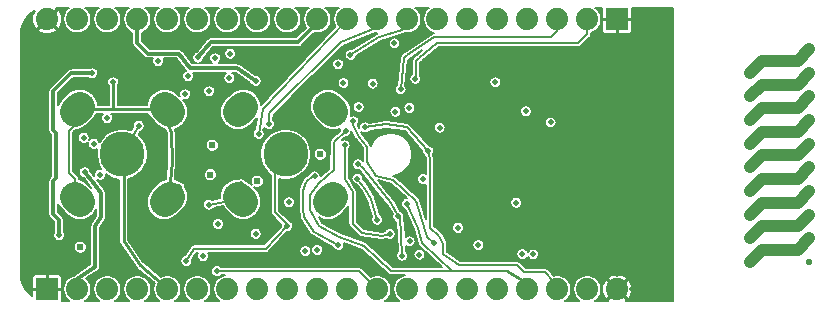
<source format=gbl>
G04 #@! TF.FileFunction,Copper,L4,Bot,Signal*
%FSLAX46Y46*%
G04 Gerber Fmt 4.6, Leading zero omitted, Abs format (unit mm)*
G04 Created by KiCad (PCBNEW 4.0.7+dfsg1-1) date Sun Jan 28 21:58:49 2018*
%MOMM*%
%LPD*%
G01*
G04 APERTURE LIST*
%ADD10C,0.100000*%
%ADD11C,3.810000*%
%ADD12C,2.540000*%
%ADD13R,1.879600X1.879600*%
%ADD14C,1.879600*%
%ADD15O,1.600000X0.900000*%
%ADD16C,0.508000*%
%ADD17C,0.457200*%
%ADD18C,0.584200*%
%ADD19C,0.609600*%
%ADD20C,0.507200*%
%ADD21C,0.203200*%
%ADD22C,0.254000*%
%ADD23C,1.000000*%
%ADD24C,0.304800*%
%ADD25C,0.150000*%
G04 APERTURE END LIST*
D10*
D11*
X137071100Y-105003600D03*
D12*
X141105606Y-108589094D02*
X140656594Y-109038106D01*
X141105606Y-101418106D02*
X140656594Y-100969094D01*
X133485606Y-100969094D02*
X133036594Y-101418106D01*
X133485606Y-109038106D02*
X133036594Y-108589094D01*
D11*
X123228100Y-105003600D03*
D12*
X119193594Y-101418106D02*
X119642606Y-100969094D01*
X119193594Y-108589094D02*
X119642606Y-109038106D01*
X126813594Y-109038106D02*
X127262606Y-108589094D01*
X126813594Y-100969094D02*
X127262606Y-101418106D01*
D13*
X165138100Y-93573600D03*
D14*
X162598100Y-93573600D03*
X160058100Y-93573600D03*
X157518100Y-93573600D03*
X154978100Y-93573600D03*
X152438100Y-93573600D03*
X149898100Y-93573600D03*
X147358100Y-93573600D03*
X144818100Y-93573600D03*
X142278100Y-93573600D03*
X139738100Y-93573600D03*
X137198100Y-93573600D03*
X134658100Y-93573600D03*
X132118100Y-93573600D03*
X129578100Y-93573600D03*
X127038100Y-93573600D03*
X124498100Y-93573600D03*
X121958100Y-93573600D03*
X119418100Y-93573600D03*
X116878100Y-93573600D03*
D13*
X116878100Y-116433600D03*
D14*
X119418100Y-116433600D03*
X121958100Y-116433600D03*
X124498100Y-116433600D03*
X127038100Y-116433600D03*
X129578100Y-116433600D03*
X132118100Y-116433600D03*
X134658100Y-116433600D03*
X137198100Y-116433600D03*
X139738100Y-116433600D03*
X142278100Y-116433600D03*
X144818100Y-116433600D03*
X147358100Y-116433600D03*
X149898100Y-116433600D03*
X152438100Y-116433600D03*
X154978100Y-116433600D03*
X157518100Y-116433600D03*
X160058100Y-116433600D03*
X162598100Y-116433600D03*
X165138100Y-116433600D03*
D15*
X115788100Y-101703600D03*
X115798100Y-108303600D03*
D16*
X158026100Y-113487200D03*
X152920700Y-104571800D03*
X152920700Y-105537000D03*
X152920700Y-106502200D03*
X153885900Y-106502200D03*
X153860500Y-105537000D03*
X153860500Y-104571800D03*
X154876500Y-104571800D03*
X154876500Y-105537000D03*
X154876500Y-106502200D03*
X163817300Y-103708200D03*
X163817300Y-102133400D03*
X163842700Y-102946200D03*
X162318700Y-103378000D03*
X148653500Y-107899200D03*
X155155900Y-112776000D03*
X151472900Y-112522000D03*
X160896300Y-102235000D03*
X162420300Y-102235000D03*
X161150300Y-97790000D03*
X162928300Y-103759000D03*
X160058100Y-101447600D03*
X160058100Y-100177600D03*
X158788100Y-100177600D03*
X158788100Y-101447600D03*
X161328100Y-100177600D03*
X162598100Y-100177600D03*
X162598100Y-98907600D03*
X161328100Y-98907600D03*
X160058100Y-98907600D03*
X160058100Y-97637600D03*
X158788100Y-97637600D03*
X157518100Y-97637600D03*
X156248100Y-97637600D03*
X154978100Y-97637600D03*
X153708100Y-97637600D03*
X153708100Y-96367600D03*
X152438100Y-96367600D03*
X151422100Y-96367600D03*
X147866100Y-99923600D03*
X154978100Y-96367600D03*
X156248100Y-96367600D03*
X157518100Y-96367600D03*
X158788100Y-96367600D03*
X160058100Y-96367600D03*
X157518100Y-98907600D03*
X158788100Y-98907600D03*
X156248100Y-98907600D03*
X157518100Y-100177600D03*
X162598100Y-97637600D03*
X162598100Y-96113600D03*
X161328100Y-96367600D03*
X165138100Y-112623600D03*
X163868100Y-100177600D03*
X163868100Y-98907600D03*
X163868100Y-97637600D03*
X163868100Y-96240600D03*
X163868100Y-101193600D03*
X162598100Y-101447600D03*
X161328100Y-101447600D03*
X165138100Y-113893600D03*
X157518100Y-114147600D03*
X167627300Y-110109000D03*
X166408100Y-111353600D03*
X154139900Y-111988600D03*
X156171900Y-111760000D03*
X155409900Y-112014000D03*
X155308300Y-113639600D03*
X154470100Y-113639600D03*
X153708100Y-113639600D03*
X152946100Y-113639600D03*
X152184100Y-113639600D03*
X124814100Y-108767600D03*
X122366100Y-96581600D03*
X161886900Y-104851200D03*
D17*
X158254700Y-106553000D03*
X158254700Y-106045000D03*
X158254700Y-107061000D03*
D16*
X144056100Y-96621600D03*
X128054100Y-95605600D03*
X115100100Y-98399600D03*
X115100100Y-97129600D03*
X115100100Y-99415600D03*
X122466100Y-113893600D03*
X126979019Y-111693400D03*
X143548100Y-113685600D03*
X142278100Y-113785600D03*
X141008100Y-113893600D03*
X120688100Y-95859600D03*
X122466100Y-97637600D03*
X167627300Y-111379000D03*
X167627300Y-112649000D03*
X166408100Y-112623600D03*
X166408100Y-113893600D03*
X167627300Y-113919000D03*
X167627300Y-115189000D03*
X166408100Y-115163600D03*
X167627300Y-116459000D03*
X163817300Y-94869000D03*
X165138100Y-115163600D03*
X163868100Y-115163600D03*
X166408100Y-116433600D03*
X115100100Y-96113600D03*
X115354100Y-94843600D03*
X115354100Y-93673600D03*
X115254100Y-112623600D03*
X115227100Y-113893600D03*
X115354100Y-115163600D03*
X115354100Y-116233600D03*
X166408100Y-108813600D03*
X167678100Y-108813600D03*
X168948100Y-108813600D03*
X160058100Y-107543600D03*
X163868100Y-107543600D03*
X162598100Y-111353600D03*
X162598100Y-112623600D03*
X162598100Y-113893600D03*
X163868100Y-112623600D03*
X163868100Y-113893600D03*
X161328100Y-110083600D03*
X160058100Y-108813600D03*
X160058100Y-110083600D03*
X160058100Y-111353600D03*
X160058100Y-112623600D03*
X160058100Y-113893600D03*
X161328100Y-111353600D03*
X161328100Y-112623600D03*
X161328100Y-113893600D03*
X161328100Y-108813600D03*
X165138100Y-107543600D03*
X166408100Y-107543600D03*
X167678100Y-107543600D03*
X168948100Y-107543600D03*
X168897300Y-110109000D03*
X168897300Y-111379000D03*
X168897300Y-112649000D03*
X168897300Y-113919000D03*
X168897300Y-115189000D03*
X168897300Y-116459000D03*
X166408100Y-98653600D03*
X166408100Y-105003600D03*
X167678100Y-105003600D03*
X168948100Y-105003600D03*
X165138100Y-106273600D03*
X166408100Y-106273600D03*
X167678100Y-106273600D03*
X168948100Y-106273600D03*
X167678100Y-98653600D03*
X168948100Y-98653600D03*
X168948100Y-97891600D03*
X167170100Y-97891600D03*
X168948100Y-97129600D03*
X167932100Y-97256600D03*
X165011100Y-94970600D03*
X166408100Y-94970600D03*
X167678100Y-94970600D03*
X168948100Y-94970600D03*
X168948100Y-93573600D03*
X167678100Y-93573600D03*
X166408100Y-103733600D03*
X167678100Y-103733600D03*
X168948100Y-103733600D03*
X166408100Y-102463600D03*
X167678100Y-102463600D03*
X168948100Y-102463600D03*
X166408100Y-99923600D03*
X167678100Y-99923600D03*
X168948100Y-99923600D03*
X166408100Y-101193600D03*
X167678100Y-101193600D03*
X168948100Y-101193600D03*
X143433700Y-108937400D03*
X143979700Y-110945400D03*
X137353700Y-108129400D03*
X143852694Y-101576331D03*
X126530100Y-106527600D03*
X125768100Y-113639600D03*
X125641100Y-105384600D03*
X135638100Y-114195600D03*
X125730100Y-94917600D03*
X137579100Y-97383600D03*
X151422100Y-97383600D03*
X150406100Y-97383600D03*
X149644100Y-97383600D03*
X145429100Y-96394600D03*
X127546100Y-111099600D03*
X141820700Y-111072400D03*
X148882100Y-101447600D03*
X158788100Y-108813600D03*
X158788100Y-110083600D03*
X158788100Y-111353600D03*
X132641519Y-104094103D03*
X131117519Y-101808103D03*
X130086100Y-108051600D03*
X134531100Y-96875600D03*
X148932900Y-98145600D03*
X151777700Y-101371400D03*
X149263100Y-102870000D03*
X148328100Y-106346600D03*
X154876500Y-99796600D03*
X155663900Y-99669600D03*
X156527500Y-99669600D03*
X153885900Y-111353600D03*
X154774900Y-111353600D03*
X155663900Y-111328200D03*
X152463500Y-112522000D03*
X153581100Y-98983800D03*
X160896300Y-103124000D03*
X160896300Y-104165400D03*
X156070300Y-113639600D03*
X159092900Y-113665000D03*
X158838900Y-108077000D03*
X158838900Y-105003600D03*
X143190694Y-104678331D03*
X150101300Y-102743000D03*
X153377900Y-112674400D03*
X151650700Y-111226600D03*
X154825700Y-98907600D03*
X156578300Y-109093000D03*
X157111700Y-113461800D03*
X159499300Y-102311200D03*
X157416500Y-101371400D03*
X148704300Y-107111800D03*
X146351700Y-101396800D03*
X132295900Y-98552000D03*
X128054100Y-107797600D03*
X133261100Y-107543600D03*
X139941100Y-108497600D03*
X130540100Y-109267600D03*
X122466100Y-98907600D03*
X134531100Y-111734600D03*
X141009700Y-101188800D03*
X132981700Y-101523800D03*
D18*
X181394100Y-96103600D03*
X176390300Y-98103600D03*
X181394100Y-98103600D03*
X176390300Y-102103600D03*
X181394100Y-102103600D03*
X176390300Y-100103600D03*
X181394100Y-100103600D03*
X176390300Y-106103600D03*
X181394100Y-106103600D03*
X176390300Y-104103600D03*
X181394100Y-104103600D03*
X176390300Y-108103600D03*
X181394100Y-108103600D03*
X176390300Y-112103600D03*
X181394100Y-112103600D03*
X176390300Y-114103600D03*
X181394100Y-114103600D03*
X176390300Y-110103600D03*
X181394100Y-110103600D03*
D16*
X147558100Y-112369600D03*
X148390100Y-113493600D03*
X139519100Y-106881600D03*
X141538100Y-112703600D03*
X147358100Y-109194600D03*
X142132100Y-103017600D03*
X149136100Y-104749600D03*
X143802100Y-102717600D03*
X143140100Y-107062600D03*
X144810100Y-110529600D03*
X145875500Y-111758400D03*
X142062100Y-104241600D03*
X146912100Y-113585600D03*
X146596100Y-110256600D03*
X143186100Y-105865600D03*
X149625100Y-112488600D03*
X142786100Y-102209600D03*
X147539100Y-101066600D03*
X134531100Y-98788600D03*
X129654100Y-96803600D03*
X135646100Y-102438600D03*
D19*
X130694100Y-106735600D03*
X134658100Y-107289600D03*
X130848100Y-104241600D03*
X139992100Y-105003600D03*
D16*
X134773100Y-103276600D03*
X121350100Y-106727600D03*
X120815100Y-104114600D03*
D19*
X119672100Y-112869600D03*
D16*
X130086100Y-113639600D03*
X120053100Y-106527600D03*
X119964100Y-103606600D03*
X128562100Y-99923600D03*
X121958100Y-101955600D03*
D20*
X117894100Y-111861600D03*
X120688100Y-98145600D03*
D16*
X137198100Y-111099600D03*
X128651356Y-114048491D03*
X126276100Y-97129600D03*
X148038100Y-98603600D03*
X137352100Y-109067600D03*
X141516100Y-97383600D03*
X124625100Y-102590600D03*
X141962100Y-98961600D03*
X138738100Y-113203600D03*
X139738100Y-113103600D03*
X131238100Y-114903600D03*
X131338100Y-110903600D03*
X131102100Y-96875600D03*
X142554100Y-96583600D03*
X132364100Y-96475600D03*
X146280100Y-95613600D03*
X130594100Y-99669600D03*
X143240100Y-100993600D03*
X146804100Y-99507600D03*
X144432100Y-99015600D03*
X128816100Y-98399600D03*
D21*
X148932900Y-98145600D02*
X148932900Y-98018600D01*
D22*
X122466100Y-98907600D02*
X122466100Y-101193600D01*
X119418100Y-101193600D02*
X122466100Y-101193600D01*
X122466100Y-101193600D02*
X126530100Y-101193600D01*
X126530100Y-101193600D02*
X127038100Y-101193600D01*
D21*
X132981700Y-101523800D02*
X133261100Y-101193600D01*
X133261100Y-108813600D02*
X130540100Y-109267600D01*
X140881100Y-108813600D02*
X140189894Y-108489853D01*
X140189894Y-108489853D02*
X139941100Y-108497600D01*
D22*
X141009700Y-101188800D02*
X140881100Y-101193600D01*
X127038100Y-108813600D02*
X127092100Y-107935600D01*
X127092100Y-107935600D02*
X127292100Y-107273600D01*
X127292100Y-107273600D02*
X127438100Y-105665600D01*
X127438100Y-105665600D02*
X127376100Y-103125600D01*
X127376100Y-103125600D02*
X126530100Y-101193600D01*
D21*
X119418100Y-101193600D02*
X119418100Y-102323600D01*
X119418100Y-102323600D02*
X118738100Y-103003600D01*
X118738100Y-103003600D02*
X118738100Y-106603600D01*
X118738100Y-106603600D02*
X119238100Y-107103600D01*
X119238100Y-107103600D02*
X119238100Y-108633600D01*
X119238100Y-108633600D02*
X119418100Y-108813600D01*
X133261100Y-108813600D02*
X133261100Y-107543600D01*
D23*
X181394100Y-96103600D02*
X180403500Y-97103600D01*
X180403500Y-97103600D02*
X177380900Y-97103600D01*
X177380900Y-97103600D02*
X176390300Y-98103600D01*
X180403500Y-99103600D02*
X177380900Y-99103600D01*
X177380900Y-99103600D02*
X176390300Y-100103600D01*
X181394100Y-98103600D02*
X180403500Y-99103600D01*
X181394100Y-100103600D02*
X180403500Y-101103600D01*
X180403500Y-101103600D02*
X177380900Y-101103600D01*
X177380900Y-101103600D02*
X176390300Y-102103600D01*
X180403500Y-103103600D02*
X177380900Y-103103600D01*
X177380900Y-103103600D02*
X176390300Y-104103600D01*
X181394100Y-102103600D02*
X180403500Y-103103600D01*
X181394100Y-104103600D02*
X180403500Y-105103600D01*
X180403500Y-105103600D02*
X177380900Y-105103600D01*
X177380900Y-105103600D02*
X176390300Y-106103600D01*
X180403500Y-107103600D02*
X177380900Y-107103600D01*
X177380900Y-107103600D02*
X176390300Y-108103600D01*
X181394100Y-106103600D02*
X180403500Y-107103600D01*
X181394100Y-108103600D02*
X180403500Y-109103600D01*
X180403500Y-109103600D02*
X177380900Y-109103600D01*
X177380900Y-109103600D02*
X176390300Y-110103600D01*
X180403500Y-111103600D02*
X177380900Y-111103600D01*
X177380900Y-111103600D02*
X176390300Y-112103600D01*
X181394100Y-110103600D02*
X180403500Y-111103600D01*
X180403500Y-113103600D02*
X177380900Y-113103600D01*
X177380900Y-113103600D02*
X176390300Y-114103600D01*
X181394100Y-112103600D02*
X180403500Y-113103600D01*
D21*
X139519100Y-106881600D02*
X139397100Y-106876600D01*
X139397100Y-106876600D02*
X138765100Y-107384600D01*
X138765100Y-107384600D02*
X138546100Y-108084600D01*
X138546100Y-108084600D02*
X138546100Y-109627600D01*
X138546100Y-109627600D02*
X138619100Y-110327600D01*
X138619100Y-110327600D02*
X139446100Y-111557600D01*
X139446100Y-111557600D02*
X140538100Y-112203600D01*
X140538100Y-112203600D02*
X141538100Y-112703600D01*
X155802100Y-114909600D02*
X151182100Y-114909600D01*
X151182100Y-114909600D02*
X148628100Y-112501600D01*
X148628100Y-112501600D02*
X148228100Y-111245600D01*
X148228100Y-111245600D02*
X148074100Y-110864600D01*
X148074100Y-110864600D02*
X147358100Y-109194600D01*
D22*
X155802100Y-114909600D02*
X157518100Y-115925600D01*
D21*
X157518100Y-115925600D02*
X157518100Y-116433600D01*
X139852100Y-111076600D02*
X141587100Y-112022600D01*
X141587100Y-112022600D02*
X143730100Y-112784600D01*
X143730100Y-112784600D02*
X145976100Y-114903600D01*
X145976100Y-114903600D02*
X151127281Y-114903600D01*
X151182100Y-114909600D02*
X151133281Y-114909600D01*
X151133281Y-114909600D02*
X151127281Y-114903600D01*
X141116100Y-106375600D02*
X139865100Y-107416600D01*
X139865100Y-107416600D02*
X139103100Y-108432600D01*
X139103100Y-108432600D02*
X139103100Y-109702600D01*
X139103100Y-109702600D02*
X139852100Y-111076600D01*
X141116100Y-106375600D02*
X141135100Y-103987600D01*
X141135100Y-103987600D02*
X142132100Y-103017600D01*
X149263100Y-105384600D02*
X149263100Y-111226600D01*
X149263100Y-111226600D02*
X150090100Y-111934600D01*
X150090100Y-111934600D02*
X150409100Y-112615600D01*
X150409100Y-112615600D02*
X150409100Y-113412600D01*
X150409100Y-113412600D02*
X151706100Y-114401600D01*
X151706100Y-114401600D02*
X156636100Y-114401600D01*
X149136100Y-104749600D02*
X147358100Y-102717600D01*
X149263100Y-105384600D02*
X149136100Y-104749600D01*
X156636100Y-114401600D02*
X157238100Y-115003600D01*
X157238100Y-115003600D02*
X159038100Y-115003600D01*
X159038100Y-115003600D02*
X159738100Y-115703600D01*
X159738100Y-115703600D02*
X159738100Y-116113600D01*
X159738100Y-116113600D02*
X160058100Y-116433600D01*
X143802100Y-102717600D02*
X145580100Y-102463600D01*
X145580100Y-102463600D02*
X147358100Y-102717600D01*
X144302100Y-108791600D02*
X143821100Y-107924600D01*
X143821100Y-107924600D02*
X143140100Y-107062600D01*
X144810100Y-110529600D02*
X144302100Y-108791600D01*
X142062100Y-104241600D02*
X142062100Y-107089600D01*
X142062100Y-107089600D02*
X142738100Y-108219600D01*
X142738100Y-108219600D02*
X142738100Y-110903600D01*
X142738100Y-110903600D02*
X143538100Y-111649600D01*
X143538100Y-111649600D02*
X145195300Y-111903600D01*
X145195300Y-111903600D02*
X145875500Y-111758400D01*
X146912100Y-113585600D02*
X146861100Y-111834600D01*
X143186100Y-105865600D02*
X143648100Y-106192600D01*
X143648100Y-106192600D02*
X145353100Y-108405600D01*
X145353100Y-108405600D02*
X146015100Y-109167600D01*
X146015100Y-109167600D02*
X146596100Y-110256600D01*
X146596100Y-110256600D02*
X146734100Y-110310600D01*
X146734100Y-110310600D02*
X146861100Y-111834600D01*
X148120100Y-108940600D02*
X148501100Y-110337600D01*
X148501100Y-110337600D02*
X149009100Y-111988600D01*
X149009100Y-111988600D02*
X149625100Y-112488600D01*
X143929100Y-105638600D02*
X143929100Y-104368600D01*
X143929100Y-104368600D02*
X143294100Y-103533600D01*
X143929100Y-105638600D02*
X144745100Y-106808600D01*
X144745100Y-106808600D02*
X146142100Y-107189600D01*
X146142100Y-107189600D02*
X148120100Y-108940600D01*
X142786100Y-102209600D02*
X142786100Y-102517600D01*
X142786100Y-102517600D02*
X143294100Y-103533600D01*
D24*
X134531100Y-98788600D02*
X132946100Y-97703600D01*
X132946100Y-97703600D02*
X128978100Y-97703600D01*
X128978100Y-97703600D02*
X128016100Y-96487600D01*
X128016100Y-96487600D02*
X125380100Y-96487600D01*
X125380100Y-96487600D02*
X124498100Y-95605600D01*
X124498100Y-95605600D02*
X124498100Y-93573600D01*
X129654100Y-96803600D02*
X130722100Y-95503600D01*
X130722100Y-95503600D02*
X138138100Y-95503600D01*
X138138100Y-95503600D02*
X139738100Y-93903600D01*
X139738100Y-93903600D02*
X139738100Y-93573600D01*
D21*
X135646100Y-102438600D02*
X135692100Y-101549600D01*
X135692100Y-101549600D02*
X141738100Y-95503600D01*
X141738100Y-95503600D02*
X144488100Y-94403600D01*
X144488100Y-94403600D02*
X144818100Y-93573600D01*
X134773100Y-103276600D02*
X135173100Y-101149600D01*
X135173100Y-101149600D02*
X142278100Y-93663600D01*
X142278100Y-93663600D02*
X142278100Y-93573600D01*
D24*
X120942100Y-114528600D02*
X119418100Y-115544600D01*
X119418100Y-115544600D02*
X119418100Y-116433600D01*
X120942100Y-111099600D02*
X121450100Y-110337600D01*
X121450100Y-110337600D02*
X121450100Y-108305600D01*
X121450100Y-108305600D02*
X120688100Y-107289600D01*
X120688100Y-107289600D02*
X120180100Y-106654600D01*
X120180100Y-106654600D02*
X120053100Y-106527600D01*
X120942100Y-114528600D02*
X120942100Y-111099600D01*
X117894100Y-111861600D02*
X117894100Y-110591600D01*
X117894100Y-110591600D02*
X117386100Y-110083600D01*
X117386100Y-110083600D02*
X117386100Y-107289600D01*
X117386100Y-107289600D02*
X117640100Y-107035600D01*
X117640100Y-107035600D02*
X117640100Y-103225600D01*
X117640100Y-103225600D02*
X117386100Y-102971600D01*
X117386100Y-102971600D02*
X117386100Y-99669600D01*
X117386100Y-99669600D02*
X118910100Y-98145600D01*
X118910100Y-98145600D02*
X120688100Y-98145600D01*
D21*
X137198100Y-111099600D02*
X135412100Y-112985600D01*
X135412100Y-112985600D02*
X129316100Y-112985600D01*
X129316100Y-112985600D02*
X128651356Y-114048491D01*
X137198100Y-111099600D02*
X137198100Y-110937600D01*
X137198100Y-110937600D02*
X136182100Y-109921600D01*
X136182100Y-109921600D02*
X136182100Y-105130600D01*
X136182100Y-105130600D02*
X137071100Y-105003600D01*
X162598100Y-94843600D02*
X161836100Y-95605600D01*
X161836100Y-95605600D02*
X149898100Y-95605600D01*
X149898100Y-95605600D02*
X148374100Y-96875600D01*
X148374100Y-96875600D02*
X148120100Y-97129600D01*
X148120100Y-97129600D02*
X148120100Y-98521600D01*
X162598100Y-94843600D02*
X162598100Y-93573600D01*
X148120100Y-98521600D02*
X148038100Y-98603600D01*
X124625100Y-102590600D02*
X123228100Y-105003600D01*
D22*
X124752100Y-114401600D02*
X123336100Y-112369600D01*
X123336100Y-112369600D02*
X123336100Y-106273600D01*
X123336100Y-106273600D02*
X123228100Y-105003600D01*
X124752100Y-114401600D02*
X126614100Y-115963600D01*
D21*
X126614100Y-115963600D02*
X126868100Y-116263600D01*
X126868100Y-116263600D02*
X127038100Y-116433600D01*
X144818100Y-116433600D02*
X143288100Y-114903600D01*
X143288100Y-114903600D02*
X131238100Y-114903600D01*
X142554100Y-96583600D02*
X144956100Y-95097600D01*
X144956100Y-95097600D02*
X146874100Y-94497600D01*
X146874100Y-94497600D02*
X147358100Y-93913600D01*
X147358100Y-93913600D02*
X147358100Y-93573600D01*
X160058100Y-94589600D02*
X159550100Y-95097600D01*
X159550100Y-95097600D02*
X149644100Y-95097600D01*
X149644100Y-95097600D02*
X147358100Y-96621600D01*
X147358100Y-96621600D02*
X147104100Y-96875600D01*
X147104100Y-96875600D02*
X146804100Y-99507600D01*
X160058100Y-94589600D02*
X160058100Y-93573600D01*
D25*
G36*
X118667197Y-92639665D02*
X118500095Y-92803303D01*
X118367960Y-92996281D01*
X118275825Y-93211249D01*
X118227198Y-93440019D01*
X118223933Y-93673877D01*
X118266153Y-93903916D01*
X118352250Y-94121372D01*
X118478945Y-94317965D01*
X118641413Y-94486205D01*
X118833464Y-94619684D01*
X119047783Y-94713318D01*
X119276208Y-94763540D01*
X119510038Y-94768438D01*
X119740365Y-94727825D01*
X119958418Y-94643248D01*
X120155890Y-94517928D01*
X120325260Y-94356640D01*
X120460077Y-94165525D01*
X120555205Y-93951864D01*
X120607020Y-93723796D01*
X120610751Y-93456660D01*
X120565323Y-93227233D01*
X120476198Y-93010999D01*
X120346770Y-92816195D01*
X120181970Y-92650240D01*
X120112823Y-92603600D01*
X121262310Y-92603600D01*
X121207197Y-92639665D01*
X121040095Y-92803303D01*
X120907960Y-92996281D01*
X120815825Y-93211249D01*
X120767198Y-93440019D01*
X120763933Y-93673877D01*
X120806153Y-93903916D01*
X120892250Y-94121372D01*
X121018945Y-94317965D01*
X121181413Y-94486205D01*
X121373464Y-94619684D01*
X121587783Y-94713318D01*
X121816208Y-94763540D01*
X122050038Y-94768438D01*
X122280365Y-94727825D01*
X122498418Y-94643248D01*
X122695890Y-94517928D01*
X122865260Y-94356640D01*
X123000077Y-94165525D01*
X123095205Y-93951864D01*
X123147020Y-93723796D01*
X123150751Y-93456660D01*
X123105323Y-93227233D01*
X123016198Y-93010999D01*
X122886770Y-92816195D01*
X122721970Y-92650240D01*
X122652823Y-92603600D01*
X123802310Y-92603600D01*
X123747197Y-92639665D01*
X123580095Y-92803303D01*
X123447960Y-92996281D01*
X123355825Y-93211249D01*
X123307198Y-93440019D01*
X123303933Y-93673877D01*
X123346153Y-93903916D01*
X123432250Y-94121372D01*
X123558945Y-94317965D01*
X123721413Y-94486205D01*
X123913464Y-94619684D01*
X124092900Y-94698078D01*
X124092900Y-95605600D01*
X124096549Y-95642810D01*
X124099814Y-95680137D01*
X124100409Y-95682186D01*
X124100617Y-95684304D01*
X124111418Y-95720080D01*
X124121877Y-95756079D01*
X124122859Y-95757974D01*
X124123474Y-95760010D01*
X124141048Y-95793062D01*
X124158271Y-95826287D01*
X124159598Y-95827949D01*
X124160600Y-95829834D01*
X124184272Y-95858859D01*
X124207608Y-95888092D01*
X124210535Y-95891060D01*
X124210582Y-95891118D01*
X124210636Y-95891163D01*
X124211580Y-95892120D01*
X125093580Y-96774119D01*
X125122481Y-96797859D01*
X125151175Y-96821936D01*
X125153043Y-96822963D01*
X125154689Y-96824315D01*
X125187662Y-96841995D01*
X125220475Y-96860034D01*
X125222507Y-96860679D01*
X125224384Y-96861685D01*
X125260193Y-96872633D01*
X125295854Y-96883945D01*
X125297969Y-96884182D01*
X125300009Y-96884806D01*
X125337224Y-96888586D01*
X125374443Y-96892761D01*
X125378615Y-96892790D01*
X125378686Y-96892797D01*
X125378753Y-96892791D01*
X125380100Y-96892800D01*
X125826181Y-96892800D01*
X125790686Y-96975618D01*
X125770022Y-97072834D01*
X125768634Y-97172213D01*
X125786576Y-97269969D01*
X125823163Y-97362378D01*
X125877003Y-97445921D01*
X125946044Y-97517415D01*
X126027656Y-97574137D01*
X126118732Y-97613927D01*
X126215803Y-97635270D01*
X126315169Y-97637351D01*
X126413048Y-97620092D01*
X126505710Y-97584151D01*
X126589627Y-97530896D01*
X126661601Y-97462356D01*
X126718892Y-97381141D01*
X126759317Y-97290345D01*
X126781336Y-97193426D01*
X126782922Y-97079906D01*
X126763617Y-96982410D01*
X126726682Y-96892800D01*
X127819992Y-96892800D01*
X128636887Y-97925382D01*
X128580166Y-97948299D01*
X128497001Y-98002721D01*
X128425990Y-98072259D01*
X128369839Y-98154266D01*
X128330686Y-98245618D01*
X128310022Y-98342834D01*
X128308634Y-98442213D01*
X128326576Y-98539969D01*
X128363163Y-98632378D01*
X128417003Y-98715921D01*
X128486044Y-98787415D01*
X128567656Y-98844137D01*
X128658732Y-98883927D01*
X128755803Y-98905270D01*
X128855169Y-98907351D01*
X128953048Y-98890092D01*
X129045710Y-98854151D01*
X129129627Y-98800896D01*
X129201601Y-98732356D01*
X129258892Y-98651141D01*
X129299317Y-98560345D01*
X129321336Y-98463426D01*
X129322922Y-98349906D01*
X129303617Y-98252410D01*
X129265743Y-98160521D01*
X129231380Y-98108800D01*
X132047586Y-98108800D01*
X131976801Y-98155121D01*
X131905790Y-98224659D01*
X131849639Y-98306666D01*
X131810486Y-98398018D01*
X131789822Y-98495234D01*
X131788434Y-98594613D01*
X131806376Y-98692369D01*
X131842963Y-98784778D01*
X131896803Y-98868321D01*
X131965844Y-98939815D01*
X132047456Y-98996537D01*
X132138532Y-99036327D01*
X132235603Y-99057670D01*
X132334969Y-99059751D01*
X132432848Y-99042492D01*
X132525510Y-99006551D01*
X132609427Y-98953296D01*
X132681401Y-98884756D01*
X132738692Y-98803541D01*
X132779117Y-98712745D01*
X132801136Y-98615826D01*
X132802722Y-98502306D01*
X132783417Y-98404810D01*
X132745543Y-98312921D01*
X132690542Y-98230138D01*
X132620509Y-98159615D01*
X132545174Y-98108800D01*
X132820695Y-98108800D01*
X134050036Y-98950336D01*
X134078163Y-99021378D01*
X134132003Y-99104921D01*
X134201044Y-99176415D01*
X134282656Y-99233137D01*
X134373732Y-99272927D01*
X134470803Y-99294270D01*
X134570169Y-99296351D01*
X134668048Y-99279092D01*
X134760710Y-99243151D01*
X134844627Y-99189896D01*
X134916601Y-99121356D01*
X134973892Y-99040141D01*
X135014317Y-98949345D01*
X135036336Y-98852426D01*
X135037922Y-98738906D01*
X135018617Y-98641410D01*
X134980743Y-98549521D01*
X134925742Y-98466738D01*
X134855709Y-98396215D01*
X134773313Y-98340637D01*
X134681690Y-98302123D01*
X134584331Y-98282138D01*
X134507797Y-98281604D01*
X133174986Y-97369237D01*
X133140581Y-97350328D01*
X133105725Y-97331166D01*
X133105701Y-97331158D01*
X133105682Y-97331148D01*
X133070223Y-97319904D01*
X133030346Y-97307255D01*
X133030322Y-97307252D01*
X133030299Y-97307245D01*
X132993145Y-97303082D01*
X132951757Y-97298439D01*
X132946100Y-97298400D01*
X131381742Y-97298400D01*
X131415627Y-97276896D01*
X131487601Y-97208356D01*
X131544892Y-97127141D01*
X131585317Y-97036345D01*
X131607336Y-96939426D01*
X131608922Y-96825906D01*
X131589617Y-96728410D01*
X131551743Y-96636521D01*
X131496742Y-96553738D01*
X131461464Y-96518213D01*
X131856634Y-96518213D01*
X131874576Y-96615969D01*
X131911163Y-96708378D01*
X131965003Y-96791921D01*
X132034044Y-96863415D01*
X132115656Y-96920137D01*
X132206732Y-96959927D01*
X132303803Y-96981270D01*
X132403169Y-96983351D01*
X132501048Y-96966092D01*
X132593710Y-96930151D01*
X132677627Y-96876896D01*
X132749601Y-96808356D01*
X132806892Y-96727141D01*
X132847317Y-96636345D01*
X132869336Y-96539426D01*
X132870922Y-96425906D01*
X132851617Y-96328410D01*
X132813743Y-96236521D01*
X132758742Y-96153738D01*
X132688709Y-96083215D01*
X132606313Y-96027637D01*
X132514690Y-95989123D01*
X132417331Y-95969138D01*
X132317945Y-95968444D01*
X132220317Y-95987067D01*
X132128166Y-96024299D01*
X132045001Y-96078721D01*
X131973990Y-96148259D01*
X131917839Y-96230266D01*
X131878686Y-96321618D01*
X131858022Y-96418834D01*
X131856634Y-96518213D01*
X131461464Y-96518213D01*
X131426709Y-96483215D01*
X131344313Y-96427637D01*
X131252690Y-96389123D01*
X131155331Y-96369138D01*
X131055945Y-96368444D01*
X130958317Y-96387067D01*
X130866166Y-96424299D01*
X130783001Y-96478721D01*
X130711990Y-96548259D01*
X130655839Y-96630266D01*
X130616686Y-96721618D01*
X130596022Y-96818834D01*
X130594634Y-96918213D01*
X130612576Y-97015969D01*
X130649163Y-97108378D01*
X130703003Y-97191921D01*
X130772044Y-97263415D01*
X130822381Y-97298400D01*
X129766617Y-97298400D01*
X129791048Y-97294092D01*
X129883710Y-97258151D01*
X129967627Y-97204896D01*
X130039601Y-97136356D01*
X130096892Y-97055141D01*
X130137317Y-96964345D01*
X130159336Y-96867426D01*
X130159912Y-96826233D01*
X130913618Y-95908800D01*
X138138100Y-95908800D01*
X138175310Y-95905151D01*
X138212637Y-95901886D01*
X138214686Y-95901291D01*
X138216804Y-95901083D01*
X138252580Y-95890282D01*
X138288579Y-95879823D01*
X138290474Y-95878841D01*
X138292510Y-95878226D01*
X138325562Y-95860652D01*
X138358787Y-95843429D01*
X138360449Y-95842102D01*
X138362334Y-95841100D01*
X138391359Y-95817428D01*
X138420592Y-95794092D01*
X138423560Y-95791165D01*
X138423618Y-95791118D01*
X138423663Y-95791064D01*
X138424620Y-95790120D01*
X139477335Y-94737404D01*
X139596208Y-94763540D01*
X139830038Y-94768438D01*
X140060365Y-94727825D01*
X140278418Y-94643248D01*
X140475890Y-94517928D01*
X140645260Y-94356640D01*
X140780077Y-94165525D01*
X140875205Y-93951864D01*
X140927020Y-93723796D01*
X140930751Y-93456660D01*
X140885323Y-93227233D01*
X140796198Y-93010999D01*
X140666770Y-92816195D01*
X140501970Y-92650240D01*
X140432823Y-92603600D01*
X141582310Y-92603600D01*
X141527197Y-92639665D01*
X141360095Y-92803303D01*
X141227960Y-92996281D01*
X141135825Y-93211249D01*
X141087198Y-93440019D01*
X141083933Y-93673877D01*
X141126153Y-93903916D01*
X141212250Y-94121372D01*
X141269986Y-94210962D01*
X135000386Y-100816764D01*
X134986724Y-100672234D01*
X134901818Y-100387422D01*
X134763208Y-100124525D01*
X134576176Y-99893559D01*
X134347843Y-99703320D01*
X134086908Y-99561053D01*
X133803309Y-99472178D01*
X133507849Y-99440081D01*
X133211781Y-99465984D01*
X132926384Y-99548900D01*
X132662526Y-99685670D01*
X132430259Y-99871086D01*
X132415120Y-99886016D01*
X131953516Y-100347620D01*
X131764875Y-100577275D01*
X131624433Y-100839197D01*
X131537541Y-101123410D01*
X131507507Y-101419087D01*
X131535476Y-101714966D01*
X131620382Y-101999778D01*
X131758992Y-102262674D01*
X131946025Y-102493641D01*
X132174357Y-102683880D01*
X132435292Y-102826147D01*
X132718891Y-102915021D01*
X133014351Y-102947118D01*
X133310419Y-102921216D01*
X133595817Y-102838300D01*
X133859674Y-102701529D01*
X134091941Y-102516114D01*
X134107080Y-102501184D01*
X134568684Y-102039580D01*
X134667814Y-101918897D01*
X134491772Y-102855004D01*
X134454001Y-102879721D01*
X134382990Y-102949259D01*
X134326839Y-103031266D01*
X134287686Y-103122618D01*
X134267022Y-103219834D01*
X134265634Y-103319213D01*
X134283576Y-103416969D01*
X134320163Y-103509378D01*
X134374003Y-103592921D01*
X134443044Y-103664415D01*
X134524656Y-103721137D01*
X134615732Y-103760927D01*
X134712803Y-103782270D01*
X134812169Y-103784351D01*
X134910048Y-103767092D01*
X135002710Y-103731151D01*
X135086627Y-103677896D01*
X135158601Y-103609356D01*
X135215892Y-103528141D01*
X135256317Y-103437345D01*
X135278336Y-103340426D01*
X135279922Y-103226906D01*
X135260617Y-103129410D01*
X135222743Y-103037521D01*
X135188396Y-102985824D01*
X135235249Y-102736682D01*
X135247003Y-102754921D01*
X135316044Y-102826415D01*
X135397656Y-102883137D01*
X135488732Y-102922927D01*
X135585803Y-102944270D01*
X135685169Y-102946351D01*
X135783048Y-102929092D01*
X135875710Y-102893151D01*
X135959627Y-102839896D01*
X136031601Y-102771356D01*
X136088892Y-102690141D01*
X136129317Y-102599345D01*
X136151336Y-102502426D01*
X136152922Y-102388906D01*
X136133617Y-102291410D01*
X136095743Y-102199521D01*
X136040742Y-102116738D01*
X136018774Y-102094616D01*
X136038990Y-101703908D01*
X138738685Y-99004213D01*
X141454634Y-99004213D01*
X141472576Y-99101969D01*
X141509163Y-99194378D01*
X141563003Y-99277921D01*
X141632044Y-99349415D01*
X141713656Y-99406137D01*
X141804732Y-99445927D01*
X141901803Y-99467270D01*
X142001169Y-99469351D01*
X142099048Y-99452092D01*
X142191710Y-99416151D01*
X142275627Y-99362896D01*
X142347601Y-99294356D01*
X142404892Y-99213141D01*
X142445317Y-99122345D01*
X142459887Y-99058213D01*
X143924634Y-99058213D01*
X143942576Y-99155969D01*
X143979163Y-99248378D01*
X144033003Y-99331921D01*
X144102044Y-99403415D01*
X144183656Y-99460137D01*
X144274732Y-99499927D01*
X144371803Y-99521270D01*
X144471169Y-99523351D01*
X144569048Y-99506092D01*
X144661710Y-99470151D01*
X144745627Y-99416896D01*
X144817601Y-99348356D01*
X144874892Y-99267141D01*
X144915317Y-99176345D01*
X144937336Y-99079426D01*
X144938922Y-98965906D01*
X144919617Y-98868410D01*
X144881743Y-98776521D01*
X144826742Y-98693738D01*
X144756709Y-98623215D01*
X144674313Y-98567637D01*
X144582690Y-98529123D01*
X144485331Y-98509138D01*
X144385945Y-98508444D01*
X144288317Y-98527067D01*
X144196166Y-98564299D01*
X144113001Y-98618721D01*
X144041990Y-98688259D01*
X143985839Y-98770266D01*
X143946686Y-98861618D01*
X143926022Y-98958834D01*
X143924634Y-99058213D01*
X142459887Y-99058213D01*
X142467336Y-99025426D01*
X142468922Y-98911906D01*
X142449617Y-98814410D01*
X142411743Y-98722521D01*
X142356742Y-98639738D01*
X142286709Y-98569215D01*
X142204313Y-98513637D01*
X142112690Y-98475123D01*
X142015331Y-98455138D01*
X141915945Y-98454444D01*
X141818317Y-98473067D01*
X141726166Y-98510299D01*
X141643001Y-98564721D01*
X141571990Y-98634259D01*
X141515839Y-98716266D01*
X141476686Y-98807618D01*
X141456022Y-98904834D01*
X141454634Y-99004213D01*
X138738685Y-99004213D01*
X140316685Y-97426213D01*
X141008634Y-97426213D01*
X141026576Y-97523969D01*
X141063163Y-97616378D01*
X141117003Y-97699921D01*
X141186044Y-97771415D01*
X141267656Y-97828137D01*
X141358732Y-97867927D01*
X141455803Y-97889270D01*
X141555169Y-97891351D01*
X141653048Y-97874092D01*
X141745710Y-97838151D01*
X141829627Y-97784896D01*
X141901601Y-97716356D01*
X141958892Y-97635141D01*
X141999317Y-97544345D01*
X142021336Y-97447426D01*
X142022922Y-97333906D01*
X142003617Y-97236410D01*
X141965743Y-97144521D01*
X141910742Y-97061738D01*
X141840709Y-96991215D01*
X141758313Y-96935637D01*
X141666690Y-96897123D01*
X141569331Y-96877138D01*
X141469945Y-96876444D01*
X141372317Y-96895067D01*
X141280166Y-96932299D01*
X141197001Y-96986721D01*
X141125990Y-97056259D01*
X141069839Y-97138266D01*
X141030686Y-97229618D01*
X141010022Y-97326834D01*
X141008634Y-97426213D01*
X140316685Y-97426213D01*
X141937263Y-95805635D01*
X144589926Y-94744570D01*
X144676208Y-94763540D01*
X144830594Y-94766774D01*
X144811728Y-94775710D01*
X144786608Y-94786357D01*
X144780517Y-94790492D01*
X144773873Y-94793639D01*
X144769646Y-94796213D01*
X142676262Y-96091288D01*
X142607331Y-96077138D01*
X142507945Y-96076444D01*
X142410317Y-96095067D01*
X142318166Y-96132299D01*
X142235001Y-96186721D01*
X142163990Y-96256259D01*
X142107839Y-96338266D01*
X142068686Y-96429618D01*
X142048022Y-96526834D01*
X142046634Y-96626213D01*
X142064576Y-96723969D01*
X142101163Y-96816378D01*
X142155003Y-96899921D01*
X142224044Y-96971415D01*
X142305656Y-97028137D01*
X142396732Y-97067927D01*
X142493803Y-97089270D01*
X142593169Y-97091351D01*
X142691048Y-97074092D01*
X142783710Y-97038151D01*
X142867627Y-96984896D01*
X142939601Y-96916356D01*
X142996892Y-96835141D01*
X143037317Y-96744345D01*
X143048671Y-96694370D01*
X144726768Y-95656213D01*
X145772634Y-95656213D01*
X145790576Y-95753969D01*
X145827163Y-95846378D01*
X145881003Y-95929921D01*
X145950044Y-96001415D01*
X146031656Y-96058137D01*
X146122732Y-96097927D01*
X146219803Y-96119270D01*
X146319169Y-96121351D01*
X146417048Y-96104092D01*
X146509710Y-96068151D01*
X146593627Y-96014896D01*
X146665601Y-95946356D01*
X146722892Y-95865141D01*
X146763317Y-95774345D01*
X146785336Y-95677426D01*
X146786922Y-95563906D01*
X146767617Y-95466410D01*
X146729743Y-95374521D01*
X146674742Y-95291738D01*
X146604709Y-95221215D01*
X146522313Y-95165637D01*
X146430690Y-95127123D01*
X146333331Y-95107138D01*
X146233945Y-95106444D01*
X146136317Y-95125067D01*
X146044166Y-95162299D01*
X145961001Y-95216721D01*
X145889990Y-95286259D01*
X145833839Y-95368266D01*
X145794686Y-95459618D01*
X145774022Y-95556834D01*
X145772634Y-95656213D01*
X144726768Y-95656213D01*
X145104555Y-95422495D01*
X146979909Y-94835836D01*
X147007723Y-94824047D01*
X147035816Y-94812953D01*
X147039528Y-94810566D01*
X147043592Y-94808843D01*
X147068564Y-94791890D01*
X147093989Y-94775537D01*
X147097172Y-94772468D01*
X147100817Y-94769994D01*
X147122021Y-94748514D01*
X147126820Y-94743887D01*
X147216208Y-94763540D01*
X147450038Y-94768438D01*
X147680365Y-94727825D01*
X147898418Y-94643248D01*
X148095890Y-94517928D01*
X148265260Y-94356640D01*
X148400077Y-94165525D01*
X148495205Y-93951864D01*
X148547020Y-93723796D01*
X148550751Y-93456660D01*
X148505323Y-93227233D01*
X148416198Y-93010999D01*
X148286770Y-92816195D01*
X148121970Y-92650240D01*
X148052823Y-92603600D01*
X149202310Y-92603600D01*
X149147197Y-92639665D01*
X148980095Y-92803303D01*
X148847960Y-92996281D01*
X148755825Y-93211249D01*
X148707198Y-93440019D01*
X148703933Y-93673877D01*
X148746153Y-93903916D01*
X148832250Y-94121372D01*
X148958945Y-94317965D01*
X149121413Y-94486205D01*
X149313464Y-94619684D01*
X149527783Y-94713318D01*
X149663695Y-94743200D01*
X149644100Y-94743200D01*
X149611819Y-94746365D01*
X149579576Y-94749123D01*
X149577459Y-94749734D01*
X149575263Y-94749949D01*
X149544269Y-94759307D01*
X149513119Y-94768292D01*
X149511156Y-94769305D01*
X149509049Y-94769941D01*
X149480450Y-94785148D01*
X149451651Y-94800006D01*
X149448006Y-94802398D01*
X149447978Y-94802413D01*
X149447956Y-94802431D01*
X149447514Y-94802721D01*
X147161514Y-96326721D01*
X147136349Y-96347311D01*
X147111025Y-96367528D01*
X147108023Y-96370488D01*
X147107982Y-96370521D01*
X147107952Y-96370557D01*
X147107501Y-96371002D01*
X146853501Y-96625001D01*
X146845441Y-96634814D01*
X146836236Y-96643548D01*
X146823543Y-96661473D01*
X146809599Y-96678449D01*
X146803602Y-96689634D01*
X146796265Y-96699995D01*
X146787291Y-96720055D01*
X146776915Y-96739406D01*
X146773205Y-96751539D01*
X146768019Y-96763132D01*
X146763114Y-96784547D01*
X146756692Y-96805550D01*
X146755409Y-96818182D01*
X146752575Y-96830553D01*
X146751980Y-96835465D01*
X146493258Y-99105318D01*
X146485001Y-99110721D01*
X146413990Y-99180259D01*
X146357839Y-99262266D01*
X146318686Y-99353618D01*
X146298022Y-99450834D01*
X146296634Y-99550213D01*
X146314576Y-99647969D01*
X146351163Y-99740378D01*
X146405003Y-99823921D01*
X146474044Y-99895415D01*
X146555656Y-99952137D01*
X146646732Y-99991927D01*
X146743803Y-100013270D01*
X146843169Y-100015351D01*
X146941048Y-99998092D01*
X147033710Y-99962151D01*
X147117627Y-99908896D01*
X147189601Y-99840356D01*
X147246892Y-99759141D01*
X147287317Y-99668345D01*
X147309336Y-99571426D01*
X147310922Y-99457906D01*
X147291617Y-99360410D01*
X147253743Y-99268521D01*
X147198742Y-99185738D01*
X147197611Y-99184599D01*
X147442205Y-97038693D01*
X147583882Y-96897015D01*
X148638529Y-96193917D01*
X148147219Y-96603342D01*
X148137657Y-96613040D01*
X148127025Y-96621528D01*
X148123501Y-96625002D01*
X147869501Y-96879001D01*
X147848700Y-96904325D01*
X147827680Y-96929376D01*
X147826783Y-96931007D01*
X147825599Y-96932449D01*
X147810147Y-96961268D01*
X147794358Y-96989987D01*
X147793793Y-96991769D01*
X147792915Y-96993406D01*
X147783368Y-97024633D01*
X147773444Y-97055916D01*
X147773236Y-97057771D01*
X147772692Y-97059550D01*
X147769383Y-97092123D01*
X147765735Y-97124652D01*
X147765709Y-97128292D01*
X147765702Y-97128363D01*
X147765708Y-97128429D01*
X147765700Y-97129600D01*
X147765700Y-98176162D01*
X147719001Y-98206721D01*
X147647990Y-98276259D01*
X147591839Y-98358266D01*
X147552686Y-98449618D01*
X147532022Y-98546834D01*
X147530634Y-98646213D01*
X147548576Y-98743969D01*
X147585163Y-98836378D01*
X147639003Y-98919921D01*
X147708044Y-98991415D01*
X147789656Y-99048137D01*
X147880732Y-99087927D01*
X147977803Y-99109270D01*
X148077169Y-99111351D01*
X148175048Y-99094092D01*
X148267710Y-99058151D01*
X148351627Y-99004896D01*
X148409049Y-98950213D01*
X154318234Y-98950213D01*
X154336176Y-99047969D01*
X154372763Y-99140378D01*
X154426603Y-99223921D01*
X154495644Y-99295415D01*
X154577256Y-99352137D01*
X154668332Y-99391927D01*
X154765403Y-99413270D01*
X154864769Y-99415351D01*
X154962648Y-99398092D01*
X155055310Y-99362151D01*
X155139227Y-99308896D01*
X155211201Y-99240356D01*
X155268492Y-99159141D01*
X155308917Y-99068345D01*
X155330936Y-98971426D01*
X155332522Y-98857906D01*
X155313217Y-98760410D01*
X155275343Y-98668521D01*
X155220342Y-98585738D01*
X155150309Y-98515215D01*
X155067913Y-98459637D01*
X154976290Y-98421123D01*
X154878931Y-98401138D01*
X154779545Y-98400444D01*
X154681917Y-98419067D01*
X154589766Y-98456299D01*
X154506601Y-98510721D01*
X154435590Y-98580259D01*
X154379439Y-98662266D01*
X154340286Y-98753618D01*
X154319622Y-98850834D01*
X154318234Y-98950213D01*
X148409049Y-98950213D01*
X148423601Y-98936356D01*
X148480892Y-98855141D01*
X148521317Y-98764345D01*
X148543336Y-98667426D01*
X148544922Y-98553906D01*
X148525617Y-98456410D01*
X148487743Y-98364521D01*
X148474500Y-98344589D01*
X148474500Y-97276398D01*
X148613329Y-97137568D01*
X150026411Y-95960000D01*
X161836100Y-95960000D01*
X161868700Y-95956804D01*
X161901292Y-95953952D01*
X161903077Y-95953433D01*
X161904937Y-95953251D01*
X161936279Y-95943788D01*
X161967713Y-95934656D01*
X161969372Y-95933796D01*
X161971151Y-95933259D01*
X162000004Y-95917918D01*
X162029120Y-95902825D01*
X162030578Y-95901661D01*
X162032222Y-95900787D01*
X162057587Y-95880100D01*
X162083175Y-95859673D01*
X162085772Y-95857112D01*
X162085822Y-95857072D01*
X162085860Y-95857026D01*
X162086699Y-95856199D01*
X162848699Y-95094198D01*
X162869502Y-95068873D01*
X162890520Y-95043824D01*
X162891415Y-95042196D01*
X162892602Y-95040751D01*
X162908094Y-95011858D01*
X162923842Y-94983213D01*
X162924406Y-94981435D01*
X162925286Y-94979794D01*
X162934843Y-94948534D01*
X162944756Y-94917284D01*
X162944964Y-94915428D01*
X162945508Y-94913649D01*
X162948816Y-94881082D01*
X162952465Y-94848548D01*
X162952491Y-94844908D01*
X162952498Y-94844837D01*
X162952492Y-94844771D01*
X162952500Y-94843600D01*
X162952500Y-94715361D01*
X163138418Y-94643248D01*
X163335890Y-94517928D01*
X163505260Y-94356640D01*
X163640077Y-94165525D01*
X163735205Y-93951864D01*
X163787020Y-93723796D01*
X163787251Y-93707250D01*
X163870100Y-93707250D01*
X163870100Y-94545725D01*
X163882713Y-94609133D01*
X163907453Y-94668861D01*
X163943370Y-94722615D01*
X163989085Y-94768330D01*
X164042839Y-94804247D01*
X164102568Y-94828988D01*
X164165975Y-94841600D01*
X165004450Y-94841600D01*
X165086500Y-94759550D01*
X165086500Y-93625200D01*
X165189700Y-93625200D01*
X165189700Y-94759550D01*
X165271750Y-94841600D01*
X166110225Y-94841600D01*
X166173632Y-94828988D01*
X166233361Y-94804247D01*
X166287115Y-94768330D01*
X166332830Y-94722615D01*
X166368747Y-94668861D01*
X166393487Y-94609133D01*
X166406100Y-94545725D01*
X166406100Y-93707250D01*
X166324050Y-93625200D01*
X165189700Y-93625200D01*
X165086500Y-93625200D01*
X163952150Y-93625200D01*
X163870100Y-93707250D01*
X163787251Y-93707250D01*
X163790751Y-93456660D01*
X163745323Y-93227233D01*
X163656198Y-93010999D01*
X163526770Y-92816195D01*
X163361970Y-92650240D01*
X163292823Y-92603600D01*
X163870100Y-92603600D01*
X163870100Y-93439950D01*
X163952150Y-93522000D01*
X165086500Y-93522000D01*
X165086500Y-93502000D01*
X165189700Y-93502000D01*
X165189700Y-93522000D01*
X166324050Y-93522000D01*
X166406100Y-93439950D01*
X166406100Y-92603600D01*
X169889100Y-92603600D01*
X169889100Y-117403600D01*
X165893909Y-117403600D01*
X165943755Y-117312228D01*
X165138100Y-116506573D01*
X164332445Y-117312228D01*
X164382291Y-117403600D01*
X163295438Y-117403600D01*
X163335890Y-117377928D01*
X163505260Y-117216640D01*
X163640077Y-117025525D01*
X163735205Y-116811864D01*
X163787020Y-116583796D01*
X163789095Y-116435179D01*
X163863966Y-116435179D01*
X163888756Y-116683720D01*
X163961558Y-116922649D01*
X164077819Y-117140158D01*
X164259472Y-117239255D01*
X165065127Y-116433600D01*
X165211073Y-116433600D01*
X166016728Y-117239255D01*
X166198381Y-117140158D01*
X166315851Y-116919731D01*
X166388060Y-116680622D01*
X166412234Y-116432021D01*
X166387444Y-116183480D01*
X166314642Y-115944551D01*
X166198381Y-115727042D01*
X166016728Y-115627945D01*
X165211073Y-116433600D01*
X165065127Y-116433600D01*
X164259472Y-115627945D01*
X164077819Y-115727042D01*
X163960349Y-115947469D01*
X163888140Y-116186578D01*
X163863966Y-116435179D01*
X163789095Y-116435179D01*
X163790751Y-116316660D01*
X163745323Y-116087233D01*
X163656198Y-115870999D01*
X163526770Y-115676195D01*
X163406391Y-115554972D01*
X164332445Y-115554972D01*
X165138100Y-116360627D01*
X165943755Y-115554972D01*
X165844658Y-115373319D01*
X165624231Y-115255849D01*
X165385122Y-115183640D01*
X165136521Y-115159466D01*
X164887980Y-115184256D01*
X164649051Y-115257058D01*
X164431542Y-115373319D01*
X164332445Y-115554972D01*
X163406391Y-115554972D01*
X163361970Y-115510240D01*
X163168074Y-115379456D01*
X162952468Y-115288823D01*
X162723364Y-115241795D01*
X162489489Y-115240162D01*
X162259750Y-115283987D01*
X162042900Y-115371600D01*
X161847197Y-115499665D01*
X161680095Y-115663303D01*
X161547960Y-115856281D01*
X161455825Y-116071249D01*
X161407198Y-116300019D01*
X161403933Y-116533877D01*
X161446153Y-116763916D01*
X161532250Y-116981372D01*
X161658945Y-117177965D01*
X161821413Y-117346205D01*
X161903994Y-117403600D01*
X160755438Y-117403600D01*
X160795890Y-117377928D01*
X160965260Y-117216640D01*
X161100077Y-117025525D01*
X161195205Y-116811864D01*
X161247020Y-116583796D01*
X161250751Y-116316660D01*
X161205323Y-116087233D01*
X161116198Y-115870999D01*
X160986770Y-115676195D01*
X160821970Y-115510240D01*
X160628074Y-115379456D01*
X160412468Y-115288823D01*
X160183364Y-115241795D01*
X159949489Y-115240162D01*
X159803675Y-115267978D01*
X159288699Y-114753001D01*
X159263375Y-114732200D01*
X159238324Y-114711180D01*
X159236693Y-114710283D01*
X159235251Y-114709099D01*
X159206432Y-114693647D01*
X159177713Y-114677858D01*
X159175931Y-114677293D01*
X159174294Y-114676415D01*
X159143067Y-114666868D01*
X159111784Y-114656944D01*
X159109929Y-114656736D01*
X159108150Y-114656192D01*
X159075577Y-114652883D01*
X159043048Y-114649235D01*
X159039408Y-114649209D01*
X159039337Y-114649202D01*
X159039271Y-114649208D01*
X159038100Y-114649200D01*
X157384897Y-114649200D01*
X156886699Y-114151001D01*
X156861375Y-114130200D01*
X156836324Y-114109180D01*
X156834693Y-114108283D01*
X156833251Y-114107099D01*
X156804432Y-114091647D01*
X156775713Y-114075858D01*
X156773931Y-114075293D01*
X156772294Y-114074415D01*
X156741067Y-114064868D01*
X156709784Y-114054944D01*
X156707929Y-114054736D01*
X156706150Y-114054192D01*
X156673577Y-114050883D01*
X156641048Y-114047235D01*
X156637408Y-114047209D01*
X156637337Y-114047202D01*
X156637271Y-114047208D01*
X156636100Y-114047200D01*
X151825804Y-114047200D01*
X151113980Y-113504413D01*
X156604234Y-113504413D01*
X156622176Y-113602169D01*
X156658763Y-113694578D01*
X156712603Y-113778121D01*
X156781644Y-113849615D01*
X156863256Y-113906337D01*
X156954332Y-113946127D01*
X157051403Y-113967470D01*
X157150769Y-113969551D01*
X157248648Y-113952292D01*
X157341310Y-113916351D01*
X157425227Y-113863096D01*
X157497201Y-113794556D01*
X157554492Y-113713341D01*
X157562984Y-113694268D01*
X157573163Y-113719978D01*
X157627003Y-113803521D01*
X157696044Y-113875015D01*
X157777656Y-113931737D01*
X157868732Y-113971527D01*
X157965803Y-113992870D01*
X158065169Y-113994951D01*
X158163048Y-113977692D01*
X158255710Y-113941751D01*
X158339627Y-113888496D01*
X158411601Y-113819956D01*
X158468892Y-113738741D01*
X158509317Y-113647945D01*
X158531336Y-113551026D01*
X158532922Y-113437506D01*
X158513617Y-113340010D01*
X158475743Y-113248121D01*
X158420742Y-113165338D01*
X158350709Y-113094815D01*
X158268313Y-113039237D01*
X158176690Y-113000723D01*
X158079331Y-112980738D01*
X157979945Y-112980044D01*
X157882317Y-112998667D01*
X157790166Y-113035899D01*
X157707001Y-113090321D01*
X157635990Y-113159859D01*
X157579839Y-113241866D01*
X157574433Y-113254479D01*
X157561343Y-113222721D01*
X157506342Y-113139938D01*
X157436309Y-113069415D01*
X157353913Y-113013837D01*
X157262290Y-112975323D01*
X157164931Y-112955338D01*
X157065545Y-112954644D01*
X156967917Y-112973267D01*
X156875766Y-113010499D01*
X156792601Y-113064921D01*
X156721590Y-113134459D01*
X156665439Y-113216466D01*
X156626286Y-113307818D01*
X156605622Y-113405034D01*
X156604234Y-113504413D01*
X151113980Y-113504413D01*
X150763500Y-113237162D01*
X150763500Y-112717013D01*
X152870434Y-112717013D01*
X152888376Y-112814769D01*
X152924963Y-112907178D01*
X152978803Y-112990721D01*
X153047844Y-113062215D01*
X153129456Y-113118937D01*
X153220532Y-113158727D01*
X153317603Y-113180070D01*
X153416969Y-113182151D01*
X153514848Y-113164892D01*
X153607510Y-113128951D01*
X153691427Y-113075696D01*
X153763401Y-113007156D01*
X153820692Y-112925941D01*
X153861117Y-112835145D01*
X153883136Y-112738226D01*
X153884722Y-112624706D01*
X153865417Y-112527210D01*
X153827543Y-112435321D01*
X153772542Y-112352538D01*
X153702509Y-112282015D01*
X153620113Y-112226437D01*
X153528490Y-112187923D01*
X153431131Y-112167938D01*
X153331745Y-112167244D01*
X153234117Y-112185867D01*
X153141966Y-112223099D01*
X153058801Y-112277521D01*
X152987790Y-112347059D01*
X152931639Y-112429066D01*
X152892486Y-112520418D01*
X152871822Y-112617634D01*
X152870434Y-112717013D01*
X150763500Y-112717013D01*
X150763500Y-112615600D01*
X150762925Y-112609737D01*
X150763306Y-112603851D01*
X150759554Y-112575349D01*
X150756751Y-112546763D01*
X150755047Y-112541121D01*
X150754278Y-112535276D01*
X150745066Y-112508062D01*
X150736759Y-112480549D01*
X150733990Y-112475341D01*
X150732101Y-112469761D01*
X150730034Y-112465265D01*
X150411034Y-111784265D01*
X150409240Y-111781244D01*
X150407999Y-111777947D01*
X150391587Y-111751512D01*
X150375722Y-111724791D01*
X150373372Y-111722172D01*
X150371517Y-111719184D01*
X150350296Y-111696454D01*
X150329530Y-111673310D01*
X150326718Y-111671198D01*
X150324316Y-111668626D01*
X150320580Y-111665382D01*
X149857824Y-111269213D01*
X151143234Y-111269213D01*
X151161176Y-111366969D01*
X151197763Y-111459378D01*
X151251603Y-111542921D01*
X151320644Y-111614415D01*
X151402256Y-111671137D01*
X151493332Y-111710927D01*
X151590403Y-111732270D01*
X151689769Y-111734351D01*
X151787648Y-111717092D01*
X151880310Y-111681151D01*
X151964227Y-111627896D01*
X152036201Y-111559356D01*
X152093492Y-111478141D01*
X152133917Y-111387345D01*
X152155936Y-111290426D01*
X152157522Y-111176906D01*
X152138217Y-111079410D01*
X152100343Y-110987521D01*
X152045342Y-110904738D01*
X151975309Y-110834215D01*
X151892913Y-110778637D01*
X151801290Y-110740123D01*
X151703931Y-110720138D01*
X151604545Y-110719444D01*
X151506917Y-110738067D01*
X151414766Y-110775299D01*
X151331601Y-110829721D01*
X151260590Y-110899259D01*
X151204439Y-110981266D01*
X151165286Y-111072618D01*
X151144622Y-111169834D01*
X151143234Y-111269213D01*
X149857824Y-111269213D01*
X149617500Y-111063471D01*
X149617500Y-109135613D01*
X156070834Y-109135613D01*
X156088776Y-109233369D01*
X156125363Y-109325778D01*
X156179203Y-109409321D01*
X156248244Y-109480815D01*
X156329856Y-109537537D01*
X156420932Y-109577327D01*
X156518003Y-109598670D01*
X156617369Y-109600751D01*
X156715248Y-109583492D01*
X156807910Y-109547551D01*
X156891827Y-109494296D01*
X156963801Y-109425756D01*
X157021092Y-109344541D01*
X157061517Y-109253745D01*
X157083536Y-109156826D01*
X157085122Y-109043306D01*
X157065817Y-108945810D01*
X157027943Y-108853921D01*
X156972942Y-108771138D01*
X156902909Y-108700615D01*
X156820513Y-108645037D01*
X156728890Y-108606523D01*
X156631531Y-108586538D01*
X156532145Y-108585844D01*
X156434517Y-108604467D01*
X156342366Y-108641699D01*
X156259201Y-108696121D01*
X156188190Y-108765659D01*
X156132039Y-108847666D01*
X156092886Y-108939018D01*
X156072222Y-109036234D01*
X156070834Y-109135613D01*
X149617500Y-109135613D01*
X149617500Y-105384600D01*
X149614332Y-105352290D01*
X149611554Y-105319955D01*
X149610756Y-105315811D01*
X149610751Y-105315763D01*
X149610739Y-105315722D01*
X149610618Y-105315096D01*
X149554689Y-105035451D01*
X149578892Y-105001141D01*
X149619317Y-104910345D01*
X149641336Y-104813426D01*
X149642922Y-104699906D01*
X149623617Y-104602410D01*
X149585743Y-104510521D01*
X149530742Y-104427738D01*
X149460709Y-104357215D01*
X149378313Y-104301637D01*
X149286690Y-104263123D01*
X149189331Y-104243138D01*
X149163704Y-104242959D01*
X147888527Y-102785613D01*
X149593834Y-102785613D01*
X149611776Y-102883369D01*
X149648363Y-102975778D01*
X149702203Y-103059321D01*
X149771244Y-103130815D01*
X149852856Y-103187537D01*
X149943932Y-103227327D01*
X150041003Y-103248670D01*
X150140369Y-103250751D01*
X150238248Y-103233492D01*
X150330910Y-103197551D01*
X150414827Y-103144296D01*
X150486801Y-103075756D01*
X150544092Y-102994541D01*
X150584517Y-102903745D01*
X150606536Y-102806826D01*
X150608122Y-102693306D01*
X150588817Y-102595810D01*
X150550943Y-102503921D01*
X150495942Y-102421138D01*
X150429085Y-102353813D01*
X158991834Y-102353813D01*
X159009776Y-102451569D01*
X159046363Y-102543978D01*
X159100203Y-102627521D01*
X159169244Y-102699015D01*
X159250856Y-102755737D01*
X159341932Y-102795527D01*
X159439003Y-102816870D01*
X159538369Y-102818951D01*
X159636248Y-102801692D01*
X159728910Y-102765751D01*
X159812827Y-102712496D01*
X159884801Y-102643956D01*
X159942092Y-102562741D01*
X159982517Y-102471945D01*
X160004536Y-102375026D01*
X160006122Y-102261506D01*
X159986817Y-102164010D01*
X159948943Y-102072121D01*
X159893942Y-101989338D01*
X159823909Y-101918815D01*
X159741513Y-101863237D01*
X159649890Y-101824723D01*
X159552531Y-101804738D01*
X159453145Y-101804044D01*
X159355517Y-101822667D01*
X159263366Y-101859899D01*
X159180201Y-101914321D01*
X159109190Y-101983859D01*
X159053039Y-102065866D01*
X159013886Y-102157218D01*
X158993222Y-102254434D01*
X158991834Y-102353813D01*
X150429085Y-102353813D01*
X150425909Y-102350615D01*
X150343513Y-102295037D01*
X150251890Y-102256523D01*
X150154531Y-102236538D01*
X150055145Y-102235844D01*
X149957517Y-102254467D01*
X149865366Y-102291699D01*
X149782201Y-102346121D01*
X149711190Y-102415659D01*
X149655039Y-102497666D01*
X149615886Y-102589018D01*
X149595222Y-102686234D01*
X149593834Y-102785613D01*
X147888527Y-102785613D01*
X147624813Y-102484226D01*
X147610640Y-102470910D01*
X147597666Y-102456435D01*
X147585505Y-102447294D01*
X147574405Y-102436865D01*
X147557913Y-102426554D01*
X147542376Y-102414876D01*
X147528662Y-102408267D01*
X147515757Y-102400199D01*
X147497587Y-102393292D01*
X147480068Y-102384849D01*
X147465332Y-102381030D01*
X147451104Y-102375621D01*
X147431934Y-102372374D01*
X147413113Y-102367496D01*
X147408220Y-102366762D01*
X145630220Y-102112762D01*
X145617036Y-102112179D01*
X145604019Y-102110008D01*
X145582571Y-102110656D01*
X145561120Y-102109708D01*
X145548066Y-102111699D01*
X145534883Y-102112097D01*
X145529980Y-102112762D01*
X144112045Y-102315324D01*
X144044313Y-102269637D01*
X143952690Y-102231123D01*
X143855331Y-102211138D01*
X143755945Y-102210444D01*
X143658317Y-102229067D01*
X143566166Y-102266299D01*
X143483001Y-102320721D01*
X143411990Y-102390259D01*
X143355839Y-102472266D01*
X143316686Y-102563618D01*
X143296022Y-102660834D01*
X143294879Y-102742695D01*
X143185124Y-102523186D01*
X143228892Y-102461141D01*
X143269317Y-102370345D01*
X143291336Y-102273426D01*
X143292922Y-102159906D01*
X143273617Y-102062410D01*
X143235743Y-101970521D01*
X143180742Y-101887738D01*
X143110709Y-101817215D01*
X143028313Y-101761637D01*
X142936690Y-101723123D01*
X142839331Y-101703138D01*
X142739945Y-101702444D01*
X142642317Y-101721067D01*
X142602042Y-101737339D01*
X142602522Y-101735809D01*
X142634619Y-101440349D01*
X142608716Y-101144281D01*
X142577320Y-101036213D01*
X142732634Y-101036213D01*
X142750576Y-101133969D01*
X142787163Y-101226378D01*
X142841003Y-101309921D01*
X142910044Y-101381415D01*
X142991656Y-101438137D01*
X143082732Y-101477927D01*
X143179803Y-101499270D01*
X143279169Y-101501351D01*
X143377048Y-101484092D01*
X143469710Y-101448151D01*
X143483478Y-101439413D01*
X145844234Y-101439413D01*
X145862176Y-101537169D01*
X145898763Y-101629578D01*
X145952603Y-101713121D01*
X146021644Y-101784615D01*
X146103256Y-101841337D01*
X146194332Y-101881127D01*
X146291403Y-101902470D01*
X146390769Y-101904551D01*
X146488648Y-101887292D01*
X146581310Y-101851351D01*
X146665227Y-101798096D01*
X146737201Y-101729556D01*
X146794492Y-101648341D01*
X146834917Y-101557545D01*
X146856936Y-101460626D01*
X146858522Y-101347106D01*
X146839217Y-101249610D01*
X146801343Y-101157721D01*
X146769115Y-101109213D01*
X147031634Y-101109213D01*
X147049576Y-101206969D01*
X147086163Y-101299378D01*
X147140003Y-101382921D01*
X147209044Y-101454415D01*
X147290656Y-101511137D01*
X147381732Y-101550927D01*
X147478803Y-101572270D01*
X147578169Y-101574351D01*
X147676048Y-101557092D01*
X147768710Y-101521151D01*
X147852627Y-101467896D01*
X147909209Y-101414013D01*
X156909034Y-101414013D01*
X156926976Y-101511769D01*
X156963563Y-101604178D01*
X157017403Y-101687721D01*
X157086444Y-101759215D01*
X157168056Y-101815937D01*
X157259132Y-101855727D01*
X157356203Y-101877070D01*
X157455569Y-101879151D01*
X157553448Y-101861892D01*
X157646110Y-101825951D01*
X157730027Y-101772696D01*
X157802001Y-101704156D01*
X157859292Y-101622941D01*
X157899717Y-101532145D01*
X157921736Y-101435226D01*
X157923322Y-101321706D01*
X157904017Y-101224210D01*
X157866143Y-101132321D01*
X157811142Y-101049538D01*
X157741109Y-100979015D01*
X157658713Y-100923437D01*
X157567090Y-100884923D01*
X157469731Y-100864938D01*
X157370345Y-100864244D01*
X157272717Y-100882867D01*
X157180566Y-100920099D01*
X157097401Y-100974521D01*
X157026390Y-101044059D01*
X156970239Y-101126066D01*
X156931086Y-101217418D01*
X156910422Y-101314634D01*
X156909034Y-101414013D01*
X147909209Y-101414013D01*
X147924601Y-101399356D01*
X147981892Y-101318141D01*
X148022317Y-101227345D01*
X148044336Y-101130426D01*
X148045922Y-101016906D01*
X148026617Y-100919410D01*
X147988743Y-100827521D01*
X147933742Y-100744738D01*
X147863709Y-100674215D01*
X147781313Y-100618637D01*
X147689690Y-100580123D01*
X147592331Y-100560138D01*
X147492945Y-100559444D01*
X147395317Y-100578067D01*
X147303166Y-100615299D01*
X147220001Y-100669721D01*
X147148990Y-100739259D01*
X147092839Y-100821266D01*
X147053686Y-100912618D01*
X147033022Y-101009834D01*
X147031634Y-101109213D01*
X146769115Y-101109213D01*
X146746342Y-101074938D01*
X146676309Y-101004415D01*
X146593913Y-100948837D01*
X146502290Y-100910323D01*
X146404931Y-100890338D01*
X146305545Y-100889644D01*
X146207917Y-100908267D01*
X146115766Y-100945499D01*
X146032601Y-100999921D01*
X145961590Y-101069459D01*
X145905439Y-101151466D01*
X145866286Y-101242818D01*
X145845622Y-101340034D01*
X145844234Y-101439413D01*
X143483478Y-101439413D01*
X143553627Y-101394896D01*
X143625601Y-101326356D01*
X143682892Y-101245141D01*
X143723317Y-101154345D01*
X143745336Y-101057426D01*
X143746922Y-100943906D01*
X143727617Y-100846410D01*
X143689743Y-100754521D01*
X143634742Y-100671738D01*
X143564709Y-100601215D01*
X143482313Y-100545637D01*
X143390690Y-100507123D01*
X143293331Y-100487138D01*
X143193945Y-100486444D01*
X143096317Y-100505067D01*
X143004166Y-100542299D01*
X142921001Y-100596721D01*
X142849990Y-100666259D01*
X142793839Y-100748266D01*
X142754686Y-100839618D01*
X142734022Y-100936834D01*
X142732634Y-101036213D01*
X142577320Y-101036213D01*
X142525800Y-100858884D01*
X142389030Y-100595026D01*
X142203614Y-100362759D01*
X142188684Y-100347620D01*
X141727080Y-99886016D01*
X141497425Y-99697375D01*
X141235503Y-99556933D01*
X140951290Y-99470041D01*
X140655613Y-99440007D01*
X140359734Y-99467976D01*
X140074922Y-99552882D01*
X139812026Y-99691492D01*
X139581059Y-99878525D01*
X139390820Y-100106857D01*
X139248553Y-100367792D01*
X139159679Y-100651391D01*
X139127582Y-100946851D01*
X139153484Y-101242919D01*
X139236400Y-101528317D01*
X139373171Y-101792174D01*
X139558586Y-102024441D01*
X139573516Y-102039580D01*
X140035120Y-102501184D01*
X140264775Y-102689826D01*
X140526697Y-102830267D01*
X140810910Y-102917159D01*
X141106587Y-102947193D01*
X141402466Y-102919224D01*
X141655137Y-102843900D01*
X141646686Y-102863618D01*
X141626022Y-102960834D01*
X141625248Y-103016268D01*
X140887964Y-103733585D01*
X140866149Y-103759412D01*
X140844282Y-103785055D01*
X140843874Y-103785783D01*
X140843332Y-103786425D01*
X140827018Y-103815875D01*
X140810479Y-103845399D01*
X140810217Y-103846202D01*
X140809815Y-103846928D01*
X140799575Y-103878846D01*
X140789041Y-103911160D01*
X140788941Y-103911995D01*
X140788686Y-103912789D01*
X140784819Y-103946280D01*
X140780786Y-103979832D01*
X140780762Y-103981422D01*
X140780753Y-103981499D01*
X140780760Y-103981580D01*
X140780711Y-103984780D01*
X140763019Y-106208357D01*
X140024191Y-106823162D01*
X140006617Y-106734410D01*
X139968743Y-106642521D01*
X139913742Y-106559738D01*
X139843709Y-106489215D01*
X139761313Y-106433637D01*
X139669690Y-106395123D01*
X139572331Y-106375138D01*
X139472945Y-106374444D01*
X139375317Y-106393067D01*
X139283166Y-106430299D01*
X139200001Y-106484721D01*
X139128990Y-106554259D01*
X139072839Y-106636266D01*
X139042579Y-106706868D01*
X138543069Y-107108373D01*
X138519572Y-107131376D01*
X138495904Y-107154094D01*
X138494900Y-107155530D01*
X138493644Y-107156759D01*
X138475082Y-107183861D01*
X138456258Y-107210771D01*
X138455550Y-107212379D01*
X138454560Y-107213824D01*
X138441633Y-107243976D01*
X138428377Y-107274070D01*
X138427334Y-107277326D01*
X138427304Y-107277395D01*
X138427289Y-107277464D01*
X138426867Y-107278782D01*
X138207867Y-107978781D01*
X138204474Y-107995058D01*
X138199444Y-108010916D01*
X138197434Y-108028836D01*
X138193754Y-108046493D01*
X138193588Y-108063130D01*
X138191735Y-108079652D01*
X138191700Y-108084600D01*
X138191700Y-109627600D01*
X138193257Y-109643482D01*
X138193133Y-109659435D01*
X138193612Y-109664360D01*
X138266612Y-110364359D01*
X138269564Y-110378800D01*
X138270879Y-110393493D01*
X138276476Y-110412614D01*
X138280464Y-110432125D01*
X138286166Y-110445720D01*
X138290309Y-110459874D01*
X138299514Y-110477544D01*
X138307216Y-110495908D01*
X138315451Y-110508138D01*
X138322264Y-110521217D01*
X138324996Y-110525343D01*
X139151996Y-111755343D01*
X139156490Y-111760792D01*
X139160086Y-111766874D01*
X139178462Y-111787431D01*
X139196005Y-111808702D01*
X139201473Y-111813175D01*
X139206181Y-111818442D01*
X139228202Y-111835040D01*
X139249541Y-111852496D01*
X139255773Y-111855821D01*
X139261415Y-111860074D01*
X139265656Y-111862623D01*
X140357656Y-112508623D01*
X140366766Y-112512873D01*
X140375198Y-112518341D01*
X140379608Y-112520585D01*
X141054055Y-112857809D01*
X141085163Y-112936378D01*
X141139003Y-113019921D01*
X141208044Y-113091415D01*
X141289656Y-113148137D01*
X141380732Y-113187927D01*
X141477803Y-113209270D01*
X141577169Y-113211351D01*
X141675048Y-113194092D01*
X141767710Y-113158151D01*
X141851627Y-113104896D01*
X141923601Y-113036356D01*
X141980892Y-112955141D01*
X142021317Y-112864345D01*
X142043336Y-112767426D01*
X142044922Y-112653906D01*
X142025617Y-112556410D01*
X142024774Y-112554364D01*
X143541122Y-113093542D01*
X145732895Y-115161381D01*
X145754737Y-115178283D01*
X145775876Y-115196020D01*
X145782035Y-115199406D01*
X145787597Y-115203710D01*
X145812296Y-115216042D01*
X145836487Y-115229342D01*
X145843190Y-115231468D01*
X145849478Y-115234608D01*
X145876086Y-115241904D01*
X145902416Y-115250256D01*
X145909408Y-115251040D01*
X145916184Y-115252898D01*
X145943715Y-115254888D01*
X145971152Y-115257965D01*
X145976100Y-115258000D01*
X147155979Y-115258000D01*
X147019750Y-115283987D01*
X146802900Y-115371600D01*
X146607197Y-115499665D01*
X146440095Y-115663303D01*
X146307960Y-115856281D01*
X146215825Y-116071249D01*
X146167198Y-116300019D01*
X146163933Y-116533877D01*
X146206153Y-116763916D01*
X146292250Y-116981372D01*
X146418945Y-117177965D01*
X146581413Y-117346205D01*
X146663994Y-117403600D01*
X145515438Y-117403600D01*
X145555890Y-117377928D01*
X145725260Y-117216640D01*
X145860077Y-117025525D01*
X145955205Y-116811864D01*
X146007020Y-116583796D01*
X146010751Y-116316660D01*
X145965323Y-116087233D01*
X145876198Y-115870999D01*
X145746770Y-115676195D01*
X145581970Y-115510240D01*
X145388074Y-115379456D01*
X145172468Y-115288823D01*
X144943364Y-115241795D01*
X144709489Y-115240162D01*
X144479750Y-115283987D01*
X144262900Y-115371600D01*
X144259514Y-115373816D01*
X143538699Y-114653001D01*
X143513375Y-114632200D01*
X143488324Y-114611180D01*
X143486693Y-114610283D01*
X143485251Y-114609099D01*
X143456432Y-114593647D01*
X143427713Y-114577858D01*
X143425931Y-114577293D01*
X143424294Y-114576415D01*
X143393067Y-114566868D01*
X143361784Y-114556944D01*
X143359929Y-114556736D01*
X143358150Y-114556192D01*
X143325577Y-114552883D01*
X143293048Y-114549235D01*
X143289408Y-114549209D01*
X143289337Y-114549202D01*
X143289271Y-114549208D01*
X143288100Y-114549200D01*
X131600430Y-114549200D01*
X131562709Y-114511215D01*
X131480313Y-114455637D01*
X131388690Y-114417123D01*
X131291331Y-114397138D01*
X131191945Y-114396444D01*
X131094317Y-114415067D01*
X131002166Y-114452299D01*
X130919001Y-114506721D01*
X130847990Y-114576259D01*
X130791839Y-114658266D01*
X130752686Y-114749618D01*
X130732022Y-114846834D01*
X130730634Y-114946213D01*
X130748576Y-115043969D01*
X130785163Y-115136378D01*
X130839003Y-115219921D01*
X130908044Y-115291415D01*
X130989656Y-115348137D01*
X131080732Y-115387927D01*
X131177803Y-115409270D01*
X131277169Y-115411351D01*
X131375048Y-115394092D01*
X131467710Y-115358151D01*
X131551627Y-115304896D01*
X131600873Y-115258000D01*
X131915979Y-115258000D01*
X131779750Y-115283987D01*
X131562900Y-115371600D01*
X131367197Y-115499665D01*
X131200095Y-115663303D01*
X131067960Y-115856281D01*
X130975825Y-116071249D01*
X130927198Y-116300019D01*
X130923933Y-116533877D01*
X130966153Y-116763916D01*
X131052250Y-116981372D01*
X131178945Y-117177965D01*
X131341413Y-117346205D01*
X131423994Y-117403600D01*
X130275438Y-117403600D01*
X130315890Y-117377928D01*
X130485260Y-117216640D01*
X130620077Y-117025525D01*
X130715205Y-116811864D01*
X130767020Y-116583796D01*
X130770751Y-116316660D01*
X130725323Y-116087233D01*
X130636198Y-115870999D01*
X130506770Y-115676195D01*
X130341970Y-115510240D01*
X130148074Y-115379456D01*
X129932468Y-115288823D01*
X129703364Y-115241795D01*
X129469489Y-115240162D01*
X129239750Y-115283987D01*
X129022900Y-115371600D01*
X128827197Y-115499665D01*
X128660095Y-115663303D01*
X128527960Y-115856281D01*
X128435825Y-116071249D01*
X128387198Y-116300019D01*
X128383933Y-116533877D01*
X128426153Y-116763916D01*
X128512250Y-116981372D01*
X128638945Y-117177965D01*
X128801413Y-117346205D01*
X128883994Y-117403600D01*
X127735438Y-117403600D01*
X127775890Y-117377928D01*
X127945260Y-117216640D01*
X128080077Y-117025525D01*
X128175205Y-116811864D01*
X128227020Y-116583796D01*
X128230751Y-116316660D01*
X128185323Y-116087233D01*
X128096198Y-115870999D01*
X127966770Y-115676195D01*
X127801970Y-115510240D01*
X127608074Y-115379456D01*
X127392468Y-115288823D01*
X127163364Y-115241795D01*
X126929489Y-115240162D01*
X126699750Y-115283987D01*
X126494005Y-115367113D01*
X125034852Y-114143055D01*
X124998650Y-114091104D01*
X128143890Y-114091104D01*
X128161832Y-114188860D01*
X128198419Y-114281269D01*
X128252259Y-114364812D01*
X128321300Y-114436306D01*
X128402912Y-114493028D01*
X128493988Y-114532818D01*
X128591059Y-114554161D01*
X128690425Y-114556242D01*
X128788304Y-114538983D01*
X128880966Y-114503042D01*
X128964883Y-114449787D01*
X129036857Y-114381247D01*
X129094148Y-114300032D01*
X129134573Y-114209236D01*
X129156592Y-114112317D01*
X129158178Y-113998797D01*
X129144293Y-113928674D01*
X129512457Y-113340000D01*
X129676995Y-113340000D01*
X129639839Y-113394266D01*
X129600686Y-113485618D01*
X129580022Y-113582834D01*
X129578634Y-113682213D01*
X129596576Y-113779969D01*
X129633163Y-113872378D01*
X129687003Y-113955921D01*
X129756044Y-114027415D01*
X129837656Y-114084137D01*
X129928732Y-114123927D01*
X130025803Y-114145270D01*
X130125169Y-114147351D01*
X130223048Y-114130092D01*
X130315710Y-114094151D01*
X130399627Y-114040896D01*
X130471601Y-113972356D01*
X130528892Y-113891141D01*
X130569317Y-113800345D01*
X130591336Y-113703426D01*
X130592922Y-113589906D01*
X130573617Y-113492410D01*
X130535743Y-113400521D01*
X130495533Y-113340000D01*
X135412100Y-113340000D01*
X135415068Y-113339709D01*
X135418038Y-113339950D01*
X135449422Y-113336341D01*
X135480937Y-113333251D01*
X135483796Y-113332388D01*
X135486751Y-113332048D01*
X135516860Y-113322405D01*
X135547151Y-113313259D01*
X135549780Y-113311861D01*
X135552622Y-113310951D01*
X135580342Y-113295611D01*
X135608222Y-113280787D01*
X135610527Y-113278907D01*
X135613140Y-113277461D01*
X135637320Y-113257056D01*
X135650614Y-113246213D01*
X138230634Y-113246213D01*
X138248576Y-113343969D01*
X138285163Y-113436378D01*
X138339003Y-113519921D01*
X138408044Y-113591415D01*
X138489656Y-113648137D01*
X138580732Y-113687927D01*
X138677803Y-113709270D01*
X138777169Y-113711351D01*
X138875048Y-113694092D01*
X138967710Y-113658151D01*
X139051627Y-113604896D01*
X139123601Y-113536356D01*
X139180892Y-113455141D01*
X139221317Y-113364345D01*
X139243336Y-113267426D01*
X139244011Y-113219098D01*
X139248576Y-113243969D01*
X139285163Y-113336378D01*
X139339003Y-113419921D01*
X139408044Y-113491415D01*
X139489656Y-113548137D01*
X139580732Y-113587927D01*
X139677803Y-113609270D01*
X139777169Y-113611351D01*
X139875048Y-113594092D01*
X139967710Y-113558151D01*
X140051627Y-113504896D01*
X140123601Y-113436356D01*
X140180892Y-113355141D01*
X140221317Y-113264345D01*
X140243336Y-113167426D01*
X140244922Y-113053906D01*
X140225617Y-112956410D01*
X140187743Y-112864521D01*
X140132742Y-112781738D01*
X140062709Y-112711215D01*
X139980313Y-112655637D01*
X139888690Y-112617123D01*
X139791331Y-112597138D01*
X139691945Y-112596444D01*
X139594317Y-112615067D01*
X139502166Y-112652299D01*
X139419001Y-112706721D01*
X139347990Y-112776259D01*
X139291839Y-112858266D01*
X139252686Y-112949618D01*
X139232022Y-113046834D01*
X139231475Y-113085995D01*
X139225617Y-113056410D01*
X139187743Y-112964521D01*
X139132742Y-112881738D01*
X139062709Y-112811215D01*
X138980313Y-112755637D01*
X138888690Y-112717123D01*
X138791331Y-112697138D01*
X138691945Y-112696444D01*
X138594317Y-112715067D01*
X138502166Y-112752299D01*
X138419001Y-112806721D01*
X138347990Y-112876259D01*
X138291839Y-112958266D01*
X138252686Y-113049618D01*
X138232022Y-113146834D01*
X138230634Y-113246213D01*
X135650614Y-113246213D01*
X135661822Y-113237072D01*
X135663724Y-113234772D01*
X135666000Y-113232852D01*
X135669428Y-113229284D01*
X137205981Y-111606698D01*
X137237169Y-111607351D01*
X137335048Y-111590092D01*
X137427710Y-111554151D01*
X137511627Y-111500896D01*
X137583601Y-111432356D01*
X137640892Y-111351141D01*
X137681317Y-111260345D01*
X137703336Y-111163426D01*
X137704922Y-111049906D01*
X137685617Y-110952410D01*
X137647743Y-110860521D01*
X137592742Y-110777738D01*
X137522709Y-110707215D01*
X137440313Y-110651637D01*
X137393771Y-110632073D01*
X136536500Y-109774802D01*
X136536500Y-109110213D01*
X136844634Y-109110213D01*
X136862576Y-109207969D01*
X136899163Y-109300378D01*
X136953003Y-109383921D01*
X137022044Y-109455415D01*
X137103656Y-109512137D01*
X137194732Y-109551927D01*
X137291803Y-109573270D01*
X137391169Y-109575351D01*
X137489048Y-109558092D01*
X137581710Y-109522151D01*
X137665627Y-109468896D01*
X137737601Y-109400356D01*
X137794892Y-109319141D01*
X137835317Y-109228345D01*
X137857336Y-109131426D01*
X137858922Y-109017906D01*
X137839617Y-108920410D01*
X137801743Y-108828521D01*
X137746742Y-108745738D01*
X137676709Y-108675215D01*
X137594313Y-108619637D01*
X137502690Y-108581123D01*
X137405331Y-108561138D01*
X137305945Y-108560444D01*
X137208317Y-108579067D01*
X137116166Y-108616299D01*
X137033001Y-108670721D01*
X136961990Y-108740259D01*
X136905839Y-108822266D01*
X136866686Y-108913618D01*
X136846022Y-109010834D01*
X136844634Y-109110213D01*
X136536500Y-109110213D01*
X136536500Y-107095495D01*
X136814372Y-107156589D01*
X137237445Y-107165451D01*
X137654183Y-107091969D01*
X138048711Y-106938941D01*
X138406002Y-106712197D01*
X138712448Y-106420373D01*
X138956375Y-106074585D01*
X139128492Y-105688003D01*
X139222244Y-105275353D01*
X139225383Y-105050485D01*
X139433767Y-105050485D01*
X139453507Y-105158039D01*
X139493762Y-105259711D01*
X139552998Y-105351628D01*
X139628960Y-105430288D01*
X139718753Y-105492696D01*
X139818958Y-105536475D01*
X139925758Y-105559957D01*
X140035086Y-105562247D01*
X140142775Y-105543258D01*
X140244726Y-105503714D01*
X140337054Y-105445121D01*
X140416243Y-105369710D01*
X140479276Y-105280355D01*
X140523753Y-105180458D01*
X140547980Y-105073824D01*
X140549724Y-104948924D01*
X140528484Y-104841656D01*
X140486814Y-104740556D01*
X140426300Y-104649475D01*
X140349247Y-104571883D01*
X140258591Y-104510735D01*
X140157785Y-104468359D01*
X140050667Y-104446371D01*
X139941319Y-104445608D01*
X139833905Y-104466098D01*
X139732516Y-104507062D01*
X139641015Y-104566938D01*
X139562887Y-104643447D01*
X139501107Y-104733674D01*
X139458029Y-104834183D01*
X139435294Y-104941144D01*
X139433767Y-105050485D01*
X139225383Y-105050485D01*
X139228993Y-104792017D01*
X139146799Y-104376909D01*
X138985543Y-103985673D01*
X138751366Y-103633208D01*
X138453189Y-103332942D01*
X138102368Y-103096310D01*
X137712266Y-102932326D01*
X137297743Y-102847237D01*
X136874587Y-102844283D01*
X136458916Y-102923576D01*
X136066563Y-103082097D01*
X135712472Y-103313807D01*
X135410131Y-103609882D01*
X135171056Y-103959042D01*
X135004353Y-104347989D01*
X134916372Y-104761908D01*
X134910463Y-105185034D01*
X134986853Y-105601248D01*
X135142631Y-105994698D01*
X135371864Y-106350398D01*
X135665820Y-106654799D01*
X135827700Y-106767308D01*
X135827700Y-109921600D01*
X135830896Y-109954200D01*
X135833748Y-109986792D01*
X135834267Y-109988577D01*
X135834449Y-109990437D01*
X135843912Y-110021779D01*
X135853044Y-110053213D01*
X135853904Y-110054872D01*
X135854441Y-110056651D01*
X135869782Y-110085504D01*
X135884875Y-110114620D01*
X135886039Y-110116078D01*
X135886913Y-110117722D01*
X135907600Y-110143087D01*
X135928027Y-110168675D01*
X135930588Y-110171272D01*
X135930628Y-110171322D01*
X135930674Y-110171360D01*
X135931501Y-110172199D01*
X136711325Y-110952023D01*
X136692022Y-111042834D01*
X136690948Y-111119728D01*
X135259618Y-112631200D01*
X129316100Y-112631200D01*
X129312455Y-112631557D01*
X129308816Y-112631276D01*
X129278122Y-112634923D01*
X129247263Y-112637949D01*
X129243759Y-112639007D01*
X129240132Y-112639438D01*
X129210719Y-112648983D01*
X129181049Y-112657941D01*
X129177816Y-112659660D01*
X129174343Y-112660787D01*
X129147325Y-112675872D01*
X129119978Y-112690413D01*
X129117146Y-112692722D01*
X129113952Y-112694506D01*
X129090350Y-112714577D01*
X129066378Y-112734128D01*
X129064049Y-112736943D01*
X129061261Y-112739314D01*
X129042015Y-112763577D01*
X129022289Y-112787422D01*
X129020549Y-112790640D01*
X129018278Y-112793503D01*
X129015625Y-112797680D01*
X128543130Y-113553175D01*
X128507573Y-113559958D01*
X128415422Y-113597190D01*
X128332257Y-113651612D01*
X128261246Y-113721150D01*
X128205095Y-113803157D01*
X128165942Y-113894509D01*
X128145278Y-113991725D01*
X128143890Y-114091104D01*
X124998650Y-114091104D01*
X123715900Y-112250320D01*
X123715900Y-111777213D01*
X134023634Y-111777213D01*
X134041576Y-111874969D01*
X134078163Y-111967378D01*
X134132003Y-112050921D01*
X134201044Y-112122415D01*
X134282656Y-112179137D01*
X134373732Y-112218927D01*
X134470803Y-112240270D01*
X134570169Y-112242351D01*
X134668048Y-112225092D01*
X134760710Y-112189151D01*
X134844627Y-112135896D01*
X134916601Y-112067356D01*
X134973892Y-111986141D01*
X135014317Y-111895345D01*
X135036336Y-111798426D01*
X135037922Y-111684906D01*
X135018617Y-111587410D01*
X134980743Y-111495521D01*
X134925742Y-111412738D01*
X134855709Y-111342215D01*
X134773313Y-111286637D01*
X134681690Y-111248123D01*
X134584331Y-111228138D01*
X134484945Y-111227444D01*
X134387317Y-111246067D01*
X134295166Y-111283299D01*
X134212001Y-111337721D01*
X134140990Y-111407259D01*
X134084839Y-111489266D01*
X134045686Y-111580618D01*
X134025022Y-111677834D01*
X134023634Y-111777213D01*
X123715900Y-111777213D01*
X123715900Y-110946213D01*
X130830634Y-110946213D01*
X130848576Y-111043969D01*
X130885163Y-111136378D01*
X130939003Y-111219921D01*
X131008044Y-111291415D01*
X131089656Y-111348137D01*
X131180732Y-111387927D01*
X131277803Y-111409270D01*
X131377169Y-111411351D01*
X131475048Y-111394092D01*
X131567710Y-111358151D01*
X131651627Y-111304896D01*
X131723601Y-111236356D01*
X131780892Y-111155141D01*
X131821317Y-111064345D01*
X131843336Y-110967426D01*
X131844922Y-110853906D01*
X131825617Y-110756410D01*
X131787743Y-110664521D01*
X131732742Y-110581738D01*
X131662709Y-110511215D01*
X131580313Y-110455637D01*
X131488690Y-110417123D01*
X131391331Y-110397138D01*
X131291945Y-110396444D01*
X131194317Y-110415067D01*
X131102166Y-110452299D01*
X131019001Y-110506721D01*
X130947990Y-110576259D01*
X130891839Y-110658266D01*
X130852686Y-110749618D01*
X130832022Y-110846834D01*
X130830634Y-110946213D01*
X123715900Y-110946213D01*
X123715900Y-107108770D01*
X123811183Y-107091969D01*
X124205711Y-106938941D01*
X124563002Y-106712197D01*
X124869448Y-106420373D01*
X125113375Y-106074585D01*
X125285492Y-105688003D01*
X125379244Y-105275353D01*
X125385993Y-104792017D01*
X125303799Y-104376909D01*
X125142543Y-103985673D01*
X124908366Y-103633208D01*
X124610189Y-103332942D01*
X124606337Y-103330344D01*
X124749343Y-103083332D01*
X124762048Y-103081092D01*
X124854710Y-103045151D01*
X124938627Y-102991896D01*
X125010601Y-102923356D01*
X125067892Y-102842141D01*
X125108317Y-102751345D01*
X125130336Y-102654426D01*
X125131922Y-102540906D01*
X125112617Y-102443410D01*
X125074743Y-102351521D01*
X125019742Y-102268738D01*
X124949709Y-102198215D01*
X124867313Y-102142637D01*
X124775690Y-102104123D01*
X124678331Y-102084138D01*
X124578945Y-102083444D01*
X124481317Y-102102067D01*
X124389166Y-102139299D01*
X124306001Y-102193721D01*
X124234990Y-102263259D01*
X124178839Y-102345266D01*
X124139686Y-102436618D01*
X124119022Y-102533834D01*
X124117634Y-102633213D01*
X124135275Y-102729328D01*
X123988687Y-102982526D01*
X123869266Y-102932326D01*
X123454743Y-102847237D01*
X123031587Y-102844283D01*
X122615916Y-102923576D01*
X122223563Y-103082097D01*
X121869472Y-103313807D01*
X121567131Y-103609882D01*
X121328056Y-103959042D01*
X121309522Y-104002284D01*
X121302617Y-103967410D01*
X121264743Y-103875521D01*
X121209742Y-103792738D01*
X121139709Y-103722215D01*
X121057313Y-103666637D01*
X120965690Y-103628123D01*
X120868331Y-103608138D01*
X120768945Y-103607444D01*
X120671317Y-103626067D01*
X120579166Y-103663299D01*
X120496001Y-103717721D01*
X120447887Y-103764837D01*
X120469336Y-103670426D01*
X120470922Y-103556906D01*
X120451617Y-103459410D01*
X120413743Y-103367521D01*
X120358742Y-103284738D01*
X120288709Y-103214215D01*
X120206313Y-103158637D01*
X120114690Y-103120123D01*
X120017331Y-103100138D01*
X119917945Y-103099444D01*
X119820317Y-103118067D01*
X119728166Y-103155299D01*
X119645001Y-103209721D01*
X119573990Y-103279259D01*
X119517839Y-103361266D01*
X119478686Y-103452618D01*
X119458022Y-103549834D01*
X119456634Y-103649213D01*
X119474576Y-103746969D01*
X119511163Y-103839378D01*
X119565003Y-103922921D01*
X119634044Y-103994415D01*
X119715656Y-104051137D01*
X119806732Y-104090927D01*
X119903803Y-104112270D01*
X120003169Y-104114351D01*
X120101048Y-104097092D01*
X120193710Y-104061151D01*
X120277627Y-104007896D01*
X120331350Y-103956737D01*
X120329686Y-103960618D01*
X120309022Y-104057834D01*
X120307634Y-104157213D01*
X120325576Y-104254969D01*
X120362163Y-104347378D01*
X120416003Y-104430921D01*
X120485044Y-104502415D01*
X120566656Y-104559137D01*
X120657732Y-104598927D01*
X120754803Y-104620270D01*
X120854169Y-104622351D01*
X120952048Y-104605092D01*
X121044710Y-104569151D01*
X121125201Y-104518070D01*
X121073372Y-104761908D01*
X121067463Y-105185034D01*
X121143853Y-105601248D01*
X121299631Y-105994698D01*
X121452000Y-106231128D01*
X121403331Y-106221138D01*
X121303945Y-106220444D01*
X121206317Y-106239067D01*
X121114166Y-106276299D01*
X121031001Y-106330721D01*
X120959990Y-106400259D01*
X120903839Y-106482266D01*
X120864686Y-106573618D01*
X120844022Y-106670834D01*
X120842634Y-106770213D01*
X120857858Y-106853162D01*
X120559883Y-106480693D01*
X120559922Y-106477906D01*
X120540617Y-106380410D01*
X120502743Y-106288521D01*
X120447742Y-106205738D01*
X120377709Y-106135215D01*
X120295313Y-106079637D01*
X120203690Y-106041123D01*
X120106331Y-106021138D01*
X120006945Y-106020444D01*
X119909317Y-106039067D01*
X119817166Y-106076299D01*
X119734001Y-106130721D01*
X119662990Y-106200259D01*
X119606839Y-106282266D01*
X119567686Y-106373618D01*
X119547022Y-106470834D01*
X119545634Y-106570213D01*
X119563576Y-106667969D01*
X119600163Y-106760378D01*
X119654003Y-106843921D01*
X119723044Y-106915415D01*
X119804656Y-106972137D01*
X119895732Y-107011927D01*
X119958006Y-107025619D01*
X120367744Y-107537792D01*
X120583408Y-107825344D01*
X120264080Y-107506016D01*
X120034425Y-107317375D01*
X119772503Y-107176933D01*
X119592500Y-107121901D01*
X119592500Y-107103600D01*
X119589304Y-107071000D01*
X119586452Y-107038408D01*
X119585933Y-107036623D01*
X119585751Y-107034763D01*
X119576288Y-107003421D01*
X119567156Y-106971987D01*
X119566296Y-106970328D01*
X119565759Y-106968549D01*
X119550418Y-106939696D01*
X119535325Y-106910580D01*
X119534161Y-106909122D01*
X119533287Y-106907478D01*
X119512600Y-106882113D01*
X119492173Y-106856525D01*
X119489616Y-106853932D01*
X119489572Y-106853878D01*
X119489522Y-106853837D01*
X119488699Y-106853002D01*
X119092500Y-106456802D01*
X119092500Y-103150398D01*
X119307709Y-102935188D01*
X119467419Y-102921216D01*
X119752817Y-102838300D01*
X120016674Y-102701529D01*
X120248941Y-102516114D01*
X120264080Y-102501184D01*
X120725684Y-102039580D01*
X120914326Y-101809925D01*
X121041149Y-101573400D01*
X121624011Y-101573400D01*
X121567990Y-101628259D01*
X121511839Y-101710266D01*
X121472686Y-101801618D01*
X121452022Y-101898834D01*
X121450634Y-101998213D01*
X121468576Y-102095969D01*
X121505163Y-102188378D01*
X121559003Y-102271921D01*
X121628044Y-102343415D01*
X121709656Y-102400137D01*
X121800732Y-102439927D01*
X121897803Y-102461270D01*
X121997169Y-102463351D01*
X122095048Y-102446092D01*
X122187710Y-102410151D01*
X122271627Y-102356896D01*
X122343601Y-102288356D01*
X122400892Y-102207141D01*
X122441317Y-102116345D01*
X122463336Y-102019426D01*
X122464922Y-101905906D01*
X122445617Y-101808410D01*
X122407743Y-101716521D01*
X122352742Y-101633738D01*
X122292823Y-101573400D01*
X125416769Y-101573400D01*
X125530171Y-101792174D01*
X125715586Y-102024441D01*
X125730516Y-102039580D01*
X126192120Y-102501184D01*
X126421775Y-102689826D01*
X126683697Y-102830267D01*
X126855108Y-102882672D01*
X126998235Y-103209531D01*
X127057880Y-105653022D01*
X126926120Y-107104189D01*
X126703384Y-107168900D01*
X126439526Y-107305670D01*
X126207259Y-107491086D01*
X126192120Y-107506016D01*
X125730516Y-107967620D01*
X125541875Y-108197275D01*
X125401433Y-108459197D01*
X125314541Y-108743410D01*
X125284507Y-109039087D01*
X125312476Y-109334966D01*
X125397382Y-109619778D01*
X125535992Y-109882674D01*
X125723025Y-110113641D01*
X125951357Y-110303880D01*
X126212292Y-110446147D01*
X126495891Y-110535021D01*
X126791351Y-110567118D01*
X127087419Y-110541216D01*
X127372817Y-110458300D01*
X127636674Y-110321529D01*
X127868941Y-110136114D01*
X127884080Y-110121184D01*
X128345684Y-109659580D01*
X128534326Y-109429925D01*
X128598514Y-109310213D01*
X130032634Y-109310213D01*
X130050576Y-109407969D01*
X130087163Y-109500378D01*
X130141003Y-109583921D01*
X130210044Y-109655415D01*
X130291656Y-109712137D01*
X130382732Y-109751927D01*
X130479803Y-109773270D01*
X130579169Y-109775351D01*
X130677048Y-109758092D01*
X130769710Y-109722151D01*
X130853627Y-109668896D01*
X130925601Y-109600356D01*
X130955805Y-109557539D01*
X131761853Y-109423050D01*
X131938586Y-109644441D01*
X131953516Y-109659580D01*
X132415120Y-110121184D01*
X132644775Y-110309826D01*
X132906697Y-110450267D01*
X133190910Y-110537159D01*
X133486587Y-110567193D01*
X133782466Y-110539224D01*
X134067278Y-110454318D01*
X134330175Y-110315708D01*
X134561141Y-110128676D01*
X134751380Y-109900343D01*
X134893647Y-109639408D01*
X134982522Y-109355809D01*
X135014619Y-109060349D01*
X134988716Y-108764281D01*
X134905800Y-108478884D01*
X134769030Y-108215026D01*
X134583614Y-107982759D01*
X134568684Y-107967620D01*
X134368381Y-107767317D01*
X134384753Y-107778696D01*
X134484958Y-107822475D01*
X134591758Y-107845957D01*
X134701086Y-107848247D01*
X134808775Y-107829258D01*
X134910726Y-107789714D01*
X135003054Y-107731121D01*
X135082243Y-107655710D01*
X135145276Y-107566355D01*
X135189753Y-107466458D01*
X135213980Y-107359824D01*
X135215724Y-107234924D01*
X135194484Y-107127656D01*
X135152814Y-107026556D01*
X135092300Y-106935475D01*
X135015247Y-106857883D01*
X134924591Y-106796735D01*
X134823785Y-106754359D01*
X134716667Y-106732371D01*
X134607319Y-106731608D01*
X134499905Y-106752098D01*
X134398516Y-106793062D01*
X134307015Y-106852938D01*
X134228887Y-106929447D01*
X134167107Y-107019674D01*
X134124029Y-107120183D01*
X134101294Y-107227144D01*
X134099767Y-107336485D01*
X134119507Y-107444039D01*
X134159762Y-107545711D01*
X134183302Y-107582238D01*
X134107080Y-107506016D01*
X133877425Y-107317375D01*
X133615503Y-107176933D01*
X133609393Y-107175065D01*
X133585709Y-107151215D01*
X133503313Y-107095637D01*
X133411690Y-107057123D01*
X133314331Y-107037138D01*
X133214945Y-107036444D01*
X133117317Y-107055067D01*
X133091132Y-107065646D01*
X133035613Y-107060007D01*
X132739734Y-107087976D01*
X132454922Y-107172882D01*
X132192026Y-107311492D01*
X131961059Y-107498525D01*
X131770820Y-107726857D01*
X131628553Y-107987792D01*
X131539679Y-108271391D01*
X131507582Y-108566851D01*
X131523105Y-108744286D01*
X130839660Y-108858319D01*
X130782313Y-108819637D01*
X130690690Y-108781123D01*
X130593331Y-108761138D01*
X130493945Y-108760444D01*
X130396317Y-108779067D01*
X130304166Y-108816299D01*
X130221001Y-108870721D01*
X130149990Y-108940259D01*
X130093839Y-109022266D01*
X130054686Y-109113618D01*
X130034022Y-109210834D01*
X130032634Y-109310213D01*
X128598514Y-109310213D01*
X128674767Y-109168003D01*
X128761659Y-108883790D01*
X128791693Y-108588113D01*
X128763724Y-108292234D01*
X128678818Y-108007422D01*
X128560433Y-107782886D01*
X128560922Y-107747906D01*
X128541617Y-107650410D01*
X128503743Y-107558521D01*
X128448742Y-107475738D01*
X128378709Y-107405215D01*
X128296313Y-107349637D01*
X128204690Y-107311123D01*
X128107331Y-107291138D01*
X128065279Y-107290844D01*
X127863908Y-107181053D01*
X127686902Y-107125582D01*
X127718053Y-106782485D01*
X130135767Y-106782485D01*
X130155507Y-106890039D01*
X130195762Y-106991711D01*
X130254998Y-107083628D01*
X130330960Y-107162288D01*
X130420753Y-107224696D01*
X130520958Y-107268475D01*
X130627758Y-107291957D01*
X130737086Y-107294247D01*
X130844775Y-107275258D01*
X130946726Y-107235714D01*
X131039054Y-107177121D01*
X131118243Y-107101710D01*
X131181276Y-107012355D01*
X131225753Y-106912458D01*
X131249980Y-106805824D01*
X131251724Y-106680924D01*
X131230484Y-106573656D01*
X131188814Y-106472556D01*
X131128300Y-106381475D01*
X131051247Y-106303883D01*
X130960591Y-106242735D01*
X130859785Y-106200359D01*
X130752667Y-106178371D01*
X130643319Y-106177608D01*
X130535905Y-106198098D01*
X130434516Y-106239062D01*
X130343015Y-106298938D01*
X130264887Y-106375447D01*
X130203107Y-106465674D01*
X130160029Y-106566183D01*
X130137294Y-106673144D01*
X130135767Y-106782485D01*
X127718053Y-106782485D01*
X127816344Y-105699943D01*
X127816206Y-105680750D01*
X127817879Y-105661635D01*
X127817787Y-105656332D01*
X127784399Y-104288485D01*
X130289767Y-104288485D01*
X130309507Y-104396039D01*
X130349762Y-104497711D01*
X130408998Y-104589628D01*
X130484960Y-104668288D01*
X130574753Y-104730696D01*
X130674958Y-104774475D01*
X130781758Y-104797957D01*
X130891086Y-104800247D01*
X130998775Y-104781258D01*
X131100726Y-104741714D01*
X131193054Y-104683121D01*
X131272243Y-104607710D01*
X131335276Y-104518355D01*
X131379753Y-104418458D01*
X131403980Y-104311824D01*
X131405724Y-104186924D01*
X131384484Y-104079656D01*
X131342814Y-103978556D01*
X131282300Y-103887475D01*
X131205247Y-103809883D01*
X131114591Y-103748735D01*
X131013785Y-103706359D01*
X130906667Y-103684371D01*
X130797319Y-103683608D01*
X130689905Y-103704098D01*
X130588516Y-103745062D01*
X130497015Y-103804938D01*
X130418887Y-103881447D01*
X130357107Y-103971674D01*
X130314029Y-104072183D01*
X130291294Y-104179144D01*
X130289767Y-104288485D01*
X127784399Y-104288485D01*
X127755787Y-103116332D01*
X127751652Y-103082647D01*
X127748078Y-103048919D01*
X127747142Y-103045903D01*
X127746756Y-103042761D01*
X127736145Y-103010483D01*
X127726100Y-102978128D01*
X127724007Y-102973256D01*
X127684080Y-102882075D01*
X127844278Y-102834318D01*
X128107175Y-102695708D01*
X128338141Y-102508676D01*
X128528380Y-102280343D01*
X128670647Y-102019408D01*
X128759522Y-101735809D01*
X128791619Y-101440349D01*
X128765716Y-101144281D01*
X128682800Y-100858884D01*
X128546030Y-100595026D01*
X128392354Y-100402519D01*
X128404732Y-100407927D01*
X128501803Y-100429270D01*
X128601169Y-100431351D01*
X128699048Y-100414092D01*
X128791710Y-100378151D01*
X128875627Y-100324896D01*
X128947601Y-100256356D01*
X129004892Y-100175141D01*
X129045317Y-100084345D01*
X129067336Y-99987426D01*
X129068922Y-99873906D01*
X129049617Y-99776410D01*
X129023157Y-99712213D01*
X130086634Y-99712213D01*
X130104576Y-99809969D01*
X130141163Y-99902378D01*
X130195003Y-99985921D01*
X130264044Y-100057415D01*
X130345656Y-100114137D01*
X130436732Y-100153927D01*
X130533803Y-100175270D01*
X130633169Y-100177351D01*
X130731048Y-100160092D01*
X130823710Y-100124151D01*
X130907627Y-100070896D01*
X130979601Y-100002356D01*
X131036892Y-99921141D01*
X131077317Y-99830345D01*
X131099336Y-99733426D01*
X131100922Y-99619906D01*
X131081617Y-99522410D01*
X131043743Y-99430521D01*
X130988742Y-99347738D01*
X130918709Y-99277215D01*
X130836313Y-99221637D01*
X130744690Y-99183123D01*
X130647331Y-99163138D01*
X130547945Y-99162444D01*
X130450317Y-99181067D01*
X130358166Y-99218299D01*
X130275001Y-99272721D01*
X130203990Y-99342259D01*
X130147839Y-99424266D01*
X130108686Y-99515618D01*
X130088022Y-99612834D01*
X130086634Y-99712213D01*
X129023157Y-99712213D01*
X129011743Y-99684521D01*
X128956742Y-99601738D01*
X128886709Y-99531215D01*
X128804313Y-99475637D01*
X128712690Y-99437123D01*
X128615331Y-99417138D01*
X128515945Y-99416444D01*
X128418317Y-99435067D01*
X128326166Y-99472299D01*
X128243001Y-99526721D01*
X128171990Y-99596259D01*
X128115839Y-99678266D01*
X128076686Y-99769618D01*
X128056022Y-99866834D01*
X128054634Y-99966213D01*
X128072576Y-100063969D01*
X128079486Y-100081422D01*
X127884080Y-99886016D01*
X127654425Y-99697375D01*
X127392503Y-99556933D01*
X127108290Y-99470041D01*
X126812613Y-99440007D01*
X126516734Y-99467976D01*
X126231922Y-99552882D01*
X125969026Y-99691492D01*
X125738059Y-99878525D01*
X125547820Y-100106857D01*
X125405553Y-100367792D01*
X125316679Y-100651391D01*
X125299036Y-100813800D01*
X122845900Y-100813800D01*
X122845900Y-99245785D01*
X122851601Y-99240356D01*
X122908892Y-99159141D01*
X122949317Y-99068345D01*
X122971336Y-98971426D01*
X122972922Y-98857906D01*
X122953617Y-98760410D01*
X122915743Y-98668521D01*
X122860742Y-98585738D01*
X122790709Y-98515215D01*
X122708313Y-98459637D01*
X122616690Y-98421123D01*
X122519331Y-98401138D01*
X122419945Y-98400444D01*
X122322317Y-98419067D01*
X122230166Y-98456299D01*
X122147001Y-98510721D01*
X122075990Y-98580259D01*
X122019839Y-98662266D01*
X121980686Y-98753618D01*
X121960022Y-98850834D01*
X121958634Y-98950213D01*
X121976576Y-99047969D01*
X122013163Y-99140378D01*
X122067003Y-99223921D01*
X122086300Y-99243904D01*
X122086300Y-100813800D01*
X121157106Y-100813800D01*
X121143724Y-100672234D01*
X121058818Y-100387422D01*
X120920208Y-100124525D01*
X120733176Y-99893559D01*
X120504843Y-99703320D01*
X120243908Y-99561053D01*
X119960309Y-99472178D01*
X119664849Y-99440081D01*
X119368781Y-99465984D01*
X119083384Y-99548900D01*
X118819526Y-99685670D01*
X118587259Y-99871086D01*
X118572120Y-99886016D01*
X118110516Y-100347620D01*
X117921875Y-100577275D01*
X117791300Y-100820795D01*
X117791300Y-99837440D01*
X119077939Y-98550800D01*
X120383758Y-98550800D01*
X120439853Y-98589786D01*
X120530857Y-98629545D01*
X120627850Y-98650870D01*
X120727138Y-98652950D01*
X120824940Y-98635705D01*
X120917529Y-98599792D01*
X121001379Y-98546579D01*
X121073297Y-98478093D01*
X121130542Y-98396942D01*
X121170936Y-98306218D01*
X121192938Y-98209376D01*
X121194521Y-98095945D01*
X121175232Y-97998526D01*
X121137388Y-97906709D01*
X121082431Y-97823992D01*
X121012453Y-97753524D01*
X120930121Y-97697991D01*
X120838571Y-97659507D01*
X120741289Y-97639538D01*
X120641982Y-97638844D01*
X120544431Y-97657453D01*
X120452352Y-97694655D01*
X120382447Y-97740400D01*
X118910100Y-97740400D01*
X118872844Y-97744053D01*
X118835563Y-97747315D01*
X118833519Y-97747909D01*
X118831396Y-97748117D01*
X118795532Y-97758945D01*
X118759621Y-97769378D01*
X118757731Y-97770358D01*
X118755690Y-97770974D01*
X118722623Y-97788556D01*
X118689412Y-97805771D01*
X118687748Y-97807099D01*
X118685866Y-97808100D01*
X118656863Y-97831755D01*
X118627608Y-97855108D01*
X118624645Y-97858031D01*
X118624582Y-97858082D01*
X118624534Y-97858140D01*
X118623580Y-97859081D01*
X117099580Y-99383080D01*
X117075816Y-99412011D01*
X117051764Y-99440675D01*
X117050737Y-99442543D01*
X117049385Y-99444189D01*
X117031705Y-99477162D01*
X117013666Y-99509975D01*
X117013021Y-99512007D01*
X117012015Y-99513884D01*
X117001067Y-99549693D01*
X116989755Y-99585354D01*
X116989518Y-99587469D01*
X116988894Y-99589509D01*
X116985109Y-99626768D01*
X116980939Y-99663943D01*
X116980910Y-99668104D01*
X116980902Y-99668186D01*
X116980909Y-99668262D01*
X116980900Y-99669600D01*
X116980900Y-102971600D01*
X116984549Y-103008810D01*
X116987814Y-103046137D01*
X116988409Y-103048186D01*
X116988617Y-103050304D01*
X116999418Y-103086080D01*
X117009877Y-103122079D01*
X117010859Y-103123974D01*
X117011474Y-103126010D01*
X117029048Y-103159062D01*
X117046271Y-103192287D01*
X117047598Y-103193949D01*
X117048600Y-103195834D01*
X117072272Y-103224859D01*
X117095608Y-103254092D01*
X117098535Y-103257060D01*
X117098582Y-103257118D01*
X117098636Y-103257163D01*
X117099580Y-103258120D01*
X117234900Y-103393439D01*
X117234900Y-106867761D01*
X117099580Y-107003080D01*
X117075816Y-107032011D01*
X117051764Y-107060675D01*
X117050737Y-107062543D01*
X117049385Y-107064189D01*
X117031705Y-107097162D01*
X117013666Y-107129975D01*
X117013021Y-107132007D01*
X117012015Y-107133884D01*
X117001067Y-107169693D01*
X116989755Y-107205354D01*
X116989518Y-107207469D01*
X116988894Y-107209509D01*
X116985109Y-107246768D01*
X116980939Y-107283943D01*
X116980910Y-107288104D01*
X116980902Y-107288186D01*
X116980909Y-107288262D01*
X116980900Y-107289600D01*
X116980900Y-110083600D01*
X116984549Y-110120810D01*
X116987814Y-110158137D01*
X116988409Y-110160186D01*
X116988617Y-110162304D01*
X116999418Y-110198080D01*
X117009877Y-110234079D01*
X117010859Y-110235974D01*
X117011474Y-110238010D01*
X117029048Y-110271062D01*
X117046271Y-110304287D01*
X117047598Y-110305949D01*
X117048600Y-110307834D01*
X117072272Y-110336859D01*
X117095608Y-110366092D01*
X117098535Y-110369060D01*
X117098582Y-110369118D01*
X117098636Y-110369163D01*
X117099580Y-110370120D01*
X117488900Y-110759439D01*
X117488900Y-111557006D01*
X117448191Y-111616460D01*
X117409069Y-111707739D01*
X117388421Y-111804879D01*
X117387035Y-111904179D01*
X117404962Y-112001858D01*
X117441520Y-112094194D01*
X117495318Y-112177671D01*
X117564304Y-112249109D01*
X117645853Y-112305786D01*
X117736857Y-112345545D01*
X117833850Y-112366870D01*
X117933138Y-112368950D01*
X118030940Y-112351705D01*
X118123529Y-112315792D01*
X118207379Y-112262579D01*
X118279297Y-112194093D01*
X118336542Y-112112942D01*
X118376936Y-112022218D01*
X118398938Y-111925376D01*
X118400521Y-111811945D01*
X118381232Y-111714526D01*
X118343388Y-111622709D01*
X118299300Y-111556351D01*
X118299300Y-110591600D01*
X118295643Y-110554299D01*
X118292385Y-110517063D01*
X118291791Y-110515019D01*
X118291583Y-110512896D01*
X118280755Y-110477032D01*
X118270322Y-110441121D01*
X118269342Y-110439231D01*
X118268726Y-110437190D01*
X118251144Y-110404123D01*
X118233929Y-110370912D01*
X118232601Y-110369248D01*
X118231600Y-110367366D01*
X118207945Y-110338363D01*
X118184592Y-110309108D01*
X118181669Y-110306145D01*
X118181618Y-110306082D01*
X118181560Y-110306034D01*
X118180619Y-110305080D01*
X117791300Y-109915760D01*
X117791300Y-109182849D01*
X117910171Y-109412174D01*
X118095586Y-109644441D01*
X118110516Y-109659580D01*
X118572120Y-110121184D01*
X118801775Y-110309826D01*
X119063697Y-110450267D01*
X119347910Y-110537159D01*
X119643587Y-110567193D01*
X119939466Y-110539224D01*
X120224278Y-110454318D01*
X120487175Y-110315708D01*
X120718141Y-110128676D01*
X120908380Y-109900343D01*
X121044900Y-109649949D01*
X121044900Y-110214915D01*
X120604953Y-110874835D01*
X120587511Y-110907514D01*
X120569666Y-110939975D01*
X120568903Y-110942379D01*
X120567717Y-110944602D01*
X120556953Y-110980051D01*
X120545755Y-111015354D01*
X120545474Y-111017857D01*
X120544741Y-111020272D01*
X120541066Y-111057151D01*
X120536939Y-111093943D01*
X120536905Y-111098916D01*
X120536900Y-111098963D01*
X120536904Y-111099005D01*
X120536900Y-111099600D01*
X120536900Y-114311743D01*
X119193335Y-115207453D01*
X119164038Y-115231423D01*
X119134596Y-115255096D01*
X119133479Y-115256427D01*
X119132130Y-115257531D01*
X119116019Y-115277068D01*
X119079750Y-115283987D01*
X118862900Y-115371600D01*
X118667197Y-115499665D01*
X118500095Y-115663303D01*
X118367960Y-115856281D01*
X118275825Y-116071249D01*
X118227198Y-116300019D01*
X118223933Y-116533877D01*
X118266153Y-116763916D01*
X118352250Y-116981372D01*
X118478945Y-117177965D01*
X118641413Y-117346205D01*
X118723994Y-117403600D01*
X118146100Y-117403600D01*
X118146100Y-116567250D01*
X118064050Y-116485200D01*
X116929700Y-116485200D01*
X116929700Y-116505200D01*
X116826500Y-116505200D01*
X116826500Y-116485200D01*
X115692150Y-116485200D01*
X115610100Y-116567250D01*
X115610100Y-117004332D01*
X115300733Y-116752018D01*
X115022250Y-116415389D01*
X114814454Y-116031078D01*
X114685262Y-115613729D01*
X114669260Y-115461475D01*
X115610100Y-115461475D01*
X115610100Y-116299950D01*
X115692150Y-116382000D01*
X116826500Y-116382000D01*
X116826500Y-115247650D01*
X116929700Y-115247650D01*
X116929700Y-116382000D01*
X118064050Y-116382000D01*
X118146100Y-116299950D01*
X118146100Y-115461475D01*
X118133487Y-115398067D01*
X118108747Y-115338339D01*
X118072830Y-115284585D01*
X118027115Y-115238870D01*
X117973361Y-115202953D01*
X117913632Y-115178212D01*
X117850225Y-115165600D01*
X117011750Y-115165600D01*
X116929700Y-115247650D01*
X116826500Y-115247650D01*
X116744450Y-115165600D01*
X115905975Y-115165600D01*
X115842568Y-115178212D01*
X115782839Y-115202953D01*
X115729085Y-115238870D01*
X115683370Y-115284585D01*
X115647453Y-115338339D01*
X115622713Y-115398067D01*
X115610100Y-115461475D01*
X114669260Y-115461475D01*
X114638107Y-115165080D01*
X114638100Y-115163123D01*
X114638100Y-112916485D01*
X119113767Y-112916485D01*
X119133507Y-113024039D01*
X119173762Y-113125711D01*
X119232998Y-113217628D01*
X119308960Y-113296288D01*
X119398753Y-113358696D01*
X119498958Y-113402475D01*
X119605758Y-113425957D01*
X119715086Y-113428247D01*
X119822775Y-113409258D01*
X119924726Y-113369714D01*
X120017054Y-113311121D01*
X120096243Y-113235710D01*
X120159276Y-113146355D01*
X120203753Y-113046458D01*
X120227980Y-112939824D01*
X120229724Y-112814924D01*
X120208484Y-112707656D01*
X120166814Y-112606556D01*
X120106300Y-112515475D01*
X120029247Y-112437883D01*
X119938591Y-112376735D01*
X119837785Y-112334359D01*
X119730667Y-112312371D01*
X119621319Y-112311608D01*
X119513905Y-112332098D01*
X119412516Y-112373062D01*
X119321015Y-112432938D01*
X119242887Y-112509447D01*
X119181107Y-112599674D01*
X119138029Y-112700183D01*
X119115294Y-112807144D01*
X119113767Y-112916485D01*
X114638100Y-112916485D01*
X114638100Y-94858270D01*
X114677912Y-94452228D01*
X116072445Y-94452228D01*
X116171542Y-94633881D01*
X116391969Y-94751351D01*
X116631078Y-94823560D01*
X116879679Y-94847734D01*
X117128220Y-94822944D01*
X117367149Y-94750142D01*
X117584658Y-94633881D01*
X117683755Y-94452228D01*
X116878100Y-93646573D01*
X116072445Y-94452228D01*
X114677912Y-94452228D01*
X114682171Y-94408796D01*
X114808448Y-93990548D01*
X115013555Y-93604798D01*
X115289685Y-93266231D01*
X115626311Y-92987750D01*
X115804973Y-92891148D01*
X115700349Y-93087469D01*
X115628140Y-93326578D01*
X115603966Y-93575179D01*
X115628756Y-93823720D01*
X115701558Y-94062649D01*
X115817819Y-94280158D01*
X115999472Y-94379255D01*
X116805127Y-93573600D01*
X116951073Y-93573600D01*
X117756728Y-94379255D01*
X117938381Y-94280158D01*
X118055851Y-94059731D01*
X118128060Y-93820622D01*
X118152234Y-93572021D01*
X118127444Y-93323480D01*
X118054642Y-93084551D01*
X117938381Y-92867042D01*
X117756728Y-92767945D01*
X116951073Y-93573600D01*
X116805127Y-93573600D01*
X116790985Y-93559458D01*
X116863958Y-93486485D01*
X116878100Y-93500627D01*
X117683755Y-92694972D01*
X117633909Y-92603600D01*
X118722310Y-92603600D01*
X118667197Y-92639665D01*
X118667197Y-92639665D01*
G37*
X118667197Y-92639665D02*
X118500095Y-92803303D01*
X118367960Y-92996281D01*
X118275825Y-93211249D01*
X118227198Y-93440019D01*
X118223933Y-93673877D01*
X118266153Y-93903916D01*
X118352250Y-94121372D01*
X118478945Y-94317965D01*
X118641413Y-94486205D01*
X118833464Y-94619684D01*
X119047783Y-94713318D01*
X119276208Y-94763540D01*
X119510038Y-94768438D01*
X119740365Y-94727825D01*
X119958418Y-94643248D01*
X120155890Y-94517928D01*
X120325260Y-94356640D01*
X120460077Y-94165525D01*
X120555205Y-93951864D01*
X120607020Y-93723796D01*
X120610751Y-93456660D01*
X120565323Y-93227233D01*
X120476198Y-93010999D01*
X120346770Y-92816195D01*
X120181970Y-92650240D01*
X120112823Y-92603600D01*
X121262310Y-92603600D01*
X121207197Y-92639665D01*
X121040095Y-92803303D01*
X120907960Y-92996281D01*
X120815825Y-93211249D01*
X120767198Y-93440019D01*
X120763933Y-93673877D01*
X120806153Y-93903916D01*
X120892250Y-94121372D01*
X121018945Y-94317965D01*
X121181413Y-94486205D01*
X121373464Y-94619684D01*
X121587783Y-94713318D01*
X121816208Y-94763540D01*
X122050038Y-94768438D01*
X122280365Y-94727825D01*
X122498418Y-94643248D01*
X122695890Y-94517928D01*
X122865260Y-94356640D01*
X123000077Y-94165525D01*
X123095205Y-93951864D01*
X123147020Y-93723796D01*
X123150751Y-93456660D01*
X123105323Y-93227233D01*
X123016198Y-93010999D01*
X122886770Y-92816195D01*
X122721970Y-92650240D01*
X122652823Y-92603600D01*
X123802310Y-92603600D01*
X123747197Y-92639665D01*
X123580095Y-92803303D01*
X123447960Y-92996281D01*
X123355825Y-93211249D01*
X123307198Y-93440019D01*
X123303933Y-93673877D01*
X123346153Y-93903916D01*
X123432250Y-94121372D01*
X123558945Y-94317965D01*
X123721413Y-94486205D01*
X123913464Y-94619684D01*
X124092900Y-94698078D01*
X124092900Y-95605600D01*
X124096549Y-95642810D01*
X124099814Y-95680137D01*
X124100409Y-95682186D01*
X124100617Y-95684304D01*
X124111418Y-95720080D01*
X124121877Y-95756079D01*
X124122859Y-95757974D01*
X124123474Y-95760010D01*
X124141048Y-95793062D01*
X124158271Y-95826287D01*
X124159598Y-95827949D01*
X124160600Y-95829834D01*
X124184272Y-95858859D01*
X124207608Y-95888092D01*
X124210535Y-95891060D01*
X124210582Y-95891118D01*
X124210636Y-95891163D01*
X124211580Y-95892120D01*
X125093580Y-96774119D01*
X125122481Y-96797859D01*
X125151175Y-96821936D01*
X125153043Y-96822963D01*
X125154689Y-96824315D01*
X125187662Y-96841995D01*
X125220475Y-96860034D01*
X125222507Y-96860679D01*
X125224384Y-96861685D01*
X125260193Y-96872633D01*
X125295854Y-96883945D01*
X125297969Y-96884182D01*
X125300009Y-96884806D01*
X125337224Y-96888586D01*
X125374443Y-96892761D01*
X125378615Y-96892790D01*
X125378686Y-96892797D01*
X125378753Y-96892791D01*
X125380100Y-96892800D01*
X125826181Y-96892800D01*
X125790686Y-96975618D01*
X125770022Y-97072834D01*
X125768634Y-97172213D01*
X125786576Y-97269969D01*
X125823163Y-97362378D01*
X125877003Y-97445921D01*
X125946044Y-97517415D01*
X126027656Y-97574137D01*
X126118732Y-97613927D01*
X126215803Y-97635270D01*
X126315169Y-97637351D01*
X126413048Y-97620092D01*
X126505710Y-97584151D01*
X126589627Y-97530896D01*
X126661601Y-97462356D01*
X126718892Y-97381141D01*
X126759317Y-97290345D01*
X126781336Y-97193426D01*
X126782922Y-97079906D01*
X126763617Y-96982410D01*
X126726682Y-96892800D01*
X127819992Y-96892800D01*
X128636887Y-97925382D01*
X128580166Y-97948299D01*
X128497001Y-98002721D01*
X128425990Y-98072259D01*
X128369839Y-98154266D01*
X128330686Y-98245618D01*
X128310022Y-98342834D01*
X128308634Y-98442213D01*
X128326576Y-98539969D01*
X128363163Y-98632378D01*
X128417003Y-98715921D01*
X128486044Y-98787415D01*
X128567656Y-98844137D01*
X128658732Y-98883927D01*
X128755803Y-98905270D01*
X128855169Y-98907351D01*
X128953048Y-98890092D01*
X129045710Y-98854151D01*
X129129627Y-98800896D01*
X129201601Y-98732356D01*
X129258892Y-98651141D01*
X129299317Y-98560345D01*
X129321336Y-98463426D01*
X129322922Y-98349906D01*
X129303617Y-98252410D01*
X129265743Y-98160521D01*
X129231380Y-98108800D01*
X132047586Y-98108800D01*
X131976801Y-98155121D01*
X131905790Y-98224659D01*
X131849639Y-98306666D01*
X131810486Y-98398018D01*
X131789822Y-98495234D01*
X131788434Y-98594613D01*
X131806376Y-98692369D01*
X131842963Y-98784778D01*
X131896803Y-98868321D01*
X131965844Y-98939815D01*
X132047456Y-98996537D01*
X132138532Y-99036327D01*
X132235603Y-99057670D01*
X132334969Y-99059751D01*
X132432848Y-99042492D01*
X132525510Y-99006551D01*
X132609427Y-98953296D01*
X132681401Y-98884756D01*
X132738692Y-98803541D01*
X132779117Y-98712745D01*
X132801136Y-98615826D01*
X132802722Y-98502306D01*
X132783417Y-98404810D01*
X132745543Y-98312921D01*
X132690542Y-98230138D01*
X132620509Y-98159615D01*
X132545174Y-98108800D01*
X132820695Y-98108800D01*
X134050036Y-98950336D01*
X134078163Y-99021378D01*
X134132003Y-99104921D01*
X134201044Y-99176415D01*
X134282656Y-99233137D01*
X134373732Y-99272927D01*
X134470803Y-99294270D01*
X134570169Y-99296351D01*
X134668048Y-99279092D01*
X134760710Y-99243151D01*
X134844627Y-99189896D01*
X134916601Y-99121356D01*
X134973892Y-99040141D01*
X135014317Y-98949345D01*
X135036336Y-98852426D01*
X135037922Y-98738906D01*
X135018617Y-98641410D01*
X134980743Y-98549521D01*
X134925742Y-98466738D01*
X134855709Y-98396215D01*
X134773313Y-98340637D01*
X134681690Y-98302123D01*
X134584331Y-98282138D01*
X134507797Y-98281604D01*
X133174986Y-97369237D01*
X133140581Y-97350328D01*
X133105725Y-97331166D01*
X133105701Y-97331158D01*
X133105682Y-97331148D01*
X133070223Y-97319904D01*
X133030346Y-97307255D01*
X133030322Y-97307252D01*
X133030299Y-97307245D01*
X132993145Y-97303082D01*
X132951757Y-97298439D01*
X132946100Y-97298400D01*
X131381742Y-97298400D01*
X131415627Y-97276896D01*
X131487601Y-97208356D01*
X131544892Y-97127141D01*
X131585317Y-97036345D01*
X131607336Y-96939426D01*
X131608922Y-96825906D01*
X131589617Y-96728410D01*
X131551743Y-96636521D01*
X131496742Y-96553738D01*
X131461464Y-96518213D01*
X131856634Y-96518213D01*
X131874576Y-96615969D01*
X131911163Y-96708378D01*
X131965003Y-96791921D01*
X132034044Y-96863415D01*
X132115656Y-96920137D01*
X132206732Y-96959927D01*
X132303803Y-96981270D01*
X132403169Y-96983351D01*
X132501048Y-96966092D01*
X132593710Y-96930151D01*
X132677627Y-96876896D01*
X132749601Y-96808356D01*
X132806892Y-96727141D01*
X132847317Y-96636345D01*
X132869336Y-96539426D01*
X132870922Y-96425906D01*
X132851617Y-96328410D01*
X132813743Y-96236521D01*
X132758742Y-96153738D01*
X132688709Y-96083215D01*
X132606313Y-96027637D01*
X132514690Y-95989123D01*
X132417331Y-95969138D01*
X132317945Y-95968444D01*
X132220317Y-95987067D01*
X132128166Y-96024299D01*
X132045001Y-96078721D01*
X131973990Y-96148259D01*
X131917839Y-96230266D01*
X131878686Y-96321618D01*
X131858022Y-96418834D01*
X131856634Y-96518213D01*
X131461464Y-96518213D01*
X131426709Y-96483215D01*
X131344313Y-96427637D01*
X131252690Y-96389123D01*
X131155331Y-96369138D01*
X131055945Y-96368444D01*
X130958317Y-96387067D01*
X130866166Y-96424299D01*
X130783001Y-96478721D01*
X130711990Y-96548259D01*
X130655839Y-96630266D01*
X130616686Y-96721618D01*
X130596022Y-96818834D01*
X130594634Y-96918213D01*
X130612576Y-97015969D01*
X130649163Y-97108378D01*
X130703003Y-97191921D01*
X130772044Y-97263415D01*
X130822381Y-97298400D01*
X129766617Y-97298400D01*
X129791048Y-97294092D01*
X129883710Y-97258151D01*
X129967627Y-97204896D01*
X130039601Y-97136356D01*
X130096892Y-97055141D01*
X130137317Y-96964345D01*
X130159336Y-96867426D01*
X130159912Y-96826233D01*
X130913618Y-95908800D01*
X138138100Y-95908800D01*
X138175310Y-95905151D01*
X138212637Y-95901886D01*
X138214686Y-95901291D01*
X138216804Y-95901083D01*
X138252580Y-95890282D01*
X138288579Y-95879823D01*
X138290474Y-95878841D01*
X138292510Y-95878226D01*
X138325562Y-95860652D01*
X138358787Y-95843429D01*
X138360449Y-95842102D01*
X138362334Y-95841100D01*
X138391359Y-95817428D01*
X138420592Y-95794092D01*
X138423560Y-95791165D01*
X138423618Y-95791118D01*
X138423663Y-95791064D01*
X138424620Y-95790120D01*
X139477335Y-94737404D01*
X139596208Y-94763540D01*
X139830038Y-94768438D01*
X140060365Y-94727825D01*
X140278418Y-94643248D01*
X140475890Y-94517928D01*
X140645260Y-94356640D01*
X140780077Y-94165525D01*
X140875205Y-93951864D01*
X140927020Y-93723796D01*
X140930751Y-93456660D01*
X140885323Y-93227233D01*
X140796198Y-93010999D01*
X140666770Y-92816195D01*
X140501970Y-92650240D01*
X140432823Y-92603600D01*
X141582310Y-92603600D01*
X141527197Y-92639665D01*
X141360095Y-92803303D01*
X141227960Y-92996281D01*
X141135825Y-93211249D01*
X141087198Y-93440019D01*
X141083933Y-93673877D01*
X141126153Y-93903916D01*
X141212250Y-94121372D01*
X141269986Y-94210962D01*
X135000386Y-100816764D01*
X134986724Y-100672234D01*
X134901818Y-100387422D01*
X134763208Y-100124525D01*
X134576176Y-99893559D01*
X134347843Y-99703320D01*
X134086908Y-99561053D01*
X133803309Y-99472178D01*
X133507849Y-99440081D01*
X133211781Y-99465984D01*
X132926384Y-99548900D01*
X132662526Y-99685670D01*
X132430259Y-99871086D01*
X132415120Y-99886016D01*
X131953516Y-100347620D01*
X131764875Y-100577275D01*
X131624433Y-100839197D01*
X131537541Y-101123410D01*
X131507507Y-101419087D01*
X131535476Y-101714966D01*
X131620382Y-101999778D01*
X131758992Y-102262674D01*
X131946025Y-102493641D01*
X132174357Y-102683880D01*
X132435292Y-102826147D01*
X132718891Y-102915021D01*
X133014351Y-102947118D01*
X133310419Y-102921216D01*
X133595817Y-102838300D01*
X133859674Y-102701529D01*
X134091941Y-102516114D01*
X134107080Y-102501184D01*
X134568684Y-102039580D01*
X134667814Y-101918897D01*
X134491772Y-102855004D01*
X134454001Y-102879721D01*
X134382990Y-102949259D01*
X134326839Y-103031266D01*
X134287686Y-103122618D01*
X134267022Y-103219834D01*
X134265634Y-103319213D01*
X134283576Y-103416969D01*
X134320163Y-103509378D01*
X134374003Y-103592921D01*
X134443044Y-103664415D01*
X134524656Y-103721137D01*
X134615732Y-103760927D01*
X134712803Y-103782270D01*
X134812169Y-103784351D01*
X134910048Y-103767092D01*
X135002710Y-103731151D01*
X135086627Y-103677896D01*
X135158601Y-103609356D01*
X135215892Y-103528141D01*
X135256317Y-103437345D01*
X135278336Y-103340426D01*
X135279922Y-103226906D01*
X135260617Y-103129410D01*
X135222743Y-103037521D01*
X135188396Y-102985824D01*
X135235249Y-102736682D01*
X135247003Y-102754921D01*
X135316044Y-102826415D01*
X135397656Y-102883137D01*
X135488732Y-102922927D01*
X135585803Y-102944270D01*
X135685169Y-102946351D01*
X135783048Y-102929092D01*
X135875710Y-102893151D01*
X135959627Y-102839896D01*
X136031601Y-102771356D01*
X136088892Y-102690141D01*
X136129317Y-102599345D01*
X136151336Y-102502426D01*
X136152922Y-102388906D01*
X136133617Y-102291410D01*
X136095743Y-102199521D01*
X136040742Y-102116738D01*
X136018774Y-102094616D01*
X136038990Y-101703908D01*
X138738685Y-99004213D01*
X141454634Y-99004213D01*
X141472576Y-99101969D01*
X141509163Y-99194378D01*
X141563003Y-99277921D01*
X141632044Y-99349415D01*
X141713656Y-99406137D01*
X141804732Y-99445927D01*
X141901803Y-99467270D01*
X142001169Y-99469351D01*
X142099048Y-99452092D01*
X142191710Y-99416151D01*
X142275627Y-99362896D01*
X142347601Y-99294356D01*
X142404892Y-99213141D01*
X142445317Y-99122345D01*
X142459887Y-99058213D01*
X143924634Y-99058213D01*
X143942576Y-99155969D01*
X143979163Y-99248378D01*
X144033003Y-99331921D01*
X144102044Y-99403415D01*
X144183656Y-99460137D01*
X144274732Y-99499927D01*
X144371803Y-99521270D01*
X144471169Y-99523351D01*
X144569048Y-99506092D01*
X144661710Y-99470151D01*
X144745627Y-99416896D01*
X144817601Y-99348356D01*
X144874892Y-99267141D01*
X144915317Y-99176345D01*
X144937336Y-99079426D01*
X144938922Y-98965906D01*
X144919617Y-98868410D01*
X144881743Y-98776521D01*
X144826742Y-98693738D01*
X144756709Y-98623215D01*
X144674313Y-98567637D01*
X144582690Y-98529123D01*
X144485331Y-98509138D01*
X144385945Y-98508444D01*
X144288317Y-98527067D01*
X144196166Y-98564299D01*
X144113001Y-98618721D01*
X144041990Y-98688259D01*
X143985839Y-98770266D01*
X143946686Y-98861618D01*
X143926022Y-98958834D01*
X143924634Y-99058213D01*
X142459887Y-99058213D01*
X142467336Y-99025426D01*
X142468922Y-98911906D01*
X142449617Y-98814410D01*
X142411743Y-98722521D01*
X142356742Y-98639738D01*
X142286709Y-98569215D01*
X142204313Y-98513637D01*
X142112690Y-98475123D01*
X142015331Y-98455138D01*
X141915945Y-98454444D01*
X141818317Y-98473067D01*
X141726166Y-98510299D01*
X141643001Y-98564721D01*
X141571990Y-98634259D01*
X141515839Y-98716266D01*
X141476686Y-98807618D01*
X141456022Y-98904834D01*
X141454634Y-99004213D01*
X138738685Y-99004213D01*
X140316685Y-97426213D01*
X141008634Y-97426213D01*
X141026576Y-97523969D01*
X141063163Y-97616378D01*
X141117003Y-97699921D01*
X141186044Y-97771415D01*
X141267656Y-97828137D01*
X141358732Y-97867927D01*
X141455803Y-97889270D01*
X141555169Y-97891351D01*
X141653048Y-97874092D01*
X141745710Y-97838151D01*
X141829627Y-97784896D01*
X141901601Y-97716356D01*
X141958892Y-97635141D01*
X141999317Y-97544345D01*
X142021336Y-97447426D01*
X142022922Y-97333906D01*
X142003617Y-97236410D01*
X141965743Y-97144521D01*
X141910742Y-97061738D01*
X141840709Y-96991215D01*
X141758313Y-96935637D01*
X141666690Y-96897123D01*
X141569331Y-96877138D01*
X141469945Y-96876444D01*
X141372317Y-96895067D01*
X141280166Y-96932299D01*
X141197001Y-96986721D01*
X141125990Y-97056259D01*
X141069839Y-97138266D01*
X141030686Y-97229618D01*
X141010022Y-97326834D01*
X141008634Y-97426213D01*
X140316685Y-97426213D01*
X141937263Y-95805635D01*
X144589926Y-94744570D01*
X144676208Y-94763540D01*
X144830594Y-94766774D01*
X144811728Y-94775710D01*
X144786608Y-94786357D01*
X144780517Y-94790492D01*
X144773873Y-94793639D01*
X144769646Y-94796213D01*
X142676262Y-96091288D01*
X142607331Y-96077138D01*
X142507945Y-96076444D01*
X142410317Y-96095067D01*
X142318166Y-96132299D01*
X142235001Y-96186721D01*
X142163990Y-96256259D01*
X142107839Y-96338266D01*
X142068686Y-96429618D01*
X142048022Y-96526834D01*
X142046634Y-96626213D01*
X142064576Y-96723969D01*
X142101163Y-96816378D01*
X142155003Y-96899921D01*
X142224044Y-96971415D01*
X142305656Y-97028137D01*
X142396732Y-97067927D01*
X142493803Y-97089270D01*
X142593169Y-97091351D01*
X142691048Y-97074092D01*
X142783710Y-97038151D01*
X142867627Y-96984896D01*
X142939601Y-96916356D01*
X142996892Y-96835141D01*
X143037317Y-96744345D01*
X143048671Y-96694370D01*
X144726768Y-95656213D01*
X145772634Y-95656213D01*
X145790576Y-95753969D01*
X145827163Y-95846378D01*
X145881003Y-95929921D01*
X145950044Y-96001415D01*
X146031656Y-96058137D01*
X146122732Y-96097927D01*
X146219803Y-96119270D01*
X146319169Y-96121351D01*
X146417048Y-96104092D01*
X146509710Y-96068151D01*
X146593627Y-96014896D01*
X146665601Y-95946356D01*
X146722892Y-95865141D01*
X146763317Y-95774345D01*
X146785336Y-95677426D01*
X146786922Y-95563906D01*
X146767617Y-95466410D01*
X146729743Y-95374521D01*
X146674742Y-95291738D01*
X146604709Y-95221215D01*
X146522313Y-95165637D01*
X146430690Y-95127123D01*
X146333331Y-95107138D01*
X146233945Y-95106444D01*
X146136317Y-95125067D01*
X146044166Y-95162299D01*
X145961001Y-95216721D01*
X145889990Y-95286259D01*
X145833839Y-95368266D01*
X145794686Y-95459618D01*
X145774022Y-95556834D01*
X145772634Y-95656213D01*
X144726768Y-95656213D01*
X145104555Y-95422495D01*
X146979909Y-94835836D01*
X147007723Y-94824047D01*
X147035816Y-94812953D01*
X147039528Y-94810566D01*
X147043592Y-94808843D01*
X147068564Y-94791890D01*
X147093989Y-94775537D01*
X147097172Y-94772468D01*
X147100817Y-94769994D01*
X147122021Y-94748514D01*
X147126820Y-94743887D01*
X147216208Y-94763540D01*
X147450038Y-94768438D01*
X147680365Y-94727825D01*
X147898418Y-94643248D01*
X148095890Y-94517928D01*
X148265260Y-94356640D01*
X148400077Y-94165525D01*
X148495205Y-93951864D01*
X148547020Y-93723796D01*
X148550751Y-93456660D01*
X148505323Y-93227233D01*
X148416198Y-93010999D01*
X148286770Y-92816195D01*
X148121970Y-92650240D01*
X148052823Y-92603600D01*
X149202310Y-92603600D01*
X149147197Y-92639665D01*
X148980095Y-92803303D01*
X148847960Y-92996281D01*
X148755825Y-93211249D01*
X148707198Y-93440019D01*
X148703933Y-93673877D01*
X148746153Y-93903916D01*
X148832250Y-94121372D01*
X148958945Y-94317965D01*
X149121413Y-94486205D01*
X149313464Y-94619684D01*
X149527783Y-94713318D01*
X149663695Y-94743200D01*
X149644100Y-94743200D01*
X149611819Y-94746365D01*
X149579576Y-94749123D01*
X149577459Y-94749734D01*
X149575263Y-94749949D01*
X149544269Y-94759307D01*
X149513119Y-94768292D01*
X149511156Y-94769305D01*
X149509049Y-94769941D01*
X149480450Y-94785148D01*
X149451651Y-94800006D01*
X149448006Y-94802398D01*
X149447978Y-94802413D01*
X149447956Y-94802431D01*
X149447514Y-94802721D01*
X147161514Y-96326721D01*
X147136349Y-96347311D01*
X147111025Y-96367528D01*
X147108023Y-96370488D01*
X147107982Y-96370521D01*
X147107952Y-96370557D01*
X147107501Y-96371002D01*
X146853501Y-96625001D01*
X146845441Y-96634814D01*
X146836236Y-96643548D01*
X146823543Y-96661473D01*
X146809599Y-96678449D01*
X146803602Y-96689634D01*
X146796265Y-96699995D01*
X146787291Y-96720055D01*
X146776915Y-96739406D01*
X146773205Y-96751539D01*
X146768019Y-96763132D01*
X146763114Y-96784547D01*
X146756692Y-96805550D01*
X146755409Y-96818182D01*
X146752575Y-96830553D01*
X146751980Y-96835465D01*
X146493258Y-99105318D01*
X146485001Y-99110721D01*
X146413990Y-99180259D01*
X146357839Y-99262266D01*
X146318686Y-99353618D01*
X146298022Y-99450834D01*
X146296634Y-99550213D01*
X146314576Y-99647969D01*
X146351163Y-99740378D01*
X146405003Y-99823921D01*
X146474044Y-99895415D01*
X146555656Y-99952137D01*
X146646732Y-99991927D01*
X146743803Y-100013270D01*
X146843169Y-100015351D01*
X146941048Y-99998092D01*
X147033710Y-99962151D01*
X147117627Y-99908896D01*
X147189601Y-99840356D01*
X147246892Y-99759141D01*
X147287317Y-99668345D01*
X147309336Y-99571426D01*
X147310922Y-99457906D01*
X147291617Y-99360410D01*
X147253743Y-99268521D01*
X147198742Y-99185738D01*
X147197611Y-99184599D01*
X147442205Y-97038693D01*
X147583882Y-96897015D01*
X148638529Y-96193917D01*
X148147219Y-96603342D01*
X148137657Y-96613040D01*
X148127025Y-96621528D01*
X148123501Y-96625002D01*
X147869501Y-96879001D01*
X147848700Y-96904325D01*
X147827680Y-96929376D01*
X147826783Y-96931007D01*
X147825599Y-96932449D01*
X147810147Y-96961268D01*
X147794358Y-96989987D01*
X147793793Y-96991769D01*
X147792915Y-96993406D01*
X147783368Y-97024633D01*
X147773444Y-97055916D01*
X147773236Y-97057771D01*
X147772692Y-97059550D01*
X147769383Y-97092123D01*
X147765735Y-97124652D01*
X147765709Y-97128292D01*
X147765702Y-97128363D01*
X147765708Y-97128429D01*
X147765700Y-97129600D01*
X147765700Y-98176162D01*
X147719001Y-98206721D01*
X147647990Y-98276259D01*
X147591839Y-98358266D01*
X147552686Y-98449618D01*
X147532022Y-98546834D01*
X147530634Y-98646213D01*
X147548576Y-98743969D01*
X147585163Y-98836378D01*
X147639003Y-98919921D01*
X147708044Y-98991415D01*
X147789656Y-99048137D01*
X147880732Y-99087927D01*
X147977803Y-99109270D01*
X148077169Y-99111351D01*
X148175048Y-99094092D01*
X148267710Y-99058151D01*
X148351627Y-99004896D01*
X148409049Y-98950213D01*
X154318234Y-98950213D01*
X154336176Y-99047969D01*
X154372763Y-99140378D01*
X154426603Y-99223921D01*
X154495644Y-99295415D01*
X154577256Y-99352137D01*
X154668332Y-99391927D01*
X154765403Y-99413270D01*
X154864769Y-99415351D01*
X154962648Y-99398092D01*
X155055310Y-99362151D01*
X155139227Y-99308896D01*
X155211201Y-99240356D01*
X155268492Y-99159141D01*
X155308917Y-99068345D01*
X155330936Y-98971426D01*
X155332522Y-98857906D01*
X155313217Y-98760410D01*
X155275343Y-98668521D01*
X155220342Y-98585738D01*
X155150309Y-98515215D01*
X155067913Y-98459637D01*
X154976290Y-98421123D01*
X154878931Y-98401138D01*
X154779545Y-98400444D01*
X154681917Y-98419067D01*
X154589766Y-98456299D01*
X154506601Y-98510721D01*
X154435590Y-98580259D01*
X154379439Y-98662266D01*
X154340286Y-98753618D01*
X154319622Y-98850834D01*
X154318234Y-98950213D01*
X148409049Y-98950213D01*
X148423601Y-98936356D01*
X148480892Y-98855141D01*
X148521317Y-98764345D01*
X148543336Y-98667426D01*
X148544922Y-98553906D01*
X148525617Y-98456410D01*
X148487743Y-98364521D01*
X148474500Y-98344589D01*
X148474500Y-97276398D01*
X148613329Y-97137568D01*
X150026411Y-95960000D01*
X161836100Y-95960000D01*
X161868700Y-95956804D01*
X161901292Y-95953952D01*
X161903077Y-95953433D01*
X161904937Y-95953251D01*
X161936279Y-95943788D01*
X161967713Y-95934656D01*
X161969372Y-95933796D01*
X161971151Y-95933259D01*
X162000004Y-95917918D01*
X162029120Y-95902825D01*
X162030578Y-95901661D01*
X162032222Y-95900787D01*
X162057587Y-95880100D01*
X162083175Y-95859673D01*
X162085772Y-95857112D01*
X162085822Y-95857072D01*
X162085860Y-95857026D01*
X162086699Y-95856199D01*
X162848699Y-95094198D01*
X162869502Y-95068873D01*
X162890520Y-95043824D01*
X162891415Y-95042196D01*
X162892602Y-95040751D01*
X162908094Y-95011858D01*
X162923842Y-94983213D01*
X162924406Y-94981435D01*
X162925286Y-94979794D01*
X162934843Y-94948534D01*
X162944756Y-94917284D01*
X162944964Y-94915428D01*
X162945508Y-94913649D01*
X162948816Y-94881082D01*
X162952465Y-94848548D01*
X162952491Y-94844908D01*
X162952498Y-94844837D01*
X162952492Y-94844771D01*
X162952500Y-94843600D01*
X162952500Y-94715361D01*
X163138418Y-94643248D01*
X163335890Y-94517928D01*
X163505260Y-94356640D01*
X163640077Y-94165525D01*
X163735205Y-93951864D01*
X163787020Y-93723796D01*
X163787251Y-93707250D01*
X163870100Y-93707250D01*
X163870100Y-94545725D01*
X163882713Y-94609133D01*
X163907453Y-94668861D01*
X163943370Y-94722615D01*
X163989085Y-94768330D01*
X164042839Y-94804247D01*
X164102568Y-94828988D01*
X164165975Y-94841600D01*
X165004450Y-94841600D01*
X165086500Y-94759550D01*
X165086500Y-93625200D01*
X165189700Y-93625200D01*
X165189700Y-94759550D01*
X165271750Y-94841600D01*
X166110225Y-94841600D01*
X166173632Y-94828988D01*
X166233361Y-94804247D01*
X166287115Y-94768330D01*
X166332830Y-94722615D01*
X166368747Y-94668861D01*
X166393487Y-94609133D01*
X166406100Y-94545725D01*
X166406100Y-93707250D01*
X166324050Y-93625200D01*
X165189700Y-93625200D01*
X165086500Y-93625200D01*
X163952150Y-93625200D01*
X163870100Y-93707250D01*
X163787251Y-93707250D01*
X163790751Y-93456660D01*
X163745323Y-93227233D01*
X163656198Y-93010999D01*
X163526770Y-92816195D01*
X163361970Y-92650240D01*
X163292823Y-92603600D01*
X163870100Y-92603600D01*
X163870100Y-93439950D01*
X163952150Y-93522000D01*
X165086500Y-93522000D01*
X165086500Y-93502000D01*
X165189700Y-93502000D01*
X165189700Y-93522000D01*
X166324050Y-93522000D01*
X166406100Y-93439950D01*
X166406100Y-92603600D01*
X169889100Y-92603600D01*
X169889100Y-117403600D01*
X165893909Y-117403600D01*
X165943755Y-117312228D01*
X165138100Y-116506573D01*
X164332445Y-117312228D01*
X164382291Y-117403600D01*
X163295438Y-117403600D01*
X163335890Y-117377928D01*
X163505260Y-117216640D01*
X163640077Y-117025525D01*
X163735205Y-116811864D01*
X163787020Y-116583796D01*
X163789095Y-116435179D01*
X163863966Y-116435179D01*
X163888756Y-116683720D01*
X163961558Y-116922649D01*
X164077819Y-117140158D01*
X164259472Y-117239255D01*
X165065127Y-116433600D01*
X165211073Y-116433600D01*
X166016728Y-117239255D01*
X166198381Y-117140158D01*
X166315851Y-116919731D01*
X166388060Y-116680622D01*
X166412234Y-116432021D01*
X166387444Y-116183480D01*
X166314642Y-115944551D01*
X166198381Y-115727042D01*
X166016728Y-115627945D01*
X165211073Y-116433600D01*
X165065127Y-116433600D01*
X164259472Y-115627945D01*
X164077819Y-115727042D01*
X163960349Y-115947469D01*
X163888140Y-116186578D01*
X163863966Y-116435179D01*
X163789095Y-116435179D01*
X163790751Y-116316660D01*
X163745323Y-116087233D01*
X163656198Y-115870999D01*
X163526770Y-115676195D01*
X163406391Y-115554972D01*
X164332445Y-115554972D01*
X165138100Y-116360627D01*
X165943755Y-115554972D01*
X165844658Y-115373319D01*
X165624231Y-115255849D01*
X165385122Y-115183640D01*
X165136521Y-115159466D01*
X164887980Y-115184256D01*
X164649051Y-115257058D01*
X164431542Y-115373319D01*
X164332445Y-115554972D01*
X163406391Y-115554972D01*
X163361970Y-115510240D01*
X163168074Y-115379456D01*
X162952468Y-115288823D01*
X162723364Y-115241795D01*
X162489489Y-115240162D01*
X162259750Y-115283987D01*
X162042900Y-115371600D01*
X161847197Y-115499665D01*
X161680095Y-115663303D01*
X161547960Y-115856281D01*
X161455825Y-116071249D01*
X161407198Y-116300019D01*
X161403933Y-116533877D01*
X161446153Y-116763916D01*
X161532250Y-116981372D01*
X161658945Y-117177965D01*
X161821413Y-117346205D01*
X161903994Y-117403600D01*
X160755438Y-117403600D01*
X160795890Y-117377928D01*
X160965260Y-117216640D01*
X161100077Y-117025525D01*
X161195205Y-116811864D01*
X161247020Y-116583796D01*
X161250751Y-116316660D01*
X161205323Y-116087233D01*
X161116198Y-115870999D01*
X160986770Y-115676195D01*
X160821970Y-115510240D01*
X160628074Y-115379456D01*
X160412468Y-115288823D01*
X160183364Y-115241795D01*
X159949489Y-115240162D01*
X159803675Y-115267978D01*
X159288699Y-114753001D01*
X159263375Y-114732200D01*
X159238324Y-114711180D01*
X159236693Y-114710283D01*
X159235251Y-114709099D01*
X159206432Y-114693647D01*
X159177713Y-114677858D01*
X159175931Y-114677293D01*
X159174294Y-114676415D01*
X159143067Y-114666868D01*
X159111784Y-114656944D01*
X159109929Y-114656736D01*
X159108150Y-114656192D01*
X159075577Y-114652883D01*
X159043048Y-114649235D01*
X159039408Y-114649209D01*
X159039337Y-114649202D01*
X159039271Y-114649208D01*
X159038100Y-114649200D01*
X157384897Y-114649200D01*
X156886699Y-114151001D01*
X156861375Y-114130200D01*
X156836324Y-114109180D01*
X156834693Y-114108283D01*
X156833251Y-114107099D01*
X156804432Y-114091647D01*
X156775713Y-114075858D01*
X156773931Y-114075293D01*
X156772294Y-114074415D01*
X156741067Y-114064868D01*
X156709784Y-114054944D01*
X156707929Y-114054736D01*
X156706150Y-114054192D01*
X156673577Y-114050883D01*
X156641048Y-114047235D01*
X156637408Y-114047209D01*
X156637337Y-114047202D01*
X156637271Y-114047208D01*
X156636100Y-114047200D01*
X151825804Y-114047200D01*
X151113980Y-113504413D01*
X156604234Y-113504413D01*
X156622176Y-113602169D01*
X156658763Y-113694578D01*
X156712603Y-113778121D01*
X156781644Y-113849615D01*
X156863256Y-113906337D01*
X156954332Y-113946127D01*
X157051403Y-113967470D01*
X157150769Y-113969551D01*
X157248648Y-113952292D01*
X157341310Y-113916351D01*
X157425227Y-113863096D01*
X157497201Y-113794556D01*
X157554492Y-113713341D01*
X157562984Y-113694268D01*
X157573163Y-113719978D01*
X157627003Y-113803521D01*
X157696044Y-113875015D01*
X157777656Y-113931737D01*
X157868732Y-113971527D01*
X157965803Y-113992870D01*
X158065169Y-113994951D01*
X158163048Y-113977692D01*
X158255710Y-113941751D01*
X158339627Y-113888496D01*
X158411601Y-113819956D01*
X158468892Y-113738741D01*
X158509317Y-113647945D01*
X158531336Y-113551026D01*
X158532922Y-113437506D01*
X158513617Y-113340010D01*
X158475743Y-113248121D01*
X158420742Y-113165338D01*
X158350709Y-113094815D01*
X158268313Y-113039237D01*
X158176690Y-113000723D01*
X158079331Y-112980738D01*
X157979945Y-112980044D01*
X157882317Y-112998667D01*
X157790166Y-113035899D01*
X157707001Y-113090321D01*
X157635990Y-113159859D01*
X157579839Y-113241866D01*
X157574433Y-113254479D01*
X157561343Y-113222721D01*
X157506342Y-113139938D01*
X157436309Y-113069415D01*
X157353913Y-113013837D01*
X157262290Y-112975323D01*
X157164931Y-112955338D01*
X157065545Y-112954644D01*
X156967917Y-112973267D01*
X156875766Y-113010499D01*
X156792601Y-113064921D01*
X156721590Y-113134459D01*
X156665439Y-113216466D01*
X156626286Y-113307818D01*
X156605622Y-113405034D01*
X156604234Y-113504413D01*
X151113980Y-113504413D01*
X150763500Y-113237162D01*
X150763500Y-112717013D01*
X152870434Y-112717013D01*
X152888376Y-112814769D01*
X152924963Y-112907178D01*
X152978803Y-112990721D01*
X153047844Y-113062215D01*
X153129456Y-113118937D01*
X153220532Y-113158727D01*
X153317603Y-113180070D01*
X153416969Y-113182151D01*
X153514848Y-113164892D01*
X153607510Y-113128951D01*
X153691427Y-113075696D01*
X153763401Y-113007156D01*
X153820692Y-112925941D01*
X153861117Y-112835145D01*
X153883136Y-112738226D01*
X153884722Y-112624706D01*
X153865417Y-112527210D01*
X153827543Y-112435321D01*
X153772542Y-112352538D01*
X153702509Y-112282015D01*
X153620113Y-112226437D01*
X153528490Y-112187923D01*
X153431131Y-112167938D01*
X153331745Y-112167244D01*
X153234117Y-112185867D01*
X153141966Y-112223099D01*
X153058801Y-112277521D01*
X152987790Y-112347059D01*
X152931639Y-112429066D01*
X152892486Y-112520418D01*
X152871822Y-112617634D01*
X152870434Y-112717013D01*
X150763500Y-112717013D01*
X150763500Y-112615600D01*
X150762925Y-112609737D01*
X150763306Y-112603851D01*
X150759554Y-112575349D01*
X150756751Y-112546763D01*
X150755047Y-112541121D01*
X150754278Y-112535276D01*
X150745066Y-112508062D01*
X150736759Y-112480549D01*
X150733990Y-112475341D01*
X150732101Y-112469761D01*
X150730034Y-112465265D01*
X150411034Y-111784265D01*
X150409240Y-111781244D01*
X150407999Y-111777947D01*
X150391587Y-111751512D01*
X150375722Y-111724791D01*
X150373372Y-111722172D01*
X150371517Y-111719184D01*
X150350296Y-111696454D01*
X150329530Y-111673310D01*
X150326718Y-111671198D01*
X150324316Y-111668626D01*
X150320580Y-111665382D01*
X149857824Y-111269213D01*
X151143234Y-111269213D01*
X151161176Y-111366969D01*
X151197763Y-111459378D01*
X151251603Y-111542921D01*
X151320644Y-111614415D01*
X151402256Y-111671137D01*
X151493332Y-111710927D01*
X151590403Y-111732270D01*
X151689769Y-111734351D01*
X151787648Y-111717092D01*
X151880310Y-111681151D01*
X151964227Y-111627896D01*
X152036201Y-111559356D01*
X152093492Y-111478141D01*
X152133917Y-111387345D01*
X152155936Y-111290426D01*
X152157522Y-111176906D01*
X152138217Y-111079410D01*
X152100343Y-110987521D01*
X152045342Y-110904738D01*
X151975309Y-110834215D01*
X151892913Y-110778637D01*
X151801290Y-110740123D01*
X151703931Y-110720138D01*
X151604545Y-110719444D01*
X151506917Y-110738067D01*
X151414766Y-110775299D01*
X151331601Y-110829721D01*
X151260590Y-110899259D01*
X151204439Y-110981266D01*
X151165286Y-111072618D01*
X151144622Y-111169834D01*
X151143234Y-111269213D01*
X149857824Y-111269213D01*
X149617500Y-111063471D01*
X149617500Y-109135613D01*
X156070834Y-109135613D01*
X156088776Y-109233369D01*
X156125363Y-109325778D01*
X156179203Y-109409321D01*
X156248244Y-109480815D01*
X156329856Y-109537537D01*
X156420932Y-109577327D01*
X156518003Y-109598670D01*
X156617369Y-109600751D01*
X156715248Y-109583492D01*
X156807910Y-109547551D01*
X156891827Y-109494296D01*
X156963801Y-109425756D01*
X157021092Y-109344541D01*
X157061517Y-109253745D01*
X157083536Y-109156826D01*
X157085122Y-109043306D01*
X157065817Y-108945810D01*
X157027943Y-108853921D01*
X156972942Y-108771138D01*
X156902909Y-108700615D01*
X156820513Y-108645037D01*
X156728890Y-108606523D01*
X156631531Y-108586538D01*
X156532145Y-108585844D01*
X156434517Y-108604467D01*
X156342366Y-108641699D01*
X156259201Y-108696121D01*
X156188190Y-108765659D01*
X156132039Y-108847666D01*
X156092886Y-108939018D01*
X156072222Y-109036234D01*
X156070834Y-109135613D01*
X149617500Y-109135613D01*
X149617500Y-105384600D01*
X149614332Y-105352290D01*
X149611554Y-105319955D01*
X149610756Y-105315811D01*
X149610751Y-105315763D01*
X149610739Y-105315722D01*
X149610618Y-105315096D01*
X149554689Y-105035451D01*
X149578892Y-105001141D01*
X149619317Y-104910345D01*
X149641336Y-104813426D01*
X149642922Y-104699906D01*
X149623617Y-104602410D01*
X149585743Y-104510521D01*
X149530742Y-104427738D01*
X149460709Y-104357215D01*
X149378313Y-104301637D01*
X149286690Y-104263123D01*
X149189331Y-104243138D01*
X149163704Y-104242959D01*
X147888527Y-102785613D01*
X149593834Y-102785613D01*
X149611776Y-102883369D01*
X149648363Y-102975778D01*
X149702203Y-103059321D01*
X149771244Y-103130815D01*
X149852856Y-103187537D01*
X149943932Y-103227327D01*
X150041003Y-103248670D01*
X150140369Y-103250751D01*
X150238248Y-103233492D01*
X150330910Y-103197551D01*
X150414827Y-103144296D01*
X150486801Y-103075756D01*
X150544092Y-102994541D01*
X150584517Y-102903745D01*
X150606536Y-102806826D01*
X150608122Y-102693306D01*
X150588817Y-102595810D01*
X150550943Y-102503921D01*
X150495942Y-102421138D01*
X150429085Y-102353813D01*
X158991834Y-102353813D01*
X159009776Y-102451569D01*
X159046363Y-102543978D01*
X159100203Y-102627521D01*
X159169244Y-102699015D01*
X159250856Y-102755737D01*
X159341932Y-102795527D01*
X159439003Y-102816870D01*
X159538369Y-102818951D01*
X159636248Y-102801692D01*
X159728910Y-102765751D01*
X159812827Y-102712496D01*
X159884801Y-102643956D01*
X159942092Y-102562741D01*
X159982517Y-102471945D01*
X160004536Y-102375026D01*
X160006122Y-102261506D01*
X159986817Y-102164010D01*
X159948943Y-102072121D01*
X159893942Y-101989338D01*
X159823909Y-101918815D01*
X159741513Y-101863237D01*
X159649890Y-101824723D01*
X159552531Y-101804738D01*
X159453145Y-101804044D01*
X159355517Y-101822667D01*
X159263366Y-101859899D01*
X159180201Y-101914321D01*
X159109190Y-101983859D01*
X159053039Y-102065866D01*
X159013886Y-102157218D01*
X158993222Y-102254434D01*
X158991834Y-102353813D01*
X150429085Y-102353813D01*
X150425909Y-102350615D01*
X150343513Y-102295037D01*
X150251890Y-102256523D01*
X150154531Y-102236538D01*
X150055145Y-102235844D01*
X149957517Y-102254467D01*
X149865366Y-102291699D01*
X149782201Y-102346121D01*
X149711190Y-102415659D01*
X149655039Y-102497666D01*
X149615886Y-102589018D01*
X149595222Y-102686234D01*
X149593834Y-102785613D01*
X147888527Y-102785613D01*
X147624813Y-102484226D01*
X147610640Y-102470910D01*
X147597666Y-102456435D01*
X147585505Y-102447294D01*
X147574405Y-102436865D01*
X147557913Y-102426554D01*
X147542376Y-102414876D01*
X147528662Y-102408267D01*
X147515757Y-102400199D01*
X147497587Y-102393292D01*
X147480068Y-102384849D01*
X147465332Y-102381030D01*
X147451104Y-102375621D01*
X147431934Y-102372374D01*
X147413113Y-102367496D01*
X147408220Y-102366762D01*
X145630220Y-102112762D01*
X145617036Y-102112179D01*
X145604019Y-102110008D01*
X145582571Y-102110656D01*
X145561120Y-102109708D01*
X145548066Y-102111699D01*
X145534883Y-102112097D01*
X145529980Y-102112762D01*
X144112045Y-102315324D01*
X144044313Y-102269637D01*
X143952690Y-102231123D01*
X143855331Y-102211138D01*
X143755945Y-102210444D01*
X143658317Y-102229067D01*
X143566166Y-102266299D01*
X143483001Y-102320721D01*
X143411990Y-102390259D01*
X143355839Y-102472266D01*
X143316686Y-102563618D01*
X143296022Y-102660834D01*
X143294879Y-102742695D01*
X143185124Y-102523186D01*
X143228892Y-102461141D01*
X143269317Y-102370345D01*
X143291336Y-102273426D01*
X143292922Y-102159906D01*
X143273617Y-102062410D01*
X143235743Y-101970521D01*
X143180742Y-101887738D01*
X143110709Y-101817215D01*
X143028313Y-101761637D01*
X142936690Y-101723123D01*
X142839331Y-101703138D01*
X142739945Y-101702444D01*
X142642317Y-101721067D01*
X142602042Y-101737339D01*
X142602522Y-101735809D01*
X142634619Y-101440349D01*
X142608716Y-101144281D01*
X142577320Y-101036213D01*
X142732634Y-101036213D01*
X142750576Y-101133969D01*
X142787163Y-101226378D01*
X142841003Y-101309921D01*
X142910044Y-101381415D01*
X142991656Y-101438137D01*
X143082732Y-101477927D01*
X143179803Y-101499270D01*
X143279169Y-101501351D01*
X143377048Y-101484092D01*
X143469710Y-101448151D01*
X143483478Y-101439413D01*
X145844234Y-101439413D01*
X145862176Y-101537169D01*
X145898763Y-101629578D01*
X145952603Y-101713121D01*
X146021644Y-101784615D01*
X146103256Y-101841337D01*
X146194332Y-101881127D01*
X146291403Y-101902470D01*
X146390769Y-101904551D01*
X146488648Y-101887292D01*
X146581310Y-101851351D01*
X146665227Y-101798096D01*
X146737201Y-101729556D01*
X146794492Y-101648341D01*
X146834917Y-101557545D01*
X146856936Y-101460626D01*
X146858522Y-101347106D01*
X146839217Y-101249610D01*
X146801343Y-101157721D01*
X146769115Y-101109213D01*
X147031634Y-101109213D01*
X147049576Y-101206969D01*
X147086163Y-101299378D01*
X147140003Y-101382921D01*
X147209044Y-101454415D01*
X147290656Y-101511137D01*
X147381732Y-101550927D01*
X147478803Y-101572270D01*
X147578169Y-101574351D01*
X147676048Y-101557092D01*
X147768710Y-101521151D01*
X147852627Y-101467896D01*
X147909209Y-101414013D01*
X156909034Y-101414013D01*
X156926976Y-101511769D01*
X156963563Y-101604178D01*
X157017403Y-101687721D01*
X157086444Y-101759215D01*
X157168056Y-101815937D01*
X157259132Y-101855727D01*
X157356203Y-101877070D01*
X157455569Y-101879151D01*
X157553448Y-101861892D01*
X157646110Y-101825951D01*
X157730027Y-101772696D01*
X157802001Y-101704156D01*
X157859292Y-101622941D01*
X157899717Y-101532145D01*
X157921736Y-101435226D01*
X157923322Y-101321706D01*
X157904017Y-101224210D01*
X157866143Y-101132321D01*
X157811142Y-101049538D01*
X157741109Y-100979015D01*
X157658713Y-100923437D01*
X157567090Y-100884923D01*
X157469731Y-100864938D01*
X157370345Y-100864244D01*
X157272717Y-100882867D01*
X157180566Y-100920099D01*
X157097401Y-100974521D01*
X157026390Y-101044059D01*
X156970239Y-101126066D01*
X156931086Y-101217418D01*
X156910422Y-101314634D01*
X156909034Y-101414013D01*
X147909209Y-101414013D01*
X147924601Y-101399356D01*
X147981892Y-101318141D01*
X148022317Y-101227345D01*
X148044336Y-101130426D01*
X148045922Y-101016906D01*
X148026617Y-100919410D01*
X147988743Y-100827521D01*
X147933742Y-100744738D01*
X147863709Y-100674215D01*
X147781313Y-100618637D01*
X147689690Y-100580123D01*
X147592331Y-100560138D01*
X147492945Y-100559444D01*
X147395317Y-100578067D01*
X147303166Y-100615299D01*
X147220001Y-100669721D01*
X147148990Y-100739259D01*
X147092839Y-100821266D01*
X147053686Y-100912618D01*
X147033022Y-101009834D01*
X147031634Y-101109213D01*
X146769115Y-101109213D01*
X146746342Y-101074938D01*
X146676309Y-101004415D01*
X146593913Y-100948837D01*
X146502290Y-100910323D01*
X146404931Y-100890338D01*
X146305545Y-100889644D01*
X146207917Y-100908267D01*
X146115766Y-100945499D01*
X146032601Y-100999921D01*
X145961590Y-101069459D01*
X145905439Y-101151466D01*
X145866286Y-101242818D01*
X145845622Y-101340034D01*
X145844234Y-101439413D01*
X143483478Y-101439413D01*
X143553627Y-101394896D01*
X143625601Y-101326356D01*
X143682892Y-101245141D01*
X143723317Y-101154345D01*
X143745336Y-101057426D01*
X143746922Y-100943906D01*
X143727617Y-100846410D01*
X143689743Y-100754521D01*
X143634742Y-100671738D01*
X143564709Y-100601215D01*
X143482313Y-100545637D01*
X143390690Y-100507123D01*
X143293331Y-100487138D01*
X143193945Y-100486444D01*
X143096317Y-100505067D01*
X143004166Y-100542299D01*
X142921001Y-100596721D01*
X142849990Y-100666259D01*
X142793839Y-100748266D01*
X142754686Y-100839618D01*
X142734022Y-100936834D01*
X142732634Y-101036213D01*
X142577320Y-101036213D01*
X142525800Y-100858884D01*
X142389030Y-100595026D01*
X142203614Y-100362759D01*
X142188684Y-100347620D01*
X141727080Y-99886016D01*
X141497425Y-99697375D01*
X141235503Y-99556933D01*
X140951290Y-99470041D01*
X140655613Y-99440007D01*
X140359734Y-99467976D01*
X140074922Y-99552882D01*
X139812026Y-99691492D01*
X139581059Y-99878525D01*
X139390820Y-100106857D01*
X139248553Y-100367792D01*
X139159679Y-100651391D01*
X139127582Y-100946851D01*
X139153484Y-101242919D01*
X139236400Y-101528317D01*
X139373171Y-101792174D01*
X139558586Y-102024441D01*
X139573516Y-102039580D01*
X140035120Y-102501184D01*
X140264775Y-102689826D01*
X140526697Y-102830267D01*
X140810910Y-102917159D01*
X141106587Y-102947193D01*
X141402466Y-102919224D01*
X141655137Y-102843900D01*
X141646686Y-102863618D01*
X141626022Y-102960834D01*
X141625248Y-103016268D01*
X140887964Y-103733585D01*
X140866149Y-103759412D01*
X140844282Y-103785055D01*
X140843874Y-103785783D01*
X140843332Y-103786425D01*
X140827018Y-103815875D01*
X140810479Y-103845399D01*
X140810217Y-103846202D01*
X140809815Y-103846928D01*
X140799575Y-103878846D01*
X140789041Y-103911160D01*
X140788941Y-103911995D01*
X140788686Y-103912789D01*
X140784819Y-103946280D01*
X140780786Y-103979832D01*
X140780762Y-103981422D01*
X140780753Y-103981499D01*
X140780760Y-103981580D01*
X140780711Y-103984780D01*
X140763019Y-106208357D01*
X140024191Y-106823162D01*
X140006617Y-106734410D01*
X139968743Y-106642521D01*
X139913742Y-106559738D01*
X139843709Y-106489215D01*
X139761313Y-106433637D01*
X139669690Y-106395123D01*
X139572331Y-106375138D01*
X139472945Y-106374444D01*
X139375317Y-106393067D01*
X139283166Y-106430299D01*
X139200001Y-106484721D01*
X139128990Y-106554259D01*
X139072839Y-106636266D01*
X139042579Y-106706868D01*
X138543069Y-107108373D01*
X138519572Y-107131376D01*
X138495904Y-107154094D01*
X138494900Y-107155530D01*
X138493644Y-107156759D01*
X138475082Y-107183861D01*
X138456258Y-107210771D01*
X138455550Y-107212379D01*
X138454560Y-107213824D01*
X138441633Y-107243976D01*
X138428377Y-107274070D01*
X138427334Y-107277326D01*
X138427304Y-107277395D01*
X138427289Y-107277464D01*
X138426867Y-107278782D01*
X138207867Y-107978781D01*
X138204474Y-107995058D01*
X138199444Y-108010916D01*
X138197434Y-108028836D01*
X138193754Y-108046493D01*
X138193588Y-108063130D01*
X138191735Y-108079652D01*
X138191700Y-108084600D01*
X138191700Y-109627600D01*
X138193257Y-109643482D01*
X138193133Y-109659435D01*
X138193612Y-109664360D01*
X138266612Y-110364359D01*
X138269564Y-110378800D01*
X138270879Y-110393493D01*
X138276476Y-110412614D01*
X138280464Y-110432125D01*
X138286166Y-110445720D01*
X138290309Y-110459874D01*
X138299514Y-110477544D01*
X138307216Y-110495908D01*
X138315451Y-110508138D01*
X138322264Y-110521217D01*
X138324996Y-110525343D01*
X139151996Y-111755343D01*
X139156490Y-111760792D01*
X139160086Y-111766874D01*
X139178462Y-111787431D01*
X139196005Y-111808702D01*
X139201473Y-111813175D01*
X139206181Y-111818442D01*
X139228202Y-111835040D01*
X139249541Y-111852496D01*
X139255773Y-111855821D01*
X139261415Y-111860074D01*
X139265656Y-111862623D01*
X140357656Y-112508623D01*
X140366766Y-112512873D01*
X140375198Y-112518341D01*
X140379608Y-112520585D01*
X141054055Y-112857809D01*
X141085163Y-112936378D01*
X141139003Y-113019921D01*
X141208044Y-113091415D01*
X141289656Y-113148137D01*
X141380732Y-113187927D01*
X141477803Y-113209270D01*
X141577169Y-113211351D01*
X141675048Y-113194092D01*
X141767710Y-113158151D01*
X141851627Y-113104896D01*
X141923601Y-113036356D01*
X141980892Y-112955141D01*
X142021317Y-112864345D01*
X142043336Y-112767426D01*
X142044922Y-112653906D01*
X142025617Y-112556410D01*
X142024774Y-112554364D01*
X143541122Y-113093542D01*
X145732895Y-115161381D01*
X145754737Y-115178283D01*
X145775876Y-115196020D01*
X145782035Y-115199406D01*
X145787597Y-115203710D01*
X145812296Y-115216042D01*
X145836487Y-115229342D01*
X145843190Y-115231468D01*
X145849478Y-115234608D01*
X145876086Y-115241904D01*
X145902416Y-115250256D01*
X145909408Y-115251040D01*
X145916184Y-115252898D01*
X145943715Y-115254888D01*
X145971152Y-115257965D01*
X145976100Y-115258000D01*
X147155979Y-115258000D01*
X147019750Y-115283987D01*
X146802900Y-115371600D01*
X146607197Y-115499665D01*
X146440095Y-115663303D01*
X146307960Y-115856281D01*
X146215825Y-116071249D01*
X146167198Y-116300019D01*
X146163933Y-116533877D01*
X146206153Y-116763916D01*
X146292250Y-116981372D01*
X146418945Y-117177965D01*
X146581413Y-117346205D01*
X146663994Y-117403600D01*
X145515438Y-117403600D01*
X145555890Y-117377928D01*
X145725260Y-117216640D01*
X145860077Y-117025525D01*
X145955205Y-116811864D01*
X146007020Y-116583796D01*
X146010751Y-116316660D01*
X145965323Y-116087233D01*
X145876198Y-115870999D01*
X145746770Y-115676195D01*
X145581970Y-115510240D01*
X145388074Y-115379456D01*
X145172468Y-115288823D01*
X144943364Y-115241795D01*
X144709489Y-115240162D01*
X144479750Y-115283987D01*
X144262900Y-115371600D01*
X144259514Y-115373816D01*
X143538699Y-114653001D01*
X143513375Y-114632200D01*
X143488324Y-114611180D01*
X143486693Y-114610283D01*
X143485251Y-114609099D01*
X143456432Y-114593647D01*
X143427713Y-114577858D01*
X143425931Y-114577293D01*
X143424294Y-114576415D01*
X143393067Y-114566868D01*
X143361784Y-114556944D01*
X143359929Y-114556736D01*
X143358150Y-114556192D01*
X143325577Y-114552883D01*
X143293048Y-114549235D01*
X143289408Y-114549209D01*
X143289337Y-114549202D01*
X143289271Y-114549208D01*
X143288100Y-114549200D01*
X131600430Y-114549200D01*
X131562709Y-114511215D01*
X131480313Y-114455637D01*
X131388690Y-114417123D01*
X131291331Y-114397138D01*
X131191945Y-114396444D01*
X131094317Y-114415067D01*
X131002166Y-114452299D01*
X130919001Y-114506721D01*
X130847990Y-114576259D01*
X130791839Y-114658266D01*
X130752686Y-114749618D01*
X130732022Y-114846834D01*
X130730634Y-114946213D01*
X130748576Y-115043969D01*
X130785163Y-115136378D01*
X130839003Y-115219921D01*
X130908044Y-115291415D01*
X130989656Y-115348137D01*
X131080732Y-115387927D01*
X131177803Y-115409270D01*
X131277169Y-115411351D01*
X131375048Y-115394092D01*
X131467710Y-115358151D01*
X131551627Y-115304896D01*
X131600873Y-115258000D01*
X131915979Y-115258000D01*
X131779750Y-115283987D01*
X131562900Y-115371600D01*
X131367197Y-115499665D01*
X131200095Y-115663303D01*
X131067960Y-115856281D01*
X130975825Y-116071249D01*
X130927198Y-116300019D01*
X130923933Y-116533877D01*
X130966153Y-116763916D01*
X131052250Y-116981372D01*
X131178945Y-117177965D01*
X131341413Y-117346205D01*
X131423994Y-117403600D01*
X130275438Y-117403600D01*
X130315890Y-117377928D01*
X130485260Y-117216640D01*
X130620077Y-117025525D01*
X130715205Y-116811864D01*
X130767020Y-116583796D01*
X130770751Y-116316660D01*
X130725323Y-116087233D01*
X130636198Y-115870999D01*
X130506770Y-115676195D01*
X130341970Y-115510240D01*
X130148074Y-115379456D01*
X129932468Y-115288823D01*
X129703364Y-115241795D01*
X129469489Y-115240162D01*
X129239750Y-115283987D01*
X129022900Y-115371600D01*
X128827197Y-115499665D01*
X128660095Y-115663303D01*
X128527960Y-115856281D01*
X128435825Y-116071249D01*
X128387198Y-116300019D01*
X128383933Y-116533877D01*
X128426153Y-116763916D01*
X128512250Y-116981372D01*
X128638945Y-117177965D01*
X128801413Y-117346205D01*
X128883994Y-117403600D01*
X127735438Y-117403600D01*
X127775890Y-117377928D01*
X127945260Y-117216640D01*
X128080077Y-117025525D01*
X128175205Y-116811864D01*
X128227020Y-116583796D01*
X128230751Y-116316660D01*
X128185323Y-116087233D01*
X128096198Y-115870999D01*
X127966770Y-115676195D01*
X127801970Y-115510240D01*
X127608074Y-115379456D01*
X127392468Y-115288823D01*
X127163364Y-115241795D01*
X126929489Y-115240162D01*
X126699750Y-115283987D01*
X126494005Y-115367113D01*
X125034852Y-114143055D01*
X124998650Y-114091104D01*
X128143890Y-114091104D01*
X128161832Y-114188860D01*
X128198419Y-114281269D01*
X128252259Y-114364812D01*
X128321300Y-114436306D01*
X128402912Y-114493028D01*
X128493988Y-114532818D01*
X128591059Y-114554161D01*
X128690425Y-114556242D01*
X128788304Y-114538983D01*
X128880966Y-114503042D01*
X128964883Y-114449787D01*
X129036857Y-114381247D01*
X129094148Y-114300032D01*
X129134573Y-114209236D01*
X129156592Y-114112317D01*
X129158178Y-113998797D01*
X129144293Y-113928674D01*
X129512457Y-113340000D01*
X129676995Y-113340000D01*
X129639839Y-113394266D01*
X129600686Y-113485618D01*
X129580022Y-113582834D01*
X129578634Y-113682213D01*
X129596576Y-113779969D01*
X129633163Y-113872378D01*
X129687003Y-113955921D01*
X129756044Y-114027415D01*
X129837656Y-114084137D01*
X129928732Y-114123927D01*
X130025803Y-114145270D01*
X130125169Y-114147351D01*
X130223048Y-114130092D01*
X130315710Y-114094151D01*
X130399627Y-114040896D01*
X130471601Y-113972356D01*
X130528892Y-113891141D01*
X130569317Y-113800345D01*
X130591336Y-113703426D01*
X130592922Y-113589906D01*
X130573617Y-113492410D01*
X130535743Y-113400521D01*
X130495533Y-113340000D01*
X135412100Y-113340000D01*
X135415068Y-113339709D01*
X135418038Y-113339950D01*
X135449422Y-113336341D01*
X135480937Y-113333251D01*
X135483796Y-113332388D01*
X135486751Y-113332048D01*
X135516860Y-113322405D01*
X135547151Y-113313259D01*
X135549780Y-113311861D01*
X135552622Y-113310951D01*
X135580342Y-113295611D01*
X135608222Y-113280787D01*
X135610527Y-113278907D01*
X135613140Y-113277461D01*
X135637320Y-113257056D01*
X135650614Y-113246213D01*
X138230634Y-113246213D01*
X138248576Y-113343969D01*
X138285163Y-113436378D01*
X138339003Y-113519921D01*
X138408044Y-113591415D01*
X138489656Y-113648137D01*
X138580732Y-113687927D01*
X138677803Y-113709270D01*
X138777169Y-113711351D01*
X138875048Y-113694092D01*
X138967710Y-113658151D01*
X139051627Y-113604896D01*
X139123601Y-113536356D01*
X139180892Y-113455141D01*
X139221317Y-113364345D01*
X139243336Y-113267426D01*
X139244011Y-113219098D01*
X139248576Y-113243969D01*
X139285163Y-113336378D01*
X139339003Y-113419921D01*
X139408044Y-113491415D01*
X139489656Y-113548137D01*
X139580732Y-113587927D01*
X139677803Y-113609270D01*
X139777169Y-113611351D01*
X139875048Y-113594092D01*
X139967710Y-113558151D01*
X140051627Y-113504896D01*
X140123601Y-113436356D01*
X140180892Y-113355141D01*
X140221317Y-113264345D01*
X140243336Y-113167426D01*
X140244922Y-113053906D01*
X140225617Y-112956410D01*
X140187743Y-112864521D01*
X140132742Y-112781738D01*
X140062709Y-112711215D01*
X139980313Y-112655637D01*
X139888690Y-112617123D01*
X139791331Y-112597138D01*
X139691945Y-112596444D01*
X139594317Y-112615067D01*
X139502166Y-112652299D01*
X139419001Y-112706721D01*
X139347990Y-112776259D01*
X139291839Y-112858266D01*
X139252686Y-112949618D01*
X139232022Y-113046834D01*
X139231475Y-113085995D01*
X139225617Y-113056410D01*
X139187743Y-112964521D01*
X139132742Y-112881738D01*
X139062709Y-112811215D01*
X138980313Y-112755637D01*
X138888690Y-112717123D01*
X138791331Y-112697138D01*
X138691945Y-112696444D01*
X138594317Y-112715067D01*
X138502166Y-112752299D01*
X138419001Y-112806721D01*
X138347990Y-112876259D01*
X138291839Y-112958266D01*
X138252686Y-113049618D01*
X138232022Y-113146834D01*
X138230634Y-113246213D01*
X135650614Y-113246213D01*
X135661822Y-113237072D01*
X135663724Y-113234772D01*
X135666000Y-113232852D01*
X135669428Y-113229284D01*
X137205981Y-111606698D01*
X137237169Y-111607351D01*
X137335048Y-111590092D01*
X137427710Y-111554151D01*
X137511627Y-111500896D01*
X137583601Y-111432356D01*
X137640892Y-111351141D01*
X137681317Y-111260345D01*
X137703336Y-111163426D01*
X137704922Y-111049906D01*
X137685617Y-110952410D01*
X137647743Y-110860521D01*
X137592742Y-110777738D01*
X137522709Y-110707215D01*
X137440313Y-110651637D01*
X137393771Y-110632073D01*
X136536500Y-109774802D01*
X136536500Y-109110213D01*
X136844634Y-109110213D01*
X136862576Y-109207969D01*
X136899163Y-109300378D01*
X136953003Y-109383921D01*
X137022044Y-109455415D01*
X137103656Y-109512137D01*
X137194732Y-109551927D01*
X137291803Y-109573270D01*
X137391169Y-109575351D01*
X137489048Y-109558092D01*
X137581710Y-109522151D01*
X137665627Y-109468896D01*
X137737601Y-109400356D01*
X137794892Y-109319141D01*
X137835317Y-109228345D01*
X137857336Y-109131426D01*
X137858922Y-109017906D01*
X137839617Y-108920410D01*
X137801743Y-108828521D01*
X137746742Y-108745738D01*
X137676709Y-108675215D01*
X137594313Y-108619637D01*
X137502690Y-108581123D01*
X137405331Y-108561138D01*
X137305945Y-108560444D01*
X137208317Y-108579067D01*
X137116166Y-108616299D01*
X137033001Y-108670721D01*
X136961990Y-108740259D01*
X136905839Y-108822266D01*
X136866686Y-108913618D01*
X136846022Y-109010834D01*
X136844634Y-109110213D01*
X136536500Y-109110213D01*
X136536500Y-107095495D01*
X136814372Y-107156589D01*
X137237445Y-107165451D01*
X137654183Y-107091969D01*
X138048711Y-106938941D01*
X138406002Y-106712197D01*
X138712448Y-106420373D01*
X138956375Y-106074585D01*
X139128492Y-105688003D01*
X139222244Y-105275353D01*
X139225383Y-105050485D01*
X139433767Y-105050485D01*
X139453507Y-105158039D01*
X139493762Y-105259711D01*
X139552998Y-105351628D01*
X139628960Y-105430288D01*
X139718753Y-105492696D01*
X139818958Y-105536475D01*
X139925758Y-105559957D01*
X140035086Y-105562247D01*
X140142775Y-105543258D01*
X140244726Y-105503714D01*
X140337054Y-105445121D01*
X140416243Y-105369710D01*
X140479276Y-105280355D01*
X140523753Y-105180458D01*
X140547980Y-105073824D01*
X140549724Y-104948924D01*
X140528484Y-104841656D01*
X140486814Y-104740556D01*
X140426300Y-104649475D01*
X140349247Y-104571883D01*
X140258591Y-104510735D01*
X140157785Y-104468359D01*
X140050667Y-104446371D01*
X139941319Y-104445608D01*
X139833905Y-104466098D01*
X139732516Y-104507062D01*
X139641015Y-104566938D01*
X139562887Y-104643447D01*
X139501107Y-104733674D01*
X139458029Y-104834183D01*
X139435294Y-104941144D01*
X139433767Y-105050485D01*
X139225383Y-105050485D01*
X139228993Y-104792017D01*
X139146799Y-104376909D01*
X138985543Y-103985673D01*
X138751366Y-103633208D01*
X138453189Y-103332942D01*
X138102368Y-103096310D01*
X137712266Y-102932326D01*
X137297743Y-102847237D01*
X136874587Y-102844283D01*
X136458916Y-102923576D01*
X136066563Y-103082097D01*
X135712472Y-103313807D01*
X135410131Y-103609882D01*
X135171056Y-103959042D01*
X135004353Y-104347989D01*
X134916372Y-104761908D01*
X134910463Y-105185034D01*
X134986853Y-105601248D01*
X135142631Y-105994698D01*
X135371864Y-106350398D01*
X135665820Y-106654799D01*
X135827700Y-106767308D01*
X135827700Y-109921600D01*
X135830896Y-109954200D01*
X135833748Y-109986792D01*
X135834267Y-109988577D01*
X135834449Y-109990437D01*
X135843912Y-110021779D01*
X135853044Y-110053213D01*
X135853904Y-110054872D01*
X135854441Y-110056651D01*
X135869782Y-110085504D01*
X135884875Y-110114620D01*
X135886039Y-110116078D01*
X135886913Y-110117722D01*
X135907600Y-110143087D01*
X135928027Y-110168675D01*
X135930588Y-110171272D01*
X135930628Y-110171322D01*
X135930674Y-110171360D01*
X135931501Y-110172199D01*
X136711325Y-110952023D01*
X136692022Y-111042834D01*
X136690948Y-111119728D01*
X135259618Y-112631200D01*
X129316100Y-112631200D01*
X129312455Y-112631557D01*
X129308816Y-112631276D01*
X129278122Y-112634923D01*
X129247263Y-112637949D01*
X129243759Y-112639007D01*
X129240132Y-112639438D01*
X129210719Y-112648983D01*
X129181049Y-112657941D01*
X129177816Y-112659660D01*
X129174343Y-112660787D01*
X129147325Y-112675872D01*
X129119978Y-112690413D01*
X129117146Y-112692722D01*
X129113952Y-112694506D01*
X129090350Y-112714577D01*
X129066378Y-112734128D01*
X129064049Y-112736943D01*
X129061261Y-112739314D01*
X129042015Y-112763577D01*
X129022289Y-112787422D01*
X129020549Y-112790640D01*
X129018278Y-112793503D01*
X129015625Y-112797680D01*
X128543130Y-113553175D01*
X128507573Y-113559958D01*
X128415422Y-113597190D01*
X128332257Y-113651612D01*
X128261246Y-113721150D01*
X128205095Y-113803157D01*
X128165942Y-113894509D01*
X128145278Y-113991725D01*
X128143890Y-114091104D01*
X124998650Y-114091104D01*
X123715900Y-112250320D01*
X123715900Y-111777213D01*
X134023634Y-111777213D01*
X134041576Y-111874969D01*
X134078163Y-111967378D01*
X134132003Y-112050921D01*
X134201044Y-112122415D01*
X134282656Y-112179137D01*
X134373732Y-112218927D01*
X134470803Y-112240270D01*
X134570169Y-112242351D01*
X134668048Y-112225092D01*
X134760710Y-112189151D01*
X134844627Y-112135896D01*
X134916601Y-112067356D01*
X134973892Y-111986141D01*
X135014317Y-111895345D01*
X135036336Y-111798426D01*
X135037922Y-111684906D01*
X135018617Y-111587410D01*
X134980743Y-111495521D01*
X134925742Y-111412738D01*
X134855709Y-111342215D01*
X134773313Y-111286637D01*
X134681690Y-111248123D01*
X134584331Y-111228138D01*
X134484945Y-111227444D01*
X134387317Y-111246067D01*
X134295166Y-111283299D01*
X134212001Y-111337721D01*
X134140990Y-111407259D01*
X134084839Y-111489266D01*
X134045686Y-111580618D01*
X134025022Y-111677834D01*
X134023634Y-111777213D01*
X123715900Y-111777213D01*
X123715900Y-110946213D01*
X130830634Y-110946213D01*
X130848576Y-111043969D01*
X130885163Y-111136378D01*
X130939003Y-111219921D01*
X131008044Y-111291415D01*
X131089656Y-111348137D01*
X131180732Y-111387927D01*
X131277803Y-111409270D01*
X131377169Y-111411351D01*
X131475048Y-111394092D01*
X131567710Y-111358151D01*
X131651627Y-111304896D01*
X131723601Y-111236356D01*
X131780892Y-111155141D01*
X131821317Y-111064345D01*
X131843336Y-110967426D01*
X131844922Y-110853906D01*
X131825617Y-110756410D01*
X131787743Y-110664521D01*
X131732742Y-110581738D01*
X131662709Y-110511215D01*
X131580313Y-110455637D01*
X131488690Y-110417123D01*
X131391331Y-110397138D01*
X131291945Y-110396444D01*
X131194317Y-110415067D01*
X131102166Y-110452299D01*
X131019001Y-110506721D01*
X130947990Y-110576259D01*
X130891839Y-110658266D01*
X130852686Y-110749618D01*
X130832022Y-110846834D01*
X130830634Y-110946213D01*
X123715900Y-110946213D01*
X123715900Y-107108770D01*
X123811183Y-107091969D01*
X124205711Y-106938941D01*
X124563002Y-106712197D01*
X124869448Y-106420373D01*
X125113375Y-106074585D01*
X125285492Y-105688003D01*
X125379244Y-105275353D01*
X125385993Y-104792017D01*
X125303799Y-104376909D01*
X125142543Y-103985673D01*
X124908366Y-103633208D01*
X124610189Y-103332942D01*
X124606337Y-103330344D01*
X124749343Y-103083332D01*
X124762048Y-103081092D01*
X124854710Y-103045151D01*
X124938627Y-102991896D01*
X125010601Y-102923356D01*
X125067892Y-102842141D01*
X125108317Y-102751345D01*
X125130336Y-102654426D01*
X125131922Y-102540906D01*
X125112617Y-102443410D01*
X125074743Y-102351521D01*
X125019742Y-102268738D01*
X124949709Y-102198215D01*
X124867313Y-102142637D01*
X124775690Y-102104123D01*
X124678331Y-102084138D01*
X124578945Y-102083444D01*
X124481317Y-102102067D01*
X124389166Y-102139299D01*
X124306001Y-102193721D01*
X124234990Y-102263259D01*
X124178839Y-102345266D01*
X124139686Y-102436618D01*
X124119022Y-102533834D01*
X124117634Y-102633213D01*
X124135275Y-102729328D01*
X123988687Y-102982526D01*
X123869266Y-102932326D01*
X123454743Y-102847237D01*
X123031587Y-102844283D01*
X122615916Y-102923576D01*
X122223563Y-103082097D01*
X121869472Y-103313807D01*
X121567131Y-103609882D01*
X121328056Y-103959042D01*
X121309522Y-104002284D01*
X121302617Y-103967410D01*
X121264743Y-103875521D01*
X121209742Y-103792738D01*
X121139709Y-103722215D01*
X121057313Y-103666637D01*
X120965690Y-103628123D01*
X120868331Y-103608138D01*
X120768945Y-103607444D01*
X120671317Y-103626067D01*
X120579166Y-103663299D01*
X120496001Y-103717721D01*
X120447887Y-103764837D01*
X120469336Y-103670426D01*
X120470922Y-103556906D01*
X120451617Y-103459410D01*
X120413743Y-103367521D01*
X120358742Y-103284738D01*
X120288709Y-103214215D01*
X120206313Y-103158637D01*
X120114690Y-103120123D01*
X120017331Y-103100138D01*
X119917945Y-103099444D01*
X119820317Y-103118067D01*
X119728166Y-103155299D01*
X119645001Y-103209721D01*
X119573990Y-103279259D01*
X119517839Y-103361266D01*
X119478686Y-103452618D01*
X119458022Y-103549834D01*
X119456634Y-103649213D01*
X119474576Y-103746969D01*
X119511163Y-103839378D01*
X119565003Y-103922921D01*
X119634044Y-103994415D01*
X119715656Y-104051137D01*
X119806732Y-104090927D01*
X119903803Y-104112270D01*
X120003169Y-104114351D01*
X120101048Y-104097092D01*
X120193710Y-104061151D01*
X120277627Y-104007896D01*
X120331350Y-103956737D01*
X120329686Y-103960618D01*
X120309022Y-104057834D01*
X120307634Y-104157213D01*
X120325576Y-104254969D01*
X120362163Y-104347378D01*
X120416003Y-104430921D01*
X120485044Y-104502415D01*
X120566656Y-104559137D01*
X120657732Y-104598927D01*
X120754803Y-104620270D01*
X120854169Y-104622351D01*
X120952048Y-104605092D01*
X121044710Y-104569151D01*
X121125201Y-104518070D01*
X121073372Y-104761908D01*
X121067463Y-105185034D01*
X121143853Y-105601248D01*
X121299631Y-105994698D01*
X121452000Y-106231128D01*
X121403331Y-106221138D01*
X121303945Y-106220444D01*
X121206317Y-106239067D01*
X121114166Y-106276299D01*
X121031001Y-106330721D01*
X120959990Y-106400259D01*
X120903839Y-106482266D01*
X120864686Y-106573618D01*
X120844022Y-106670834D01*
X120842634Y-106770213D01*
X120857858Y-106853162D01*
X120559883Y-106480693D01*
X120559922Y-106477906D01*
X120540617Y-106380410D01*
X120502743Y-106288521D01*
X120447742Y-106205738D01*
X120377709Y-106135215D01*
X120295313Y-106079637D01*
X120203690Y-106041123D01*
X120106331Y-106021138D01*
X120006945Y-106020444D01*
X119909317Y-106039067D01*
X119817166Y-106076299D01*
X119734001Y-106130721D01*
X119662990Y-106200259D01*
X119606839Y-106282266D01*
X119567686Y-106373618D01*
X119547022Y-106470834D01*
X119545634Y-106570213D01*
X119563576Y-106667969D01*
X119600163Y-106760378D01*
X119654003Y-106843921D01*
X119723044Y-106915415D01*
X119804656Y-106972137D01*
X119895732Y-107011927D01*
X119958006Y-107025619D01*
X120367744Y-107537792D01*
X120583408Y-107825344D01*
X120264080Y-107506016D01*
X120034425Y-107317375D01*
X119772503Y-107176933D01*
X119592500Y-107121901D01*
X119592500Y-107103600D01*
X119589304Y-107071000D01*
X119586452Y-107038408D01*
X119585933Y-107036623D01*
X119585751Y-107034763D01*
X119576288Y-107003421D01*
X119567156Y-106971987D01*
X119566296Y-106970328D01*
X119565759Y-106968549D01*
X119550418Y-106939696D01*
X119535325Y-106910580D01*
X119534161Y-106909122D01*
X119533287Y-106907478D01*
X119512600Y-106882113D01*
X119492173Y-106856525D01*
X119489616Y-106853932D01*
X119489572Y-106853878D01*
X119489522Y-106853837D01*
X119488699Y-106853002D01*
X119092500Y-106456802D01*
X119092500Y-103150398D01*
X119307709Y-102935188D01*
X119467419Y-102921216D01*
X119752817Y-102838300D01*
X120016674Y-102701529D01*
X120248941Y-102516114D01*
X120264080Y-102501184D01*
X120725684Y-102039580D01*
X120914326Y-101809925D01*
X121041149Y-101573400D01*
X121624011Y-101573400D01*
X121567990Y-101628259D01*
X121511839Y-101710266D01*
X121472686Y-101801618D01*
X121452022Y-101898834D01*
X121450634Y-101998213D01*
X121468576Y-102095969D01*
X121505163Y-102188378D01*
X121559003Y-102271921D01*
X121628044Y-102343415D01*
X121709656Y-102400137D01*
X121800732Y-102439927D01*
X121897803Y-102461270D01*
X121997169Y-102463351D01*
X122095048Y-102446092D01*
X122187710Y-102410151D01*
X122271627Y-102356896D01*
X122343601Y-102288356D01*
X122400892Y-102207141D01*
X122441317Y-102116345D01*
X122463336Y-102019426D01*
X122464922Y-101905906D01*
X122445617Y-101808410D01*
X122407743Y-101716521D01*
X122352742Y-101633738D01*
X122292823Y-101573400D01*
X125416769Y-101573400D01*
X125530171Y-101792174D01*
X125715586Y-102024441D01*
X125730516Y-102039580D01*
X126192120Y-102501184D01*
X126421775Y-102689826D01*
X126683697Y-102830267D01*
X126855108Y-102882672D01*
X126998235Y-103209531D01*
X127057880Y-105653022D01*
X126926120Y-107104189D01*
X126703384Y-107168900D01*
X126439526Y-107305670D01*
X126207259Y-107491086D01*
X126192120Y-107506016D01*
X125730516Y-107967620D01*
X125541875Y-108197275D01*
X125401433Y-108459197D01*
X125314541Y-108743410D01*
X125284507Y-109039087D01*
X125312476Y-109334966D01*
X125397382Y-109619778D01*
X125535992Y-109882674D01*
X125723025Y-110113641D01*
X125951357Y-110303880D01*
X126212292Y-110446147D01*
X126495891Y-110535021D01*
X126791351Y-110567118D01*
X127087419Y-110541216D01*
X127372817Y-110458300D01*
X127636674Y-110321529D01*
X127868941Y-110136114D01*
X127884080Y-110121184D01*
X128345684Y-109659580D01*
X128534326Y-109429925D01*
X128598514Y-109310213D01*
X130032634Y-109310213D01*
X130050576Y-109407969D01*
X130087163Y-109500378D01*
X130141003Y-109583921D01*
X130210044Y-109655415D01*
X130291656Y-109712137D01*
X130382732Y-109751927D01*
X130479803Y-109773270D01*
X130579169Y-109775351D01*
X130677048Y-109758092D01*
X130769710Y-109722151D01*
X130853627Y-109668896D01*
X130925601Y-109600356D01*
X130955805Y-109557539D01*
X131761853Y-109423050D01*
X131938586Y-109644441D01*
X131953516Y-109659580D01*
X132415120Y-110121184D01*
X132644775Y-110309826D01*
X132906697Y-110450267D01*
X133190910Y-110537159D01*
X133486587Y-110567193D01*
X133782466Y-110539224D01*
X134067278Y-110454318D01*
X134330175Y-110315708D01*
X134561141Y-110128676D01*
X134751380Y-109900343D01*
X134893647Y-109639408D01*
X134982522Y-109355809D01*
X135014619Y-109060349D01*
X134988716Y-108764281D01*
X134905800Y-108478884D01*
X134769030Y-108215026D01*
X134583614Y-107982759D01*
X134568684Y-107967620D01*
X134368381Y-107767317D01*
X134384753Y-107778696D01*
X134484958Y-107822475D01*
X134591758Y-107845957D01*
X134701086Y-107848247D01*
X134808775Y-107829258D01*
X134910726Y-107789714D01*
X135003054Y-107731121D01*
X135082243Y-107655710D01*
X135145276Y-107566355D01*
X135189753Y-107466458D01*
X135213980Y-107359824D01*
X135215724Y-107234924D01*
X135194484Y-107127656D01*
X135152814Y-107026556D01*
X135092300Y-106935475D01*
X135015247Y-106857883D01*
X134924591Y-106796735D01*
X134823785Y-106754359D01*
X134716667Y-106732371D01*
X134607319Y-106731608D01*
X134499905Y-106752098D01*
X134398516Y-106793062D01*
X134307015Y-106852938D01*
X134228887Y-106929447D01*
X134167107Y-107019674D01*
X134124029Y-107120183D01*
X134101294Y-107227144D01*
X134099767Y-107336485D01*
X134119507Y-107444039D01*
X134159762Y-107545711D01*
X134183302Y-107582238D01*
X134107080Y-107506016D01*
X133877425Y-107317375D01*
X133615503Y-107176933D01*
X133609393Y-107175065D01*
X133585709Y-107151215D01*
X133503313Y-107095637D01*
X133411690Y-107057123D01*
X133314331Y-107037138D01*
X133214945Y-107036444D01*
X133117317Y-107055067D01*
X133091132Y-107065646D01*
X133035613Y-107060007D01*
X132739734Y-107087976D01*
X132454922Y-107172882D01*
X132192026Y-107311492D01*
X131961059Y-107498525D01*
X131770820Y-107726857D01*
X131628553Y-107987792D01*
X131539679Y-108271391D01*
X131507582Y-108566851D01*
X131523105Y-108744286D01*
X130839660Y-108858319D01*
X130782313Y-108819637D01*
X130690690Y-108781123D01*
X130593331Y-108761138D01*
X130493945Y-108760444D01*
X130396317Y-108779067D01*
X130304166Y-108816299D01*
X130221001Y-108870721D01*
X130149990Y-108940259D01*
X130093839Y-109022266D01*
X130054686Y-109113618D01*
X130034022Y-109210834D01*
X130032634Y-109310213D01*
X128598514Y-109310213D01*
X128674767Y-109168003D01*
X128761659Y-108883790D01*
X128791693Y-108588113D01*
X128763724Y-108292234D01*
X128678818Y-108007422D01*
X128560433Y-107782886D01*
X128560922Y-107747906D01*
X128541617Y-107650410D01*
X128503743Y-107558521D01*
X128448742Y-107475738D01*
X128378709Y-107405215D01*
X128296313Y-107349637D01*
X128204690Y-107311123D01*
X128107331Y-107291138D01*
X128065279Y-107290844D01*
X127863908Y-107181053D01*
X127686902Y-107125582D01*
X127718053Y-106782485D01*
X130135767Y-106782485D01*
X130155507Y-106890039D01*
X130195762Y-106991711D01*
X130254998Y-107083628D01*
X130330960Y-107162288D01*
X130420753Y-107224696D01*
X130520958Y-107268475D01*
X130627758Y-107291957D01*
X130737086Y-107294247D01*
X130844775Y-107275258D01*
X130946726Y-107235714D01*
X131039054Y-107177121D01*
X131118243Y-107101710D01*
X131181276Y-107012355D01*
X131225753Y-106912458D01*
X131249980Y-106805824D01*
X131251724Y-106680924D01*
X131230484Y-106573656D01*
X131188814Y-106472556D01*
X131128300Y-106381475D01*
X131051247Y-106303883D01*
X130960591Y-106242735D01*
X130859785Y-106200359D01*
X130752667Y-106178371D01*
X130643319Y-106177608D01*
X130535905Y-106198098D01*
X130434516Y-106239062D01*
X130343015Y-106298938D01*
X130264887Y-106375447D01*
X130203107Y-106465674D01*
X130160029Y-106566183D01*
X130137294Y-106673144D01*
X130135767Y-106782485D01*
X127718053Y-106782485D01*
X127816344Y-105699943D01*
X127816206Y-105680750D01*
X127817879Y-105661635D01*
X127817787Y-105656332D01*
X127784399Y-104288485D01*
X130289767Y-104288485D01*
X130309507Y-104396039D01*
X130349762Y-104497711D01*
X130408998Y-104589628D01*
X130484960Y-104668288D01*
X130574753Y-104730696D01*
X130674958Y-104774475D01*
X130781758Y-104797957D01*
X130891086Y-104800247D01*
X130998775Y-104781258D01*
X131100726Y-104741714D01*
X131193054Y-104683121D01*
X131272243Y-104607710D01*
X131335276Y-104518355D01*
X131379753Y-104418458D01*
X131403980Y-104311824D01*
X131405724Y-104186924D01*
X131384484Y-104079656D01*
X131342814Y-103978556D01*
X131282300Y-103887475D01*
X131205247Y-103809883D01*
X131114591Y-103748735D01*
X131013785Y-103706359D01*
X130906667Y-103684371D01*
X130797319Y-103683608D01*
X130689905Y-103704098D01*
X130588516Y-103745062D01*
X130497015Y-103804938D01*
X130418887Y-103881447D01*
X130357107Y-103971674D01*
X130314029Y-104072183D01*
X130291294Y-104179144D01*
X130289767Y-104288485D01*
X127784399Y-104288485D01*
X127755787Y-103116332D01*
X127751652Y-103082647D01*
X127748078Y-103048919D01*
X127747142Y-103045903D01*
X127746756Y-103042761D01*
X127736145Y-103010483D01*
X127726100Y-102978128D01*
X127724007Y-102973256D01*
X127684080Y-102882075D01*
X127844278Y-102834318D01*
X128107175Y-102695708D01*
X128338141Y-102508676D01*
X128528380Y-102280343D01*
X128670647Y-102019408D01*
X128759522Y-101735809D01*
X128791619Y-101440349D01*
X128765716Y-101144281D01*
X128682800Y-100858884D01*
X128546030Y-100595026D01*
X128392354Y-100402519D01*
X128404732Y-100407927D01*
X128501803Y-100429270D01*
X128601169Y-100431351D01*
X128699048Y-100414092D01*
X128791710Y-100378151D01*
X128875627Y-100324896D01*
X128947601Y-100256356D01*
X129004892Y-100175141D01*
X129045317Y-100084345D01*
X129067336Y-99987426D01*
X129068922Y-99873906D01*
X129049617Y-99776410D01*
X129023157Y-99712213D01*
X130086634Y-99712213D01*
X130104576Y-99809969D01*
X130141163Y-99902378D01*
X130195003Y-99985921D01*
X130264044Y-100057415D01*
X130345656Y-100114137D01*
X130436732Y-100153927D01*
X130533803Y-100175270D01*
X130633169Y-100177351D01*
X130731048Y-100160092D01*
X130823710Y-100124151D01*
X130907627Y-100070896D01*
X130979601Y-100002356D01*
X131036892Y-99921141D01*
X131077317Y-99830345D01*
X131099336Y-99733426D01*
X131100922Y-99619906D01*
X131081617Y-99522410D01*
X131043743Y-99430521D01*
X130988742Y-99347738D01*
X130918709Y-99277215D01*
X130836313Y-99221637D01*
X130744690Y-99183123D01*
X130647331Y-99163138D01*
X130547945Y-99162444D01*
X130450317Y-99181067D01*
X130358166Y-99218299D01*
X130275001Y-99272721D01*
X130203990Y-99342259D01*
X130147839Y-99424266D01*
X130108686Y-99515618D01*
X130088022Y-99612834D01*
X130086634Y-99712213D01*
X129023157Y-99712213D01*
X129011743Y-99684521D01*
X128956742Y-99601738D01*
X128886709Y-99531215D01*
X128804313Y-99475637D01*
X128712690Y-99437123D01*
X128615331Y-99417138D01*
X128515945Y-99416444D01*
X128418317Y-99435067D01*
X128326166Y-99472299D01*
X128243001Y-99526721D01*
X128171990Y-99596259D01*
X128115839Y-99678266D01*
X128076686Y-99769618D01*
X128056022Y-99866834D01*
X128054634Y-99966213D01*
X128072576Y-100063969D01*
X128079486Y-100081422D01*
X127884080Y-99886016D01*
X127654425Y-99697375D01*
X127392503Y-99556933D01*
X127108290Y-99470041D01*
X126812613Y-99440007D01*
X126516734Y-99467976D01*
X126231922Y-99552882D01*
X125969026Y-99691492D01*
X125738059Y-99878525D01*
X125547820Y-100106857D01*
X125405553Y-100367792D01*
X125316679Y-100651391D01*
X125299036Y-100813800D01*
X122845900Y-100813800D01*
X122845900Y-99245785D01*
X122851601Y-99240356D01*
X122908892Y-99159141D01*
X122949317Y-99068345D01*
X122971336Y-98971426D01*
X122972922Y-98857906D01*
X122953617Y-98760410D01*
X122915743Y-98668521D01*
X122860742Y-98585738D01*
X122790709Y-98515215D01*
X122708313Y-98459637D01*
X122616690Y-98421123D01*
X122519331Y-98401138D01*
X122419945Y-98400444D01*
X122322317Y-98419067D01*
X122230166Y-98456299D01*
X122147001Y-98510721D01*
X122075990Y-98580259D01*
X122019839Y-98662266D01*
X121980686Y-98753618D01*
X121960022Y-98850834D01*
X121958634Y-98950213D01*
X121976576Y-99047969D01*
X122013163Y-99140378D01*
X122067003Y-99223921D01*
X122086300Y-99243904D01*
X122086300Y-100813800D01*
X121157106Y-100813800D01*
X121143724Y-100672234D01*
X121058818Y-100387422D01*
X120920208Y-100124525D01*
X120733176Y-99893559D01*
X120504843Y-99703320D01*
X120243908Y-99561053D01*
X119960309Y-99472178D01*
X119664849Y-99440081D01*
X119368781Y-99465984D01*
X119083384Y-99548900D01*
X118819526Y-99685670D01*
X118587259Y-99871086D01*
X118572120Y-99886016D01*
X118110516Y-100347620D01*
X117921875Y-100577275D01*
X117791300Y-100820795D01*
X117791300Y-99837440D01*
X119077939Y-98550800D01*
X120383758Y-98550800D01*
X120439853Y-98589786D01*
X120530857Y-98629545D01*
X120627850Y-98650870D01*
X120727138Y-98652950D01*
X120824940Y-98635705D01*
X120917529Y-98599792D01*
X121001379Y-98546579D01*
X121073297Y-98478093D01*
X121130542Y-98396942D01*
X121170936Y-98306218D01*
X121192938Y-98209376D01*
X121194521Y-98095945D01*
X121175232Y-97998526D01*
X121137388Y-97906709D01*
X121082431Y-97823992D01*
X121012453Y-97753524D01*
X120930121Y-97697991D01*
X120838571Y-97659507D01*
X120741289Y-97639538D01*
X120641982Y-97638844D01*
X120544431Y-97657453D01*
X120452352Y-97694655D01*
X120382447Y-97740400D01*
X118910100Y-97740400D01*
X118872844Y-97744053D01*
X118835563Y-97747315D01*
X118833519Y-97747909D01*
X118831396Y-97748117D01*
X118795532Y-97758945D01*
X118759621Y-97769378D01*
X118757731Y-97770358D01*
X118755690Y-97770974D01*
X118722623Y-97788556D01*
X118689412Y-97805771D01*
X118687748Y-97807099D01*
X118685866Y-97808100D01*
X118656863Y-97831755D01*
X118627608Y-97855108D01*
X118624645Y-97858031D01*
X118624582Y-97858082D01*
X118624534Y-97858140D01*
X118623580Y-97859081D01*
X117099580Y-99383080D01*
X117075816Y-99412011D01*
X117051764Y-99440675D01*
X117050737Y-99442543D01*
X117049385Y-99444189D01*
X117031705Y-99477162D01*
X117013666Y-99509975D01*
X117013021Y-99512007D01*
X117012015Y-99513884D01*
X117001067Y-99549693D01*
X116989755Y-99585354D01*
X116989518Y-99587469D01*
X116988894Y-99589509D01*
X116985109Y-99626768D01*
X116980939Y-99663943D01*
X116980910Y-99668104D01*
X116980902Y-99668186D01*
X116980909Y-99668262D01*
X116980900Y-99669600D01*
X116980900Y-102971600D01*
X116984549Y-103008810D01*
X116987814Y-103046137D01*
X116988409Y-103048186D01*
X116988617Y-103050304D01*
X116999418Y-103086080D01*
X117009877Y-103122079D01*
X117010859Y-103123974D01*
X117011474Y-103126010D01*
X117029048Y-103159062D01*
X117046271Y-103192287D01*
X117047598Y-103193949D01*
X117048600Y-103195834D01*
X117072272Y-103224859D01*
X117095608Y-103254092D01*
X117098535Y-103257060D01*
X117098582Y-103257118D01*
X117098636Y-103257163D01*
X117099580Y-103258120D01*
X117234900Y-103393439D01*
X117234900Y-106867761D01*
X117099580Y-107003080D01*
X117075816Y-107032011D01*
X117051764Y-107060675D01*
X117050737Y-107062543D01*
X117049385Y-107064189D01*
X117031705Y-107097162D01*
X117013666Y-107129975D01*
X117013021Y-107132007D01*
X117012015Y-107133884D01*
X117001067Y-107169693D01*
X116989755Y-107205354D01*
X116989518Y-107207469D01*
X116988894Y-107209509D01*
X116985109Y-107246768D01*
X116980939Y-107283943D01*
X116980910Y-107288104D01*
X116980902Y-107288186D01*
X116980909Y-107288262D01*
X116980900Y-107289600D01*
X116980900Y-110083600D01*
X116984549Y-110120810D01*
X116987814Y-110158137D01*
X116988409Y-110160186D01*
X116988617Y-110162304D01*
X116999418Y-110198080D01*
X117009877Y-110234079D01*
X117010859Y-110235974D01*
X117011474Y-110238010D01*
X117029048Y-110271062D01*
X117046271Y-110304287D01*
X117047598Y-110305949D01*
X117048600Y-110307834D01*
X117072272Y-110336859D01*
X117095608Y-110366092D01*
X117098535Y-110369060D01*
X117098582Y-110369118D01*
X117098636Y-110369163D01*
X117099580Y-110370120D01*
X117488900Y-110759439D01*
X117488900Y-111557006D01*
X117448191Y-111616460D01*
X117409069Y-111707739D01*
X117388421Y-111804879D01*
X117387035Y-111904179D01*
X117404962Y-112001858D01*
X117441520Y-112094194D01*
X117495318Y-112177671D01*
X117564304Y-112249109D01*
X117645853Y-112305786D01*
X117736857Y-112345545D01*
X117833850Y-112366870D01*
X117933138Y-112368950D01*
X118030940Y-112351705D01*
X118123529Y-112315792D01*
X118207379Y-112262579D01*
X118279297Y-112194093D01*
X118336542Y-112112942D01*
X118376936Y-112022218D01*
X118398938Y-111925376D01*
X118400521Y-111811945D01*
X118381232Y-111714526D01*
X118343388Y-111622709D01*
X118299300Y-111556351D01*
X118299300Y-110591600D01*
X118295643Y-110554299D01*
X118292385Y-110517063D01*
X118291791Y-110515019D01*
X118291583Y-110512896D01*
X118280755Y-110477032D01*
X118270322Y-110441121D01*
X118269342Y-110439231D01*
X118268726Y-110437190D01*
X118251144Y-110404123D01*
X118233929Y-110370912D01*
X118232601Y-110369248D01*
X118231600Y-110367366D01*
X118207945Y-110338363D01*
X118184592Y-110309108D01*
X118181669Y-110306145D01*
X118181618Y-110306082D01*
X118181560Y-110306034D01*
X118180619Y-110305080D01*
X117791300Y-109915760D01*
X117791300Y-109182849D01*
X117910171Y-109412174D01*
X118095586Y-109644441D01*
X118110516Y-109659580D01*
X118572120Y-110121184D01*
X118801775Y-110309826D01*
X119063697Y-110450267D01*
X119347910Y-110537159D01*
X119643587Y-110567193D01*
X119939466Y-110539224D01*
X120224278Y-110454318D01*
X120487175Y-110315708D01*
X120718141Y-110128676D01*
X120908380Y-109900343D01*
X121044900Y-109649949D01*
X121044900Y-110214915D01*
X120604953Y-110874835D01*
X120587511Y-110907514D01*
X120569666Y-110939975D01*
X120568903Y-110942379D01*
X120567717Y-110944602D01*
X120556953Y-110980051D01*
X120545755Y-111015354D01*
X120545474Y-111017857D01*
X120544741Y-111020272D01*
X120541066Y-111057151D01*
X120536939Y-111093943D01*
X120536905Y-111098916D01*
X120536900Y-111098963D01*
X120536904Y-111099005D01*
X120536900Y-111099600D01*
X120536900Y-114311743D01*
X119193335Y-115207453D01*
X119164038Y-115231423D01*
X119134596Y-115255096D01*
X119133479Y-115256427D01*
X119132130Y-115257531D01*
X119116019Y-115277068D01*
X119079750Y-115283987D01*
X118862900Y-115371600D01*
X118667197Y-115499665D01*
X118500095Y-115663303D01*
X118367960Y-115856281D01*
X118275825Y-116071249D01*
X118227198Y-116300019D01*
X118223933Y-116533877D01*
X118266153Y-116763916D01*
X118352250Y-116981372D01*
X118478945Y-117177965D01*
X118641413Y-117346205D01*
X118723994Y-117403600D01*
X118146100Y-117403600D01*
X118146100Y-116567250D01*
X118064050Y-116485200D01*
X116929700Y-116485200D01*
X116929700Y-116505200D01*
X116826500Y-116505200D01*
X116826500Y-116485200D01*
X115692150Y-116485200D01*
X115610100Y-116567250D01*
X115610100Y-117004332D01*
X115300733Y-116752018D01*
X115022250Y-116415389D01*
X114814454Y-116031078D01*
X114685262Y-115613729D01*
X114669260Y-115461475D01*
X115610100Y-115461475D01*
X115610100Y-116299950D01*
X115692150Y-116382000D01*
X116826500Y-116382000D01*
X116826500Y-115247650D01*
X116929700Y-115247650D01*
X116929700Y-116382000D01*
X118064050Y-116382000D01*
X118146100Y-116299950D01*
X118146100Y-115461475D01*
X118133487Y-115398067D01*
X118108747Y-115338339D01*
X118072830Y-115284585D01*
X118027115Y-115238870D01*
X117973361Y-115202953D01*
X117913632Y-115178212D01*
X117850225Y-115165600D01*
X117011750Y-115165600D01*
X116929700Y-115247650D01*
X116826500Y-115247650D01*
X116744450Y-115165600D01*
X115905975Y-115165600D01*
X115842568Y-115178212D01*
X115782839Y-115202953D01*
X115729085Y-115238870D01*
X115683370Y-115284585D01*
X115647453Y-115338339D01*
X115622713Y-115398067D01*
X115610100Y-115461475D01*
X114669260Y-115461475D01*
X114638107Y-115165080D01*
X114638100Y-115163123D01*
X114638100Y-112916485D01*
X119113767Y-112916485D01*
X119133507Y-113024039D01*
X119173762Y-113125711D01*
X119232998Y-113217628D01*
X119308960Y-113296288D01*
X119398753Y-113358696D01*
X119498958Y-113402475D01*
X119605758Y-113425957D01*
X119715086Y-113428247D01*
X119822775Y-113409258D01*
X119924726Y-113369714D01*
X120017054Y-113311121D01*
X120096243Y-113235710D01*
X120159276Y-113146355D01*
X120203753Y-113046458D01*
X120227980Y-112939824D01*
X120229724Y-112814924D01*
X120208484Y-112707656D01*
X120166814Y-112606556D01*
X120106300Y-112515475D01*
X120029247Y-112437883D01*
X119938591Y-112376735D01*
X119837785Y-112334359D01*
X119730667Y-112312371D01*
X119621319Y-112311608D01*
X119513905Y-112332098D01*
X119412516Y-112373062D01*
X119321015Y-112432938D01*
X119242887Y-112509447D01*
X119181107Y-112599674D01*
X119138029Y-112700183D01*
X119115294Y-112807144D01*
X119113767Y-112916485D01*
X114638100Y-112916485D01*
X114638100Y-94858270D01*
X114677912Y-94452228D01*
X116072445Y-94452228D01*
X116171542Y-94633881D01*
X116391969Y-94751351D01*
X116631078Y-94823560D01*
X116879679Y-94847734D01*
X117128220Y-94822944D01*
X117367149Y-94750142D01*
X117584658Y-94633881D01*
X117683755Y-94452228D01*
X116878100Y-93646573D01*
X116072445Y-94452228D01*
X114677912Y-94452228D01*
X114682171Y-94408796D01*
X114808448Y-93990548D01*
X115013555Y-93604798D01*
X115289685Y-93266231D01*
X115626311Y-92987750D01*
X115804973Y-92891148D01*
X115700349Y-93087469D01*
X115628140Y-93326578D01*
X115603966Y-93575179D01*
X115628756Y-93823720D01*
X115701558Y-94062649D01*
X115817819Y-94280158D01*
X115999472Y-94379255D01*
X116805127Y-93573600D01*
X116951073Y-93573600D01*
X117756728Y-94379255D01*
X117938381Y-94280158D01*
X118055851Y-94059731D01*
X118128060Y-93820622D01*
X118152234Y-93572021D01*
X118127444Y-93323480D01*
X118054642Y-93084551D01*
X117938381Y-92867042D01*
X117756728Y-92767945D01*
X116951073Y-93573600D01*
X116805127Y-93573600D01*
X116790985Y-93559458D01*
X116863958Y-93486485D01*
X116878100Y-93500627D01*
X117683755Y-92694972D01*
X117633909Y-92603600D01*
X118722310Y-92603600D01*
X118667197Y-92639665D01*
G36*
X122170303Y-106896305D02*
X122558077Y-107065720D01*
X122956300Y-107153275D01*
X122956300Y-112369600D01*
X122956453Y-112371161D01*
X122956313Y-112372721D01*
X122960066Y-112408006D01*
X122963533Y-112443370D01*
X122963986Y-112444872D01*
X122964152Y-112446429D01*
X122974668Y-112480251D01*
X122984957Y-112514331D01*
X122985696Y-112515721D01*
X122986159Y-112517210D01*
X123003058Y-112548373D01*
X123019757Y-112579778D01*
X123020746Y-112580991D01*
X123021494Y-112582370D01*
X123024495Y-112586742D01*
X124440495Y-114618741D01*
X124447257Y-114626667D01*
X124452843Y-114635466D01*
X124471272Y-114654813D01*
X124488606Y-114675130D01*
X124496778Y-114681591D01*
X124503967Y-114689138D01*
X124508006Y-114692575D01*
X125963433Y-115913508D01*
X125895825Y-116071249D01*
X125847198Y-116300019D01*
X125843933Y-116533877D01*
X125886153Y-116763916D01*
X125972250Y-116981372D01*
X126098945Y-117177965D01*
X126261413Y-117346205D01*
X126343994Y-117403600D01*
X125195438Y-117403600D01*
X125235890Y-117377928D01*
X125405260Y-117216640D01*
X125540077Y-117025525D01*
X125635205Y-116811864D01*
X125687020Y-116583796D01*
X125690751Y-116316660D01*
X125645323Y-116087233D01*
X125556198Y-115870999D01*
X125426770Y-115676195D01*
X125261970Y-115510240D01*
X125068074Y-115379456D01*
X124852468Y-115288823D01*
X124623364Y-115241795D01*
X124389489Y-115240162D01*
X124159750Y-115283987D01*
X123942900Y-115371600D01*
X123747197Y-115499665D01*
X123580095Y-115663303D01*
X123447960Y-115856281D01*
X123355825Y-116071249D01*
X123307198Y-116300019D01*
X123303933Y-116533877D01*
X123346153Y-116763916D01*
X123432250Y-116981372D01*
X123558945Y-117177965D01*
X123721413Y-117346205D01*
X123803994Y-117403600D01*
X122655438Y-117403600D01*
X122695890Y-117377928D01*
X122865260Y-117216640D01*
X123000077Y-117025525D01*
X123095205Y-116811864D01*
X123147020Y-116583796D01*
X123150751Y-116316660D01*
X123105323Y-116087233D01*
X123016198Y-115870999D01*
X122886770Y-115676195D01*
X122721970Y-115510240D01*
X122528074Y-115379456D01*
X122312468Y-115288823D01*
X122083364Y-115241795D01*
X121849489Y-115240162D01*
X121619750Y-115283987D01*
X121402900Y-115371600D01*
X121207197Y-115499665D01*
X121040095Y-115663303D01*
X120907960Y-115856281D01*
X120815825Y-116071249D01*
X120767198Y-116300019D01*
X120763933Y-116533877D01*
X120806153Y-116763916D01*
X120892250Y-116981372D01*
X121018945Y-117177965D01*
X121181413Y-117346205D01*
X121263994Y-117403600D01*
X120115438Y-117403600D01*
X120155890Y-117377928D01*
X120325260Y-117216640D01*
X120460077Y-117025525D01*
X120555205Y-116811864D01*
X120607020Y-116583796D01*
X120610751Y-116316660D01*
X120565323Y-116087233D01*
X120476198Y-115870999D01*
X120346770Y-115676195D01*
X120189202Y-115517522D01*
X121166864Y-114865747D01*
X121196131Y-114841801D01*
X121225604Y-114818104D01*
X121226721Y-114816773D01*
X121228070Y-114815669D01*
X121252128Y-114786494D01*
X121276436Y-114757525D01*
X121277276Y-114755998D01*
X121278382Y-114754656D01*
X121296295Y-114721401D01*
X121314534Y-114688225D01*
X121315061Y-114686564D01*
X121315885Y-114685034D01*
X121327017Y-114648872D01*
X121338445Y-114612846D01*
X121338639Y-114611121D01*
X121339152Y-114609453D01*
X121343048Y-114571813D01*
X121347261Y-114534257D01*
X121347284Y-114530886D01*
X121347294Y-114530792D01*
X121347286Y-114530700D01*
X121347300Y-114528600D01*
X121347300Y-111222286D01*
X121787247Y-110562365D01*
X121804689Y-110529686D01*
X121822534Y-110497225D01*
X121823297Y-110494821D01*
X121824483Y-110492598D01*
X121835250Y-110457139D01*
X121846445Y-110421846D01*
X121846726Y-110419343D01*
X121847459Y-110416928D01*
X121851134Y-110380049D01*
X121855261Y-110343257D01*
X121855295Y-110338284D01*
X121855300Y-110338237D01*
X121855296Y-110338195D01*
X121855300Y-110337600D01*
X121855300Y-108305600D01*
X121854446Y-108296886D01*
X121854924Y-108288138D01*
X121850593Y-108257591D01*
X121847583Y-108226896D01*
X121845052Y-108218511D01*
X121843822Y-108209840D01*
X121833642Y-108180723D01*
X121824726Y-108151190D01*
X121820614Y-108143456D01*
X121817724Y-108135190D01*
X121802082Y-108108603D01*
X121787600Y-108081366D01*
X121782065Y-108074580D01*
X121777623Y-108067029D01*
X121774260Y-108062480D01*
X121108865Y-107175286D01*
X121192732Y-107211927D01*
X121289803Y-107233270D01*
X121389169Y-107235351D01*
X121487048Y-107218092D01*
X121579710Y-107182151D01*
X121663627Y-107128896D01*
X121735601Y-107060356D01*
X121792892Y-106979141D01*
X121833317Y-106888345D01*
X121855336Y-106791426D01*
X121856914Y-106678495D01*
X122170303Y-106896305D01*
X122170303Y-106896305D01*
G37*
X122170303Y-106896305D02*
X122558077Y-107065720D01*
X122956300Y-107153275D01*
X122956300Y-112369600D01*
X122956453Y-112371161D01*
X122956313Y-112372721D01*
X122960066Y-112408006D01*
X122963533Y-112443370D01*
X122963986Y-112444872D01*
X122964152Y-112446429D01*
X122974668Y-112480251D01*
X122984957Y-112514331D01*
X122985696Y-112515721D01*
X122986159Y-112517210D01*
X123003058Y-112548373D01*
X123019757Y-112579778D01*
X123020746Y-112580991D01*
X123021494Y-112582370D01*
X123024495Y-112586742D01*
X124440495Y-114618741D01*
X124447257Y-114626667D01*
X124452843Y-114635466D01*
X124471272Y-114654813D01*
X124488606Y-114675130D01*
X124496778Y-114681591D01*
X124503967Y-114689138D01*
X124508006Y-114692575D01*
X125963433Y-115913508D01*
X125895825Y-116071249D01*
X125847198Y-116300019D01*
X125843933Y-116533877D01*
X125886153Y-116763916D01*
X125972250Y-116981372D01*
X126098945Y-117177965D01*
X126261413Y-117346205D01*
X126343994Y-117403600D01*
X125195438Y-117403600D01*
X125235890Y-117377928D01*
X125405260Y-117216640D01*
X125540077Y-117025525D01*
X125635205Y-116811864D01*
X125687020Y-116583796D01*
X125690751Y-116316660D01*
X125645323Y-116087233D01*
X125556198Y-115870999D01*
X125426770Y-115676195D01*
X125261970Y-115510240D01*
X125068074Y-115379456D01*
X124852468Y-115288823D01*
X124623364Y-115241795D01*
X124389489Y-115240162D01*
X124159750Y-115283987D01*
X123942900Y-115371600D01*
X123747197Y-115499665D01*
X123580095Y-115663303D01*
X123447960Y-115856281D01*
X123355825Y-116071249D01*
X123307198Y-116300019D01*
X123303933Y-116533877D01*
X123346153Y-116763916D01*
X123432250Y-116981372D01*
X123558945Y-117177965D01*
X123721413Y-117346205D01*
X123803994Y-117403600D01*
X122655438Y-117403600D01*
X122695890Y-117377928D01*
X122865260Y-117216640D01*
X123000077Y-117025525D01*
X123095205Y-116811864D01*
X123147020Y-116583796D01*
X123150751Y-116316660D01*
X123105323Y-116087233D01*
X123016198Y-115870999D01*
X122886770Y-115676195D01*
X122721970Y-115510240D01*
X122528074Y-115379456D01*
X122312468Y-115288823D01*
X122083364Y-115241795D01*
X121849489Y-115240162D01*
X121619750Y-115283987D01*
X121402900Y-115371600D01*
X121207197Y-115499665D01*
X121040095Y-115663303D01*
X120907960Y-115856281D01*
X120815825Y-116071249D01*
X120767198Y-116300019D01*
X120763933Y-116533877D01*
X120806153Y-116763916D01*
X120892250Y-116981372D01*
X121018945Y-117177965D01*
X121181413Y-117346205D01*
X121263994Y-117403600D01*
X120115438Y-117403600D01*
X120155890Y-117377928D01*
X120325260Y-117216640D01*
X120460077Y-117025525D01*
X120555205Y-116811864D01*
X120607020Y-116583796D01*
X120610751Y-116316660D01*
X120565323Y-116087233D01*
X120476198Y-115870999D01*
X120346770Y-115676195D01*
X120189202Y-115517522D01*
X121166864Y-114865747D01*
X121196131Y-114841801D01*
X121225604Y-114818104D01*
X121226721Y-114816773D01*
X121228070Y-114815669D01*
X121252128Y-114786494D01*
X121276436Y-114757525D01*
X121277276Y-114755998D01*
X121278382Y-114754656D01*
X121296295Y-114721401D01*
X121314534Y-114688225D01*
X121315061Y-114686564D01*
X121315885Y-114685034D01*
X121327017Y-114648872D01*
X121338445Y-114612846D01*
X121338639Y-114611121D01*
X121339152Y-114609453D01*
X121343048Y-114571813D01*
X121347261Y-114534257D01*
X121347284Y-114530886D01*
X121347294Y-114530792D01*
X121347286Y-114530700D01*
X121347300Y-114528600D01*
X121347300Y-111222286D01*
X121787247Y-110562365D01*
X121804689Y-110529686D01*
X121822534Y-110497225D01*
X121823297Y-110494821D01*
X121824483Y-110492598D01*
X121835250Y-110457139D01*
X121846445Y-110421846D01*
X121846726Y-110419343D01*
X121847459Y-110416928D01*
X121851134Y-110380049D01*
X121855261Y-110343257D01*
X121855295Y-110338284D01*
X121855300Y-110338237D01*
X121855296Y-110338195D01*
X121855300Y-110337600D01*
X121855300Y-108305600D01*
X121854446Y-108296886D01*
X121854924Y-108288138D01*
X121850593Y-108257591D01*
X121847583Y-108226896D01*
X121845052Y-108218511D01*
X121843822Y-108209840D01*
X121833642Y-108180723D01*
X121824726Y-108151190D01*
X121820614Y-108143456D01*
X121817724Y-108135190D01*
X121802082Y-108108603D01*
X121787600Y-108081366D01*
X121782065Y-108074580D01*
X121777623Y-108067029D01*
X121774260Y-108062480D01*
X121108865Y-107175286D01*
X121192732Y-107211927D01*
X121289803Y-107233270D01*
X121389169Y-107235351D01*
X121487048Y-107218092D01*
X121579710Y-107182151D01*
X121663627Y-107128896D01*
X121735601Y-107060356D01*
X121792892Y-106979141D01*
X121833317Y-106888345D01*
X121855336Y-106791426D01*
X121856914Y-106678495D01*
X122170303Y-106896305D01*
G36*
X142977115Y-103692093D02*
X142993385Y-103717964D01*
X143009038Y-103744167D01*
X143012005Y-103748127D01*
X143574700Y-104488049D01*
X143574700Y-105537654D01*
X143510709Y-105473215D01*
X143428313Y-105417637D01*
X143336690Y-105379123D01*
X143239331Y-105359138D01*
X143139945Y-105358444D01*
X143042317Y-105377067D01*
X142950166Y-105414299D01*
X142867001Y-105468721D01*
X142795990Y-105538259D01*
X142739839Y-105620266D01*
X142700686Y-105711618D01*
X142680022Y-105808834D01*
X142678634Y-105908213D01*
X142696576Y-106005969D01*
X142733163Y-106098378D01*
X142787003Y-106181921D01*
X142856044Y-106253415D01*
X142937656Y-106310137D01*
X143028732Y-106349927D01*
X143125803Y-106371270D01*
X143225169Y-106373351D01*
X143277094Y-106364195D01*
X143399872Y-106451096D01*
X145072359Y-108621896D01*
X145077818Y-108627707D01*
X145082343Y-108634270D01*
X145085562Y-108638028D01*
X145721281Y-109369777D01*
X146111389Y-110100978D01*
X146110686Y-110102618D01*
X146090022Y-110199834D01*
X146088634Y-110299213D01*
X146106576Y-110396969D01*
X146143163Y-110489378D01*
X146197003Y-110572921D01*
X146266044Y-110644415D01*
X146347656Y-110701137D01*
X146413410Y-110729864D01*
X146507129Y-111854489D01*
X146547294Y-113233480D01*
X146521990Y-113258259D01*
X146465839Y-113340266D01*
X146426686Y-113431618D01*
X146406022Y-113528834D01*
X146404634Y-113628213D01*
X146422576Y-113725969D01*
X146459163Y-113818378D01*
X146513003Y-113901921D01*
X146582044Y-113973415D01*
X146663656Y-114030137D01*
X146754732Y-114069927D01*
X146851803Y-114091270D01*
X146951169Y-114093351D01*
X147049048Y-114076092D01*
X147141710Y-114040151D01*
X147225627Y-113986896D01*
X147297601Y-113918356D01*
X147354892Y-113837141D01*
X147395317Y-113746345D01*
X147417336Y-113649426D01*
X147418917Y-113536213D01*
X147882634Y-113536213D01*
X147900576Y-113633969D01*
X147937163Y-113726378D01*
X147991003Y-113809921D01*
X148060044Y-113881415D01*
X148141656Y-113938137D01*
X148232732Y-113977927D01*
X148329803Y-113999270D01*
X148429169Y-114001351D01*
X148527048Y-113984092D01*
X148619710Y-113948151D01*
X148703627Y-113894896D01*
X148775601Y-113826356D01*
X148832892Y-113745141D01*
X148873317Y-113654345D01*
X148895336Y-113557426D01*
X148896922Y-113443906D01*
X148877617Y-113346410D01*
X148839743Y-113254521D01*
X148784742Y-113171738D01*
X148714709Y-113101215D01*
X148632313Y-113045637D01*
X148540690Y-113007123D01*
X148443331Y-112987138D01*
X148343945Y-112986444D01*
X148246317Y-113005067D01*
X148154166Y-113042299D01*
X148071001Y-113096721D01*
X147999990Y-113166259D01*
X147943839Y-113248266D01*
X147904686Y-113339618D01*
X147884022Y-113436834D01*
X147882634Y-113536213D01*
X147418917Y-113536213D01*
X147418922Y-113535906D01*
X147399617Y-113438410D01*
X147361743Y-113346521D01*
X147306742Y-113263738D01*
X147255781Y-113212421D01*
X147242828Y-112767690D01*
X147309656Y-112814137D01*
X147400732Y-112853927D01*
X147497803Y-112875270D01*
X147597169Y-112877351D01*
X147695048Y-112860092D01*
X147787710Y-112824151D01*
X147871627Y-112770896D01*
X147943601Y-112702356D01*
X148000892Y-112621141D01*
X148041317Y-112530345D01*
X148063336Y-112433426D01*
X148064922Y-112319906D01*
X148045617Y-112222410D01*
X148007743Y-112130521D01*
X147952742Y-112047738D01*
X147882709Y-111977215D01*
X147800313Y-111921637D01*
X147708690Y-111883123D01*
X147611331Y-111863138D01*
X147511945Y-111862444D01*
X147414317Y-111881067D01*
X147322166Y-111918299D01*
X147239001Y-111972721D01*
X147220209Y-111991123D01*
X147215350Y-111824282D01*
X147214449Y-111817216D01*
X147214652Y-111810103D01*
X147214276Y-111805169D01*
X147093443Y-110355169D01*
X147101336Y-110320426D01*
X147102922Y-110206906D01*
X147083617Y-110109410D01*
X147045743Y-110017521D01*
X146990742Y-109934738D01*
X146920709Y-109864215D01*
X146838313Y-109808637D01*
X146746690Y-109770123D01*
X146737201Y-109768175D01*
X146327782Y-109000779D01*
X146326231Y-108998452D01*
X146325117Y-108995875D01*
X146307054Y-108969675D01*
X146289425Y-108943222D01*
X146287446Y-108941235D01*
X146285857Y-108938930D01*
X146282638Y-108935172D01*
X145627478Y-108181046D01*
X144881830Y-107213234D01*
X145969093Y-107509760D01*
X147301667Y-108689405D01*
X147214317Y-108706067D01*
X147122166Y-108743299D01*
X147039001Y-108797721D01*
X146967990Y-108867259D01*
X146911839Y-108949266D01*
X146872686Y-109040618D01*
X146852022Y-109137834D01*
X146850634Y-109237213D01*
X146868576Y-109334969D01*
X146905163Y-109427378D01*
X146959003Y-109510921D01*
X147028044Y-109582415D01*
X147109656Y-109639137D01*
X147175408Y-109667863D01*
X147746917Y-111000851D01*
X147894487Y-111365942D01*
X148290411Y-112609144D01*
X148297527Y-112625696D01*
X148303058Y-112642834D01*
X148311152Y-112657386D01*
X148317731Y-112672687D01*
X148327922Y-112687534D01*
X148336680Y-112703279D01*
X148347453Y-112715988D01*
X148356873Y-112729712D01*
X148369755Y-112742299D01*
X148381404Y-112756041D01*
X148384980Y-112759461D01*
X150283234Y-114549200D01*
X146116894Y-114549200D01*
X143973305Y-112526819D01*
X143971931Y-112525756D01*
X143970777Y-112524457D01*
X143944623Y-112504624D01*
X143918603Y-112484489D01*
X143917045Y-112483711D01*
X143915664Y-112482664D01*
X143886185Y-112468303D01*
X143856721Y-112453592D01*
X143855043Y-112453132D01*
X143853483Y-112452372D01*
X143848833Y-112450681D01*
X141732193Y-111698054D01*
X140113342Y-110815383D01*
X139851489Y-110335030D01*
X140055292Y-110446147D01*
X140338891Y-110535021D01*
X140634351Y-110567118D01*
X140930419Y-110541216D01*
X141215817Y-110458300D01*
X141479674Y-110321529D01*
X141711941Y-110136114D01*
X141727080Y-110121184D01*
X142188684Y-109659580D01*
X142377326Y-109429925D01*
X142383700Y-109418038D01*
X142383700Y-110903600D01*
X142384124Y-110907927D01*
X142383806Y-110912262D01*
X142387493Y-110942290D01*
X142390449Y-110972437D01*
X142391707Y-110976603D01*
X142392236Y-110980913D01*
X142401690Y-111009668D01*
X142410441Y-111038651D01*
X142412480Y-111042486D01*
X142413839Y-111046619D01*
X142428711Y-111073012D01*
X142442913Y-111099722D01*
X142445659Y-111103089D01*
X142447794Y-111106878D01*
X142467500Y-111129869D01*
X142486628Y-111153322D01*
X142489978Y-111156093D01*
X142492807Y-111159394D01*
X142496402Y-111162794D01*
X143296402Y-111908794D01*
X143323825Y-111929760D01*
X143350748Y-111950430D01*
X143351065Y-111950587D01*
X143351349Y-111950804D01*
X143382061Y-111965915D01*
X143412748Y-111981091D01*
X143413094Y-111981184D01*
X143413410Y-111981340D01*
X143446446Y-111990192D01*
X143479522Y-111999125D01*
X143480176Y-111999230D01*
X143480221Y-111999242D01*
X143480272Y-111999245D01*
X143484408Y-111999909D01*
X145141608Y-112253909D01*
X145168647Y-112255380D01*
X145195609Y-112258000D01*
X145203125Y-112257256D01*
X145210672Y-112257667D01*
X145237494Y-112253856D01*
X145264439Y-112251190D01*
X145269286Y-112250191D01*
X145595005Y-112180661D01*
X145627056Y-112202937D01*
X145718132Y-112242727D01*
X145815203Y-112264070D01*
X145914569Y-112266151D01*
X146012448Y-112248892D01*
X146105110Y-112212951D01*
X146189027Y-112159696D01*
X146261001Y-112091156D01*
X146318292Y-112009941D01*
X146358717Y-111919145D01*
X146380736Y-111822226D01*
X146382322Y-111708706D01*
X146363017Y-111611210D01*
X146325143Y-111519321D01*
X146270142Y-111436538D01*
X146200109Y-111366015D01*
X146117713Y-111310437D01*
X146026090Y-111271923D01*
X145928731Y-111251938D01*
X145829345Y-111251244D01*
X145731717Y-111269867D01*
X145639566Y-111307099D01*
X145556401Y-111361521D01*
X145485390Y-111431059D01*
X145446712Y-111487547D01*
X145184813Y-111543454D01*
X143699848Y-111315853D01*
X143092500Y-110749501D01*
X143092500Y-108219600D01*
X143090180Y-108195938D01*
X143089314Y-108172181D01*
X143086813Y-108161590D01*
X143085751Y-108150763D01*
X143078881Y-108128010D01*
X143073415Y-108104867D01*
X143068903Y-108094961D01*
X143065759Y-108084549D01*
X143054599Y-108063561D01*
X143044743Y-108041923D01*
X143042233Y-108037658D01*
X142484416Y-107105213D01*
X142632634Y-107105213D01*
X142650576Y-107202969D01*
X142687163Y-107295378D01*
X142741003Y-107378921D01*
X142810044Y-107450415D01*
X142891656Y-107507137D01*
X142982732Y-107546927D01*
X143079803Y-107568270D01*
X143088075Y-107568443D01*
X143525165Y-108121706D01*
X143973022Y-108928965D01*
X144367570Y-110278817D01*
X144363839Y-110284266D01*
X144324686Y-110375618D01*
X144304022Y-110472834D01*
X144302634Y-110572213D01*
X144320576Y-110669969D01*
X144357163Y-110762378D01*
X144411003Y-110845921D01*
X144480044Y-110917415D01*
X144561656Y-110974137D01*
X144652732Y-111013927D01*
X144749803Y-111035270D01*
X144849169Y-111037351D01*
X144947048Y-111020092D01*
X145039710Y-110984151D01*
X145123627Y-110930896D01*
X145195601Y-110862356D01*
X145252892Y-110781141D01*
X145293317Y-110690345D01*
X145315336Y-110593426D01*
X145316922Y-110479906D01*
X145297617Y-110382410D01*
X145259743Y-110290521D01*
X145204742Y-110207738D01*
X145134709Y-110137215D01*
X145052313Y-110081637D01*
X145047845Y-110079759D01*
X144642267Y-108692173D01*
X144641425Y-108690078D01*
X144640977Y-108687860D01*
X144628551Y-108658040D01*
X144616477Y-108627994D01*
X144615239Y-108626094D01*
X144614372Y-108624014D01*
X144612003Y-108619670D01*
X144131002Y-107752670D01*
X144116093Y-107731074D01*
X144102228Y-107708808D01*
X144099188Y-107704904D01*
X143644630Y-107129532D01*
X143645336Y-107126426D01*
X143646922Y-107012906D01*
X143627617Y-106915410D01*
X143589743Y-106823521D01*
X143534742Y-106740738D01*
X143464709Y-106670215D01*
X143382313Y-106614637D01*
X143290690Y-106576123D01*
X143193331Y-106556138D01*
X143093945Y-106555444D01*
X142996317Y-106574067D01*
X142904166Y-106611299D01*
X142821001Y-106665721D01*
X142749990Y-106735259D01*
X142693839Y-106817266D01*
X142654686Y-106908618D01*
X142634022Y-107005834D01*
X142632634Y-107105213D01*
X142484416Y-107105213D01*
X142416500Y-106991685D01*
X142416500Y-104603973D01*
X142447601Y-104574356D01*
X142504892Y-104493141D01*
X142545317Y-104402345D01*
X142567336Y-104305426D01*
X142568922Y-104191906D01*
X142549617Y-104094410D01*
X142511743Y-104002521D01*
X142456742Y-103919738D01*
X142386709Y-103849215D01*
X142304313Y-103793637D01*
X142212690Y-103755123D01*
X142115331Y-103735138D01*
X142015945Y-103734444D01*
X141918317Y-103753067D01*
X141860281Y-103776515D01*
X142119548Y-103524270D01*
X142171169Y-103525351D01*
X142269048Y-103508092D01*
X142361710Y-103472151D01*
X142445627Y-103418896D01*
X142517601Y-103350356D01*
X142574892Y-103269141D01*
X142615317Y-103178345D01*
X142637336Y-103081426D01*
X142638272Y-103014407D01*
X142977115Y-103692093D01*
X142977115Y-103692093D01*
G37*
X142977115Y-103692093D02*
X142993385Y-103717964D01*
X143009038Y-103744167D01*
X143012005Y-103748127D01*
X143574700Y-104488049D01*
X143574700Y-105537654D01*
X143510709Y-105473215D01*
X143428313Y-105417637D01*
X143336690Y-105379123D01*
X143239331Y-105359138D01*
X143139945Y-105358444D01*
X143042317Y-105377067D01*
X142950166Y-105414299D01*
X142867001Y-105468721D01*
X142795990Y-105538259D01*
X142739839Y-105620266D01*
X142700686Y-105711618D01*
X142680022Y-105808834D01*
X142678634Y-105908213D01*
X142696576Y-106005969D01*
X142733163Y-106098378D01*
X142787003Y-106181921D01*
X142856044Y-106253415D01*
X142937656Y-106310137D01*
X143028732Y-106349927D01*
X143125803Y-106371270D01*
X143225169Y-106373351D01*
X143277094Y-106364195D01*
X143399872Y-106451096D01*
X145072359Y-108621896D01*
X145077818Y-108627707D01*
X145082343Y-108634270D01*
X145085562Y-108638028D01*
X145721281Y-109369777D01*
X146111389Y-110100978D01*
X146110686Y-110102618D01*
X146090022Y-110199834D01*
X146088634Y-110299213D01*
X146106576Y-110396969D01*
X146143163Y-110489378D01*
X146197003Y-110572921D01*
X146266044Y-110644415D01*
X146347656Y-110701137D01*
X146413410Y-110729864D01*
X146507129Y-111854489D01*
X146547294Y-113233480D01*
X146521990Y-113258259D01*
X146465839Y-113340266D01*
X146426686Y-113431618D01*
X146406022Y-113528834D01*
X146404634Y-113628213D01*
X146422576Y-113725969D01*
X146459163Y-113818378D01*
X146513003Y-113901921D01*
X146582044Y-113973415D01*
X146663656Y-114030137D01*
X146754732Y-114069927D01*
X146851803Y-114091270D01*
X146951169Y-114093351D01*
X147049048Y-114076092D01*
X147141710Y-114040151D01*
X147225627Y-113986896D01*
X147297601Y-113918356D01*
X147354892Y-113837141D01*
X147395317Y-113746345D01*
X147417336Y-113649426D01*
X147418917Y-113536213D01*
X147882634Y-113536213D01*
X147900576Y-113633969D01*
X147937163Y-113726378D01*
X147991003Y-113809921D01*
X148060044Y-113881415D01*
X148141656Y-113938137D01*
X148232732Y-113977927D01*
X148329803Y-113999270D01*
X148429169Y-114001351D01*
X148527048Y-113984092D01*
X148619710Y-113948151D01*
X148703627Y-113894896D01*
X148775601Y-113826356D01*
X148832892Y-113745141D01*
X148873317Y-113654345D01*
X148895336Y-113557426D01*
X148896922Y-113443906D01*
X148877617Y-113346410D01*
X148839743Y-113254521D01*
X148784742Y-113171738D01*
X148714709Y-113101215D01*
X148632313Y-113045637D01*
X148540690Y-113007123D01*
X148443331Y-112987138D01*
X148343945Y-112986444D01*
X148246317Y-113005067D01*
X148154166Y-
... [24602 chars truncated]
</source>
